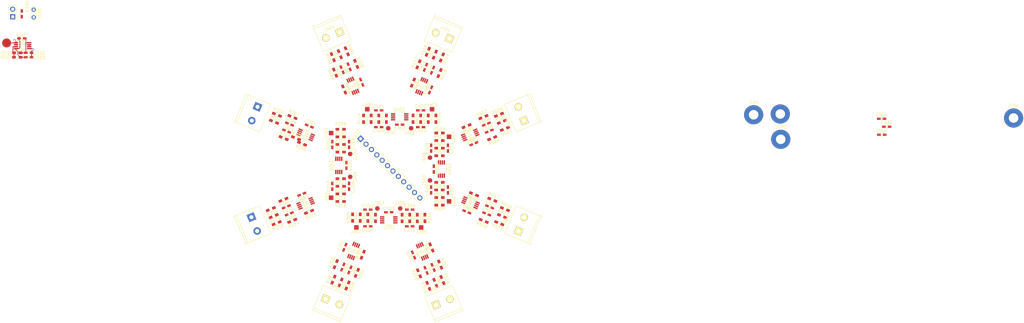
<source format=kicad_pcb>
(kicad_pcb (version 4) (host pcbnew 4.0.6)

  (general
    (links 330)
    (no_connects 317)
    (area 0 0 0 0)
    (thickness 1.6)
    (drawings 16)
    (tracks 46)
    (zones 0)
    (modules 178)
    (nets 94)
  )

  (page USLetter)
  (title_block
    (title "2ch Prototype")
    (date 2017-03-25)
    (rev AA)
    (company "Monadnock Systems")
  )

  (layers
    (0 F.Cu signal)
    (31 B.Cu signal)
    (36 B.SilkS user)
    (37 F.SilkS user)
    (38 B.Mask user)
    (39 F.Mask user hide)
    (40 Dwgs.User user)
    (41 Cmts.User user)
    (42 Eco1.User user)
    (43 Eco2.User user)
    (44 Edge.Cuts user)
    (45 Margin user)
  )

  (setup
    (last_trace_width 0.254)
    (trace_clearance 0.1778)
    (zone_clearance 0.254)
    (zone_45_only no)
    (trace_min 0.1778)
    (segment_width 0.2)
    (edge_width 0.15)
    (via_size 0.75438)
    (via_drill 0.50038)
    (via_min_size 0.75438)
    (via_min_drill 0.50038)
    (uvia_size 0.3)
    (uvia_drill 0.1)
    (uvias_allowed no)
    (uvia_min_size 0)
    (uvia_min_drill 0)
    (pcb_text_width 0.3)
    (pcb_text_size 1.5 1.5)
    (mod_edge_width 0.15)
    (mod_text_size 1 1)
    (mod_text_width 0.15)
    (pad_size 1.524 1.524)
    (pad_drill 0.762)
    (pad_to_mask_clearance 0.1778)
    (aux_axis_origin 101.3968 114.3)
    (grid_origin 99.06 95.25)
    (visible_elements FFFFFF7F)
    (pcbplotparams
      (layerselection 0x01000_80000001)
      (usegerberextensions false)
      (excludeedgelayer true)
      (linewidth 0.088900)
      (plotframeref false)
      (viasonmask false)
      (mode 1)
      (useauxorigin false)
      (hpglpennumber 1)
      (hpglpenspeed 20)
      (hpglpendiameter 15)
      (hpglpenoverlay 2)
      (psnegative false)
      (psa4output false)
      (plotreference true)
      (plotvalue true)
      (plotinvisibletext false)
      (padsonsilk false)
      (subtractmaskfromsilk false)
      (outputformat 4)
      (mirror false)
      (drillshape 0)
      (scaleselection 1)
      (outputdirectory output/))
  )

  (net 0 "")
  (net 1 GNDA)
  (net 2 "Net-(C203-Pad1)")
  (net 3 "Net-(C204-Pad1)")
  (net 4 "Net-(C205-Pad2)")
  (net 5 "Net-(C206-Pad1)")
  (net 6 "Net-(C208-Pad2)")
  (net 7 "Net-(C209-Pad1)")
  (net 8 "Net-(C210-Pad1)")
  (net 9 "Net-(C211-Pad1)")
  (net 10 "Net-(R101-Pad1)")
  (net 11 "Net-(R204-Pad1)")
  (net 12 "Net-(R204-Pad2)")
  (net 13 "Net-(U101-Pad6)")
  (net 14 /channel0-1/Channel0)
  (net 15 /channel0-1/Channel1)
  (net 16 "Net-(J203-Pad1)")
  (net 17 "Net-(J205-Pad1)")
  (net 18 V+)
  (net 19 V-)
  (net 20 "Net-(R210-Pad2)")
  (net 21 "Net-(R215-Pad1)")
  (net 22 "Net-(R215-Pad2)")
  (net 23 "Net-(R221-Pad2)")
  (net 24 "Net-(C203-Pad2)")
  (net 25 "Net-(C204-Pad2)")
  (net 26 "Net-(C209-Pad2)")
  (net 27 "Net-(C211-Pad2)")
  (net 28 /channel2-3/Channel2)
  (net 29 "Net-(C305-Pad2)")
  (net 30 "Net-(C306-Pad1)")
  (net 31 "Net-(C306-Pad2)")
  (net 32 "Net-(C307-Pad1)")
  (net 33 "Net-(C308-Pad1)")
  (net 34 "Net-(C308-Pad2)")
  (net 35 /channel2-3/Channel3)
  (net 36 "Net-(C309-Pad2)")
  (net 37 "Net-(C310-Pad1)")
  (net 38 "Net-(C310-Pad2)")
  (net 39 "Net-(C311-Pad1)")
  (net 40 "Net-(C312-Pad1)")
  (net 41 "Net-(C312-Pad2)")
  (net 42 /channel4-5/Channel4)
  (net 43 "Net-(C405-Pad2)")
  (net 44 "Net-(C406-Pad1)")
  (net 45 "Net-(C406-Pad2)")
  (net 46 "Net-(C407-Pad1)")
  (net 47 "Net-(C408-Pad1)")
  (net 48 "Net-(C408-Pad2)")
  (net 49 /channel4-5/Channel5)
  (net 50 "Net-(C409-Pad2)")
  (net 51 "Net-(C410-Pad1)")
  (net 52 "Net-(C410-Pad2)")
  (net 53 "Net-(C411-Pad1)")
  (net 54 "Net-(C412-Pad1)")
  (net 55 "Net-(C412-Pad2)")
  (net 56 /channel6-7/Channel6)
  (net 57 "Net-(C505-Pad2)")
  (net 58 "Net-(C506-Pad1)")
  (net 59 "Net-(C506-Pad2)")
  (net 60 "Net-(C507-Pad1)")
  (net 61 "Net-(C508-Pad1)")
  (net 62 "Net-(C508-Pad2)")
  (net 63 /channel6-7/Channel7)
  (net 64 "Net-(C509-Pad2)")
  (net 65 "Net-(C510-Pad1)")
  (net 66 "Net-(C510-Pad2)")
  (net 67 "Net-(C511-Pad1)")
  (net 68 "Net-(C512-Pad1)")
  (net 69 "Net-(C512-Pad2)")
  (net 70 "Net-(J302-Pad1)")
  (net 71 "Net-(J305-Pad1)")
  (net 72 "Net-(J402-Pad1)")
  (net 73 "Net-(J405-Pad1)")
  (net 74 "Net-(J502-Pad1)")
  (net 75 "Net-(J505-Pad1)")
  (net 76 "Net-(R303-Pad1)")
  (net 77 "Net-(R303-Pad2)")
  (net 78 "Net-(R309-Pad2)")
  (net 79 "Net-(R313-Pad1)")
  (net 80 "Net-(R313-Pad2)")
  (net 81 "Net-(R319-Pad2)")
  (net 82 "Net-(R403-Pad1)")
  (net 83 "Net-(R403-Pad2)")
  (net 84 "Net-(R409-Pad2)")
  (net 85 "Net-(R413-Pad1)")
  (net 86 "Net-(R413-Pad2)")
  (net 87 "Net-(R419-Pad2)")
  (net 88 "Net-(R503-Pad1)")
  (net 89 "Net-(R503-Pad2)")
  (net 90 "Net-(R509-Pad2)")
  (net 91 "Net-(R513-Pad1)")
  (net 92 "Net-(R513-Pad2)")
  (net 93 "Net-(R519-Pad2)")

  (net_class Default "This is the default net class."
    (clearance 0.1778)
    (trace_width 0.254)
    (via_dia 0.75438)
    (via_drill 0.50038)
    (uvia_dia 0.3)
    (uvia_drill 0.1)
    (add_net /channel0-1/Channel0)
    (add_net /channel0-1/Channel1)
    (add_net /channel2-3/Channel2)
    (add_net /channel2-3/Channel3)
    (add_net /channel4-5/Channel4)
    (add_net /channel4-5/Channel5)
    (add_net /channel6-7/Channel6)
    (add_net /channel6-7/Channel7)
    (add_net GNDA)
    (add_net "Net-(C203-Pad1)")
    (add_net "Net-(C203-Pad2)")
    (add_net "Net-(C204-Pad1)")
    (add_net "Net-(C204-Pad2)")
    (add_net "Net-(C205-Pad2)")
    (add_net "Net-(C206-Pad1)")
    (add_net "Net-(C208-Pad2)")
    (add_net "Net-(C209-Pad1)")
    (add_net "Net-(C209-Pad2)")
    (add_net "Net-(C210-Pad1)")
    (add_net "Net-(C211-Pad1)")
    (add_net "Net-(C211-Pad2)")
    (add_net "Net-(C305-Pad2)")
    (add_net "Net-(C306-Pad1)")
    (add_net "Net-(C306-Pad2)")
    (add_net "Net-(C307-Pad1)")
    (add_net "Net-(C308-Pad1)")
    (add_net "Net-(C308-Pad2)")
    (add_net "Net-(C309-Pad2)")
    (add_net "Net-(C310-Pad1)")
    (add_net "Net-(C310-Pad2)")
    (add_net "Net-(C311-Pad1)")
    (add_net "Net-(C312-Pad1)")
    (add_net "Net-(C312-Pad2)")
    (add_net "Net-(C405-Pad2)")
    (add_net "Net-(C406-Pad1)")
    (add_net "Net-(C406-Pad2)")
    (add_net "Net-(C407-Pad1)")
    (add_net "Net-(C408-Pad1)")
    (add_net "Net-(C408-Pad2)")
    (add_net "Net-(C409-Pad2)")
    (add_net "Net-(C410-Pad1)")
    (add_net "Net-(C410-Pad2)")
    (add_net "Net-(C411-Pad1)")
    (add_net "Net-(C412-Pad1)")
    (add_net "Net-(C412-Pad2)")
    (add_net "Net-(C505-Pad2)")
    (add_net "Net-(C506-Pad1)")
    (add_net "Net-(C506-Pad2)")
    (add_net "Net-(C507-Pad1)")
    (add_net "Net-(C508-Pad1)")
    (add_net "Net-(C508-Pad2)")
    (add_net "Net-(C509-Pad2)")
    (add_net "Net-(C510-Pad1)")
    (add_net "Net-(C510-Pad2)")
    (add_net "Net-(C511-Pad1)")
    (add_net "Net-(C512-Pad1)")
    (add_net "Net-(C512-Pad2)")
    (add_net "Net-(J203-Pad1)")
    (add_net "Net-(J205-Pad1)")
    (add_net "Net-(J302-Pad1)")
    (add_net "Net-(J305-Pad1)")
    (add_net "Net-(J402-Pad1)")
    (add_net "Net-(J405-Pad1)")
    (add_net "Net-(J502-Pad1)")
    (add_net "Net-(J505-Pad1)")
    (add_net "Net-(R101-Pad1)")
    (add_net "Net-(R204-Pad1)")
    (add_net "Net-(R204-Pad2)")
    (add_net "Net-(R210-Pad2)")
    (add_net "Net-(R215-Pad1)")
    (add_net "Net-(R215-Pad2)")
    (add_net "Net-(R221-Pad2)")
    (add_net "Net-(R303-Pad1)")
    (add_net "Net-(R303-Pad2)")
    (add_net "Net-(R309-Pad2)")
    (add_net "Net-(R313-Pad1)")
    (add_net "Net-(R313-Pad2)")
    (add_net "Net-(R319-Pad2)")
    (add_net "Net-(R403-Pad1)")
    (add_net "Net-(R403-Pad2)")
    (add_net "Net-(R409-Pad2)")
    (add_net "Net-(R413-Pad1)")
    (add_net "Net-(R413-Pad2)")
    (add_net "Net-(R419-Pad2)")
    (add_net "Net-(R503-Pad1)")
    (add_net "Net-(R503-Pad2)")
    (add_net "Net-(R509-Pad2)")
    (add_net "Net-(R513-Pad1)")
    (add_net "Net-(R513-Pad2)")
    (add_net "Net-(R519-Pad2)")
    (add_net "Net-(U101-Pad6)")
    (add_net V+)
    (add_net V-)
  )

  (module Resistors_SMD:R_0603_HandSoldering (layer F.Cu) (tedit 58AAD9E8) (tstamp 58D6A0B4)
    (at 151.036179 59.778951 180)
    (descr "Resistor SMD 0603, hand soldering")
    (tags "resistor 0603")
    (path /58D4647E/58D49ACD)
    (attr smd)
    (fp_text reference R208 (at 0 1.778 180) (layer F.SilkS)
      (effects (font (size 1 1) (thickness 0.15)))
    )
    (fp_text value 57.6k (at 0 1.55 180) (layer F.Fab)
      (effects (font (size 1 1) (thickness 0.15)))
    )
    (fp_text user %R (at 0 -1.45 180) (layer F.Fab)
      (effects (font (size 1 1) (thickness 0.15)))
    )
    (fp_line (start -0.8 0.4) (end -0.8 -0.4) (layer F.Fab) (width 0.1))
    (fp_line (start 0.8 0.4) (end -0.8 0.4) (layer F.Fab) (width 0.1))
    (fp_line (start 0.8 -0.4) (end 0.8 0.4) (layer F.Fab) (width 0.1))
    (fp_line (start -0.8 -0.4) (end 0.8 -0.4) (layer F.Fab) (width 0.1))
    (fp_line (start 0.5 0.68) (end -0.5 0.68) (layer F.SilkS) (width 0.12))
    (fp_line (start -0.5 -0.68) (end 0.5 -0.68) (layer F.SilkS) (width 0.12))
    (fp_line (start -1.96 -0.7) (end 1.95 -0.7) (layer F.CrtYd) (width 0.05))
    (fp_line (start -1.96 -0.7) (end -1.96 0.7) (layer F.CrtYd) (width 0.05))
    (fp_line (start 1.95 0.7) (end 1.95 -0.7) (layer F.CrtYd) (width 0.05))
    (fp_line (start 1.95 0.7) (end -1.96 0.7) (layer F.CrtYd) (width 0.05))
    (pad 1 smd rect (at -1.1 0 180) (size 1.2 0.9) (layers F.Cu)
      (net 4 "Net-(C205-Pad2)"))
    (pad 2 smd rect (at 1.1 0 180) (size 1.2 0.9) (layers F.Cu)
      (net 16 "Net-(J203-Pad1)"))
    (model Resistors_SMD.3dshapes/R_0603.wrl
      (at (xyz 0 0 0))
      (scale (xyz 1 1 1))
      (rotate (xyz 0 0 0))
    )
  )

  (module Capacitors_SMD:C_0603_HandSoldering (layer F.Cu) (tedit 58AA848B) (tstamp 58D69FF5)
    (at 148.242179 64.85895 270)
    (descr "Capacitor SMD 0603, hand soldering")
    (tags "capacitor 0603")
    (path /58D4647E/58D49933)
    (attr smd)
    (fp_text reference C206 (at 0 1.27 270) (layer F.SilkS)
      (effects (font (size 1 1) (thickness 0.15)))
    )
    (fp_text value 910pF (at 0 1.5 270) (layer F.Fab)
      (effects (font (size 1 1) (thickness 0.15)))
    )
    (fp_text user %R (at 0 -1.25 270) (layer F.Fab)
      (effects (font (size 1 1) (thickness 0.15)))
    )
    (fp_line (start -0.8 0.4) (end -0.8 -0.4) (layer F.Fab) (width 0.1))
    (fp_line (start 0.8 0.4) (end -0.8 0.4) (layer F.Fab) (width 0.1))
    (fp_line (start 0.8 -0.4) (end 0.8 0.4) (layer F.Fab) (width 0.1))
    (fp_line (start -0.8 -0.4) (end 0.8 -0.4) (layer F.Fab) (width 0.1))
    (fp_line (start -0.35 -0.6) (end 0.35 -0.6) (layer F.SilkS) (width 0.12))
    (fp_line (start 0.35 0.6) (end -0.35 0.6) (layer F.SilkS) (width 0.12))
    (fp_line (start -1.8 -0.65) (end 1.8 -0.65) (layer F.CrtYd) (width 0.05))
    (fp_line (start -1.8 -0.65) (end -1.8 0.65) (layer F.CrtYd) (width 0.05))
    (fp_line (start 1.8 0.65) (end 1.8 -0.65) (layer F.CrtYd) (width 0.05))
    (fp_line (start 1.8 0.65) (end -1.8 0.65) (layer F.CrtYd) (width 0.05))
    (pad 1 smd rect (at -0.95 0 270) (size 1.2 0.75) (layers F.Cu)
      (net 5 "Net-(C206-Pad1)"))
    (pad 2 smd rect (at 0.95 0 270) (size 1.2 0.75) (layers F.Cu)
      (net 1 GNDA))
    (model Capacitors_SMD.3dshapes/C_0603.wrl
      (at (xyz 0 0 0))
      (scale (xyz 1 1 1))
      (rotate (xyz 0 0 0))
    )
  )

  (module Housings_SSOP:MSOP-8_3x3mm_Pitch0.65mm (layer F.Cu) (tedit 58D84CCB) (tstamp 58D6A120)
    (at 150.40118 71.84395 270)
    (descr "8-Lead Plastic Micro Small Outline Package (MS) [MSOP] (see Microchip Packaging Specification 00000049BS.pdf)")
    (tags "SSOP 0.65")
    (path /58D4647E/58D86C55)
    (attr smd)
    (fp_text reference U202 (at 0.127 2.54 450) (layer F.SilkS)
      (effects (font (size 1 0.889) (thickness 0.15)))
    )
    (fp_text value AD8622 (at 0 2.6 270) (layer F.Fab)
      (effects (font (size 1 1) (thickness 0.15)))
    )
    (fp_line (start -0.5 -1.5) (end 1.5 -1.5) (layer F.Fab) (width 0.15))
    (fp_line (start 1.5 -1.5) (end 1.5 1.5) (layer F.Fab) (width 0.15))
    (fp_line (start 1.5 1.5) (end -1.5 1.5) (layer F.Fab) (width 0.15))
    (fp_line (start -1.5 1.5) (end -1.5 -0.5) (layer F.Fab) (width 0.15))
    (fp_line (start -1.5 -0.5) (end -0.5 -1.5) (layer F.Fab) (width 0.15))
    (fp_line (start -3.2 -1.85) (end -3.2 1.85) (layer F.CrtYd) (width 0.05))
    (fp_line (start 3.2 -1.85) (end 3.2 1.85) (layer F.CrtYd) (width 0.05))
    (fp_line (start -3.2 -1.85) (end 3.2 -1.85) (layer F.CrtYd) (width 0.05))
    (fp_line (start -3.2 1.85) (end 3.2 1.85) (layer F.CrtYd) (width 0.05))
    (fp_line (start -1.675 -1.675) (end -1.675 -1.5) (layer F.SilkS) (width 0.15))
    (fp_line (start 1.675 -1.675) (end 1.675 -1.425) (layer F.SilkS) (width 0.15))
    (fp_line (start 1.675 1.675) (end 1.675 1.425) (layer F.SilkS) (width 0.15))
    (fp_line (start -1.675 1.675) (end -1.675 1.425) (layer F.SilkS) (width 0.15))
    (fp_line (start -1.675 -1.675) (end 1.675 -1.675) (layer F.SilkS) (width 0.15))
    (fp_line (start -1.675 1.675) (end 1.675 1.675) (layer F.SilkS) (width 0.15))
    (fp_line (start -1.675 -1.5) (end -2.925 -1.5) (layer F.SilkS) (width 0.15))
    (pad 1 smd rect (at -2.2 -0.975 270) (size 1.45 0.45) (layers F.Cu)
      (net 14 /channel0-1/Channel0))
    (pad 2 smd rect (at -2.2 -0.325 270) (size 1.45 0.45) (layers F.Cu)
      (net 20 "Net-(R210-Pad2)"))
    (pad 3 smd rect (at -2.2 0.325 270) (size 1.45 0.45) (layers F.Cu)
      (net 5 "Net-(C206-Pad1)"))
    (pad 4 smd rect (at -2.2 0.975 270) (size 1.45 0.45) (layers F.Cu)
      (net 19 V-))
    (pad 5 smd rect (at 2.2 0.975 270) (size 1.45 0.45) (layers F.Cu)
      (net 8 "Net-(C210-Pad1)"))
    (pad 6 smd rect (at 2.2 0.325 270) (size 1.45 0.45) (layers F.Cu)
      (net 23 "Net-(R221-Pad2)"))
    (pad 7 smd rect (at 2.2 -0.325 270) (size 1.45 0.45) (layers F.Cu)
      (net 15 /channel0-1/Channel1))
    (pad 8 smd rect (at 2.2 -0.975 270) (size 1.45 0.45) (layers F.Cu)
      (net 18 V+))
    (model Housings_SSOP.3dshapes/MSOP-8_3x3mm_Pitch0.65mm.wrl
      (at (xyz 0 0 0))
      (scale (xyz 1 1 1))
      (rotate (xyz 0 0 0))
    )
  )

  (module Resistors_SMD:R_0603_HandSoldering (layer F.Cu) (tedit 58AAD9E8) (tstamp 58D7E59D)
    (at 131.935777 83.332743 22.5)
    (descr "Resistor SMD 0603, hand soldering")
    (tags "resistor 0603")
    (path /58D4647E/58D86C73)
    (attr smd)
    (fp_text reference R220 (at -0.14157 1.016 22.5) (layer F.SilkS)
      (effects (font (size 1 1) (thickness 0.15)))
    )
    (fp_text value 390k (at 0 1.55 22.5) (layer F.Fab)
      (effects (font (size 1 1) (thickness 0.15)))
    )
    (fp_text user %R (at 0 -1.45 22.5) (layer F.Fab)
      (effects (font (size 1 1) (thickness 0.15)))
    )
    (fp_line (start -0.8 0.4) (end -0.8 -0.4) (layer F.Fab) (width 0.1))
    (fp_line (start 0.8 0.4) (end -0.8 0.4) (layer F.Fab) (width 0.1))
    (fp_line (start 0.8 -0.4) (end 0.8 0.4) (layer F.Fab) (width 0.1))
    (fp_line (start -0.8 -0.4) (end 0.8 -0.4) (layer F.Fab) (width 0.1))
    (fp_line (start 0.5 0.68) (end -0.5 0.68) (layer F.SilkS) (width 0.12))
    (fp_line (start -0.5 -0.68) (end 0.5 -0.68) (layer F.SilkS) (width 0.12))
    (fp_line (start -1.96 -0.7) (end 1.95 -0.7) (layer F.CrtYd) (width 0.05))
    (fp_line (start -1.96 -0.7) (end -1.96 0.7) (layer F.CrtYd) (width 0.05))
    (fp_line (start 1.95 0.7) (end 1.95 -0.7) (layer F.CrtYd) (width 0.05))
    (fp_line (start 1.95 0.7) (end -1.96 0.7) (layer F.CrtYd) (width 0.05))
    (pad 1 smd rect (at -1.1 0 22.5) (size 1.2 0.9) (layers F.Cu)
      (net 1 GNDA))
    (pad 2 smd rect (at 1.1 0 22.5) (size 1.2 0.9) (layers F.Cu)
      (net 9 "Net-(C211-Pad1)"))
    (model Resistors_SMD.3dshapes/R_0603.wrl
      (at (xyz 0 0 0))
      (scale (xyz 1 1 1))
      (rotate (xyz 0 0 0))
    )
  )

  (module Resistors_SMD:R_0603_HandSoldering (layer F.Cu) (tedit 58AAD9E8) (tstamp 58D7E597)
    (at 127.72848 86.450101 202.5)
    (descr "Resistor SMD 0603, hand soldering")
    (tags "resistor 0603")
    (path /58D4647E/58D86C33)
    (attr smd)
    (fp_text reference R219 (at 0 -1.45 202.5) (layer F.SilkS)
      (effects (font (size 1 1) (thickness 0.15)))
    )
    (fp_text value 2M (at 0 1.55 202.5) (layer F.Fab)
      (effects (font (size 1 1) (thickness 0.15)))
    )
    (fp_text user %R (at 0 -1.45 202.5) (layer F.Fab)
      (effects (font (size 1 1) (thickness 0.15)))
    )
    (fp_line (start -0.8 0.4) (end -0.8 -0.4) (layer F.Fab) (width 0.1))
    (fp_line (start 0.8 0.4) (end -0.8 0.4) (layer F.Fab) (width 0.1))
    (fp_line (start 0.8 -0.4) (end 0.8 0.4) (layer F.Fab) (width 0.1))
    (fp_line (start -0.8 -0.4) (end 0.8 -0.4) (layer F.Fab) (width 0.1))
    (fp_line (start 0.5 0.68) (end -0.5 0.68) (layer F.SilkS) (width 0.12))
    (fp_line (start -0.5 -0.68) (end 0.5 -0.68) (layer F.SilkS) (width 0.12))
    (fp_line (start -1.96 -0.7) (end 1.95 -0.7) (layer F.CrtYd) (width 0.05))
    (fp_line (start -1.96 -0.7) (end -1.96 0.7) (layer F.CrtYd) (width 0.05))
    (fp_line (start 1.95 0.7) (end 1.95 -0.7) (layer F.CrtYd) (width 0.05))
    (fp_line (start 1.95 0.7) (end -1.96 0.7) (layer F.CrtYd) (width 0.05))
    (pad 1 smd rect (at -1.1 0 202.5) (size 1.2 0.9) (layers F.Cu)
      (net 27 "Net-(C211-Pad2)"))
    (pad 2 smd rect (at 1.1 0 202.5) (size 1.2 0.9) (layers F.Cu)
      (net 19 V-))
    (model Resistors_SMD.3dshapes/R_0603.wrl
      (at (xyz 0 0 0))
      (scale (xyz 1 1 1))
      (rotate (xyz 0 0 0))
    )
  )

  (module Resistors_SMD:R_0603_HandSoldering (layer F.Cu) (tedit 58AAD9E8) (tstamp 58D6A0D2)
    (at 128.700495 88.796756 22.5)
    (descr "Resistor SMD 0603, hand soldering")
    (tags "resistor 0603")
    (path /58D4647E/58D86C39)
    (attr smd)
    (fp_text reference R213 (at -0.06896 1.132868 22.5) (layer F.SilkS)
      (effects (font (size 1 1) (thickness 0.15)))
    )
    (fp_text value 2M (at 0 1.55 22.5) (layer F.Fab)
      (effects (font (size 1 1) (thickness 0.15)))
    )
    (fp_text user %R (at 0 -1.45 22.5) (layer F.Fab)
      (effects (font (size 1 1) (thickness 0.15)))
    )
    (fp_line (start -0.8 0.4) (end -0.8 -0.4) (layer F.Fab) (width 0.1))
    (fp_line (start 0.8 0.4) (end -0.8 0.4) (layer F.Fab) (width 0.1))
    (fp_line (start 0.8 -0.4) (end 0.8 0.4) (layer F.Fab) (width 0.1))
    (fp_line (start -0.8 -0.4) (end 0.8 -0.4) (layer F.Fab) (width 0.1))
    (fp_line (start 0.5 0.68) (end -0.5 0.68) (layer F.SilkS) (width 0.12))
    (fp_line (start -0.5 -0.68) (end 0.5 -0.68) (layer F.SilkS) (width 0.12))
    (fp_line (start -1.96 -0.7) (end 1.95 -0.7) (layer F.CrtYd) (width 0.05))
    (fp_line (start -1.96 -0.7) (end -1.96 0.7) (layer F.CrtYd) (width 0.05))
    (fp_line (start 1.95 0.7) (end 1.95 -0.7) (layer F.CrtYd) (width 0.05))
    (fp_line (start 1.95 0.7) (end -1.96 0.7) (layer F.CrtYd) (width 0.05))
    (pad 1 smd rect (at -1.1 0 22.5) (size 1.2 0.9) (layers F.Cu)
      (net 18 V+))
    (pad 2 smd rect (at 1.1 0 22.5) (size 1.2 0.9) (layers F.Cu)
      (net 27 "Net-(C211-Pad2)"))
    (model Resistors_SMD.3dshapes/R_0603.wrl
      (at (xyz 0 0 0))
      (scale (xyz 1 1 1))
      (rotate (xyz 0 0 0))
    )
  )

  (module Resistors_SMD:R_0603_HandSoldering (layer F.Cu) (tedit 58AAD9E8) (tstamp 58D6A0F0)
    (at 129.67251 91.143409 202.5)
    (descr "Resistor SMD 0603, hand soldering")
    (tags "resistor 0603")
    (path /58D4647E/58D86C2D)
    (attr smd)
    (fp_text reference R218 (at 0 -1.45 202.5) (layer F.SilkS)
      (effects (font (size 1 1) (thickness 0.15)))
    )
    (fp_text value 2M (at 0 1.55 202.5) (layer F.Fab)
      (effects (font (size 1 1) (thickness 0.15)))
    )
    (fp_text user %R (at 0 -1.45 202.5) (layer F.Fab)
      (effects (font (size 1 1) (thickness 0.15)))
    )
    (fp_line (start -0.8 0.4) (end -0.8 -0.4) (layer F.Fab) (width 0.1))
    (fp_line (start 0.8 0.4) (end -0.8 0.4) (layer F.Fab) (width 0.1))
    (fp_line (start 0.8 -0.4) (end 0.8 0.4) (layer F.Fab) (width 0.1))
    (fp_line (start -0.8 -0.4) (end 0.8 -0.4) (layer F.Fab) (width 0.1))
    (fp_line (start 0.5 0.68) (end -0.5 0.68) (layer F.SilkS) (width 0.12))
    (fp_line (start -0.5 -0.68) (end 0.5 -0.68) (layer F.SilkS) (width 0.12))
    (fp_line (start -1.96 -0.7) (end 1.95 -0.7) (layer F.CrtYd) (width 0.05))
    (fp_line (start -1.96 -0.7) (end -1.96 0.7) (layer F.CrtYd) (width 0.05))
    (fp_line (start 1.95 0.7) (end 1.95 -0.7) (layer F.CrtYd) (width 0.05))
    (fp_line (start 1.95 0.7) (end -1.96 0.7) (layer F.CrtYd) (width 0.05))
    (pad 1 smd rect (at -1.1 0 202.5) (size 1.2 0.9) (layers F.Cu)
      (net 26 "Net-(C209-Pad2)"))
    (pad 2 smd rect (at 1.1 0 202.5) (size 1.2 0.9) (layers F.Cu)
      (net 19 V-))
    (model Resistors_SMD.3dshapes/R_0603.wrl
      (at (xyz 0 0 0))
      (scale (xyz 1 1 1))
      (rotate (xyz 0 0 0))
    )
  )

  (module Capacitors_SMD:C_0603_HandSoldering (layer F.Cu) (tedit 58AA848B) (tstamp 58D6A007)
    (at 133.879808 88.026046 202.5)
    (descr "Capacitor SMD 0603, hand soldering")
    (tags "capacitor 0603")
    (path /58D4647E/58D86C48)
    (attr smd)
    (fp_text reference C209 (at -0.127 -1.143 202.5) (layer F.SilkS)
      (effects (font (size 1 1) (thickness 0.15)))
    )
    (fp_text value 1µF (at 0 1.5 202.5) (layer F.Fab)
      (effects (font (size 1 1) (thickness 0.15)))
    )
    (fp_text user %R (at 0 -1.25 202.5) (layer F.Fab)
      (effects (font (size 1 1) (thickness 0.15)))
    )
    (fp_line (start -0.8 0.4) (end -0.8 -0.4) (layer F.Fab) (width 0.1))
    (fp_line (start 0.8 0.4) (end -0.8 0.4) (layer F.Fab) (width 0.1))
    (fp_line (start 0.8 -0.4) (end 0.8 0.4) (layer F.Fab) (width 0.1))
    (fp_line (start -0.8 -0.4) (end 0.8 -0.4) (layer F.Fab) (width 0.1))
    (fp_line (start -0.35 -0.6) (end 0.35 -0.6) (layer F.SilkS) (width 0.12))
    (fp_line (start 0.35 0.6) (end -0.35 0.6) (layer F.SilkS) (width 0.12))
    (fp_line (start -1.8 -0.65) (end 1.8 -0.65) (layer F.CrtYd) (width 0.05))
    (fp_line (start -1.8 -0.65) (end -1.8 0.65) (layer F.CrtYd) (width 0.05))
    (fp_line (start 1.8 0.65) (end 1.8 -0.65) (layer F.CrtYd) (width 0.05))
    (fp_line (start 1.8 0.65) (end -1.8 0.65) (layer F.CrtYd) (width 0.05))
    (pad 1 smd rect (at -0.95 0 202.5) (size 1.2 0.75) (layers F.Cu)
      (net 7 "Net-(C209-Pad1)"))
    (pad 2 smd rect (at 0.95 0 202.5) (size 1.2 0.75) (layers F.Cu)
      (net 26 "Net-(C209-Pad2)"))
    (model Capacitors_SMD.3dshapes/C_0603.wrl
      (at (xyz 0 0 0))
      (scale (xyz 1 1 1))
      (rotate (xyz 0 0 0))
    )
  )

  (module Resistors_SMD:R_0603_HandSoldering (layer F.Cu) (tedit 58AAD9E8) (tstamp 58D6A0D8)
    (at 134.851825 90.372704 202.5)
    (descr "Resistor SMD 0603, hand soldering")
    (tags "resistor 0603")
    (path /58D4647E/58D86C79)
    (attr smd)
    (fp_text reference R214 (at 0 -1.45 202.5) (layer F.SilkS)
      (effects (font (size 1 1) (thickness 0.15)))
    )
    (fp_text value 390k (at 0 1.55 202.5) (layer F.Fab)
      (effects (font (size 1 1) (thickness 0.15)))
    )
    (fp_text user %R (at 0 -1.45 202.5) (layer F.Fab)
      (effects (font (size 1 1) (thickness 0.15)))
    )
    (fp_line (start -0.8 0.4) (end -0.8 -0.4) (layer F.Fab) (width 0.1))
    (fp_line (start 0.8 0.4) (end -0.8 0.4) (layer F.Fab) (width 0.1))
    (fp_line (start 0.8 -0.4) (end 0.8 0.4) (layer F.Fab) (width 0.1))
    (fp_line (start -0.8 -0.4) (end 0.8 -0.4) (layer F.Fab) (width 0.1))
    (fp_line (start 0.5 0.68) (end -0.5 0.68) (layer F.SilkS) (width 0.12))
    (fp_line (start -0.5 -0.68) (end 0.5 -0.68) (layer F.SilkS) (width 0.12))
    (fp_line (start -1.96 -0.7) (end 1.95 -0.7) (layer F.CrtYd) (width 0.05))
    (fp_line (start -1.96 -0.7) (end -1.96 0.7) (layer F.CrtYd) (width 0.05))
    (fp_line (start 1.95 0.7) (end 1.95 -0.7) (layer F.CrtYd) (width 0.05))
    (fp_line (start 1.95 0.7) (end -1.96 0.7) (layer F.CrtYd) (width 0.05))
    (pad 1 smd rect (at -1.1 0 202.5) (size 1.2 0.9) (layers F.Cu)
      (net 7 "Net-(C209-Pad1)"))
    (pad 2 smd rect (at 1.1 0 202.5) (size 1.2 0.9) (layers F.Cu)
      (net 1 GNDA))
    (model Resistors_SMD.3dshapes/R_0603.wrl
      (at (xyz 0 0 0))
      (scale (xyz 1 1 1))
      (rotate (xyz 0 0 0))
    )
  )

  (module Capacitors_SMD:C_0603_HandSoldering (layer F.Cu) (tedit 58AA848B) (tstamp 58D6A013)
    (at 132.907795 85.679393 202.5)
    (descr "Capacitor SMD 0603, hand soldering")
    (tags "capacitor 0603")
    (path /58D4647E/58D86C4E)
    (attr smd)
    (fp_text reference C211 (at -0.127 -1.143 202.5) (layer F.SilkS)
      (effects (font (size 1 1) (thickness 0.15)))
    )
    (fp_text value 1µF (at 0 1.5 202.5) (layer F.Fab)
      (effects (font (size 1 1) (thickness 0.15)))
    )
    (fp_text user %R (at 0 -1.25 202.5) (layer F.Fab)
      (effects (font (size 1 1) (thickness 0.15)))
    )
    (fp_line (start -0.8 0.4) (end -0.8 -0.4) (layer F.Fab) (width 0.1))
    (fp_line (start 0.8 0.4) (end -0.8 0.4) (layer F.Fab) (width 0.1))
    (fp_line (start 0.8 -0.4) (end 0.8 0.4) (layer F.Fab) (width 0.1))
    (fp_line (start -0.8 -0.4) (end 0.8 -0.4) (layer F.Fab) (width 0.1))
    (fp_line (start -0.35 -0.6) (end 0.35 -0.6) (layer F.SilkS) (width 0.12))
    (fp_line (start 0.35 0.6) (end -0.35 0.6) (layer F.SilkS) (width 0.12))
    (fp_line (start -1.8 -0.65) (end 1.8 -0.65) (layer F.CrtYd) (width 0.05))
    (fp_line (start -1.8 -0.65) (end -1.8 0.65) (layer F.CrtYd) (width 0.05))
    (fp_line (start 1.8 0.65) (end 1.8 -0.65) (layer F.CrtYd) (width 0.05))
    (fp_line (start 1.8 0.65) (end -1.8 0.65) (layer F.CrtYd) (width 0.05))
    (pad 1 smd rect (at -0.95 0 202.5) (size 1.2 0.75) (layers F.Cu)
      (net 9 "Net-(C211-Pad1)"))
    (pad 2 smd rect (at 0.95 0 202.5) (size 1.2 0.75) (layers F.Cu)
      (net 27 "Net-(C211-Pad2)"))
    (model Capacitors_SMD.3dshapes/C_0603.wrl
      (at (xyz 0 0 0))
      (scale (xyz 1 1 1))
      (rotate (xyz 0 0 0))
    )
  )

  (module Housings_SSOP:MSOP-8_3x3mm_Pitch0.65mm (layer F.Cu) (tedit 58D84D19) (tstamp 58D6A12C)
    (at 139.309041 84.540015 22.5)
    (descr "8-Lead Plastic Micro Small Outline Package (MS) [MSOP] (see Microchip Packaging Specification 00000049BS.pdf)")
    (tags "SSOP 0.65")
    (path /58D4647E/58D86C80)
    (attr smd)
    (fp_text reference U203 (at -0.237067 -0.091801 112.5) (layer F.SilkS)
      (effects (font (size 1 0.889) (thickness 0.15)))
    )
    (fp_text value AD8227 (at 0 2.6 22.5) (layer F.Fab)
      (effects (font (size 1 1) (thickness 0.15)))
    )
    (fp_line (start -0.5 -1.5) (end 1.5 -1.5) (layer F.Fab) (width 0.15))
    (fp_line (start 1.5 -1.5) (end 1.5 1.5) (layer F.Fab) (width 0.15))
    (fp_line (start 1.5 1.5) (end -1.5 1.5) (layer F.Fab) (width 0.15))
    (fp_line (start -1.5 1.5) (end -1.5 -0.5) (layer F.Fab) (width 0.15))
    (fp_line (start -1.5 -0.5) (end -0.5 -1.5) (layer F.Fab) (width 0.15))
    (fp_line (start -3.2 -1.85) (end -3.2 1.85) (layer F.CrtYd) (width 0.05))
    (fp_line (start 3.2 -1.85) (end 3.2 1.85) (layer F.CrtYd) (width 0.05))
    (fp_line (start -3.2 -1.85) (end 3.2 -1.85) (layer F.CrtYd) (width 0.05))
    (fp_line (start -3.2 1.85) (end 3.2 1.85) (layer F.CrtYd) (width 0.05))
    (fp_line (start -1.675 -1.675) (end -1.675 -1.5) (layer F.SilkS) (width 0.15))
    (fp_line (start 1.675 -1.675) (end 1.675 -1.425) (layer F.SilkS) (width 0.15))
    (fp_line (start 1.675 1.675) (end 1.675 1.425) (layer F.SilkS) (width 0.15))
    (fp_line (start -1.675 1.675) (end -1.675 1.425) (layer F.SilkS) (width 0.15))
    (fp_line (start -1.675 -1.675) (end 1.675 -1.675) (layer F.SilkS) (width 0.15))
    (fp_line (start -1.675 1.675) (end 1.675 1.675) (layer F.SilkS) (width 0.15))
    (fp_line (start -1.675 -1.5) (end -2.925 -1.5) (layer F.SilkS) (width 0.15))
    (pad 1 smd rect (at -2.2 -0.975 22.5) (size 1.45 0.45) (layers F.Cu)
      (net 9 "Net-(C211-Pad1)"))
    (pad 2 smd rect (at -2.2 -0.325 22.5) (size 1.45 0.45) (layers F.Cu)
      (net 22 "Net-(R215-Pad2)"))
    (pad 3 smd rect (at -2.2 0.325 22.5) (size 1.45 0.45) (layers F.Cu)
      (net 21 "Net-(R215-Pad1)"))
    (pad 4 smd rect (at -2.2 0.975 22.5) (size 1.45 0.45) (layers F.Cu)
      (net 7 "Net-(C209-Pad1)"))
    (pad 5 smd rect (at 2.2 0.975 22.5) (size 1.45 0.45) (layers F.Cu)
      (net 19 V-))
    (pad 6 smd rect (at 2.2 0.325 22.5) (size 1.45 0.45) (layers F.Cu)
      (net 1 GNDA))
    (pad 7 smd rect (at 2.2 -0.325 22.5) (size 1.45 0.45) (layers F.Cu)
      (net 17 "Net-(J205-Pad1)"))
    (pad 8 smd rect (at 2.2 -0.975 22.5) (size 1.45 0.45) (layers F.Cu)
      (net 18 V+))
    (model Housings_SSOP.3dshapes/MSOP-8_3x3mm_Pitch0.65mm.wrl
      (at (xyz 0 0 0))
      (scale (xyz 1 1 1))
      (rotate (xyz 0 0 0))
    )
  )

  (module Housings_SSOP:MSOP-8_3x3mm_Pitch0.65mm (layer F.Cu) (tedit 58D84D06) (tstamp 58D6A114)
    (at 139.351268 61.644012 337.5)
    (descr "8-Lead Plastic Micro Small Outline Package (MS) [MSOP] (see Microchip Packaging Specification 00000049BS.pdf)")
    (tags "SSOP 0.65")
    (path /58D4647E/58D55D88)
    (attr smd)
    (fp_text reference U201 (at 0.186266 -0.036684 427.5) (layer F.SilkS)
      (effects (font (size 1 0.889) (thickness 0.15)))
    )
    (fp_text value AD8227 (at 0 2.6 337.5) (layer F.Fab)
      (effects (font (size 1 1) (thickness 0.15)))
    )
    (fp_line (start -0.5 -1.5) (end 1.5 -1.5) (layer F.Fab) (width 0.15))
    (fp_line (start 1.5 -1.5) (end 1.5 1.5) (layer F.Fab) (width 0.15))
    (fp_line (start 1.5 1.5) (end -1.5 1.5) (layer F.Fab) (width 0.15))
    (fp_line (start -1.5 1.5) (end -1.5 -0.5) (layer F.Fab) (width 0.15))
    (fp_line (start -1.5 -0.5) (end -0.5 -1.5) (layer F.Fab) (width 0.15))
    (fp_line (start -3.2 -1.85) (end -3.2 1.85) (layer F.CrtYd) (width 0.05))
    (fp_line (start 3.2 -1.85) (end 3.2 1.85) (layer F.CrtYd) (width 0.05))
    (fp_line (start -3.2 -1.85) (end 3.2 -1.85) (layer F.CrtYd) (width 0.05))
    (fp_line (start -3.2 1.85) (end 3.2 1.85) (layer F.CrtYd) (width 0.05))
    (fp_line (start -1.675 -1.675) (end -1.675 -1.5) (layer F.SilkS) (width 0.15))
    (fp_line (start 1.675 -1.675) (end 1.675 -1.425) (layer F.SilkS) (width 0.15))
    (fp_line (start 1.675 1.675) (end 1.675 1.425) (layer F.SilkS) (width 0.15))
    (fp_line (start -1.675 1.675) (end -1.675 1.425) (layer F.SilkS) (width 0.15))
    (fp_line (start -1.675 -1.675) (end 1.675 -1.675) (layer F.SilkS) (width 0.15))
    (fp_line (start -1.675 1.675) (end 1.675 1.675) (layer F.SilkS) (width 0.15))
    (fp_line (start -1.675 -1.5) (end -2.925 -1.5) (layer F.SilkS) (width 0.15))
    (pad 1 smd rect (at -2.2 -0.975 337.5) (size 1.45 0.45) (layers F.Cu)
      (net 3 "Net-(C204-Pad1)"))
    (pad 2 smd rect (at -2.2 -0.325 337.5) (size 1.45 0.45) (layers F.Cu)
      (net 12 "Net-(R204-Pad2)"))
    (pad 3 smd rect (at -2.2 0.325 337.5) (size 1.45 0.45) (layers F.Cu)
      (net 11 "Net-(R204-Pad1)"))
    (pad 4 smd rect (at -2.2 0.975 337.5) (size 1.45 0.45) (layers F.Cu)
      (net 2 "Net-(C203-Pad1)"))
    (pad 5 smd rect (at 2.2 0.975 337.5) (size 1.45 0.45) (layers F.Cu)
      (net 19 V-))
    (pad 6 smd rect (at 2.2 0.325 337.5) (size 1.45 0.45) (layers F.Cu)
      (net 1 GNDA))
    (pad 7 smd rect (at 2.2 -0.325 337.5) (size 1.45 0.45) (layers F.Cu)
      (net 16 "Net-(J203-Pad1)"))
    (pad 8 smd rect (at 2.2 -0.975 337.5) (size 1.45 0.45) (layers F.Cu)
      (net 18 V+))
    (model Housings_SSOP.3dshapes/MSOP-8_3x3mm_Pitch0.65mm.wrl
      (at (xyz 0 0 0))
      (scale (xyz 1 1 1))
      (rotate (xyz 0 0 0))
    )
  )

  (module Resistors_SMD:R_0603_HandSoldering (layer F.Cu) (tedit 58AAD9E8) (tstamp 58D7E5A3)
    (at 151.03618 76.288951 180)
    (descr "Resistor SMD 0603, hand soldering")
    (tags "resistor 0603")
    (path /58D4647E/58D86D0D)
    (attr smd)
    (fp_text reference R221 (at -0.127 -1.27 180) (layer F.SilkS)
      (effects (font (size 1 1) (thickness 0.15)))
    )
    (fp_text value 121k (at 0 1.55 180) (layer F.Fab)
      (effects (font (size 1 1) (thickness 0.15)))
    )
    (fp_text user %R (at 0 -1.45 180) (layer F.Fab)
      (effects (font (size 1 1) (thickness 0.15)))
    )
    (fp_line (start -0.8 0.4) (end -0.8 -0.4) (layer F.Fab) (width 0.1))
    (fp_line (start 0.8 0.4) (end -0.8 0.4) (layer F.Fab) (width 0.1))
    (fp_line (start 0.8 -0.4) (end 0.8 0.4) (layer F.Fab) (width 0.1))
    (fp_line (start -0.8 -0.4) (end 0.8 -0.4) (layer F.Fab) (width 0.1))
    (fp_line (start 0.5 0.68) (end -0.5 0.68) (layer F.SilkS) (width 0.12))
    (fp_line (start -0.5 -0.68) (end 0.5 -0.68) (layer F.SilkS) (width 0.12))
    (fp_line (start -1.96 -0.7) (end 1.95 -0.7) (layer F.CrtYd) (width 0.05))
    (fp_line (start -1.96 -0.7) (end -1.96 0.7) (layer F.CrtYd) (width 0.05))
    (fp_line (start 1.95 0.7) (end 1.95 -0.7) (layer F.CrtYd) (width 0.05))
    (fp_line (start 1.95 0.7) (end -1.96 0.7) (layer F.CrtYd) (width 0.05))
    (pad 1 smd rect (at -1.1 0 180) (size 1.2 0.9) (layers F.Cu)
      (net 15 /channel0-1/Channel1))
    (pad 2 smd rect (at 1.1 0 180) (size 1.2 0.9) (layers F.Cu)
      (net 23 "Net-(R221-Pad2)"))
    (model Resistors_SMD.3dshapes/R_0603.wrl
      (at (xyz 0 0 0))
      (scale (xyz 1 1 1))
      (rotate (xyz 0 0 0))
    )
  )

  (module Housings_SSOP:MSOP-8_3x3mm_Pitch0.65mm (layer F.Cu) (tedit 58D84CDA) (tstamp 58D6A0FC)
    (at 44.9326 31.851601)
    (descr "8-Lead Plastic Micro Small Outline Package (MS) [MSOP] (see Microchip Packaging Specification 00000049BS.pdf)")
    (tags "SSOP 0.65")
    (path /58D8019A)
    (attr smd)
    (fp_text reference U101 (at -0.0254 -0.050801 90) (layer F.SilkS)
      (effects (font (size 1 0.889) (thickness 0.15)))
    )
    (fp_text value AD8622 (at 0 2.6) (layer F.Fab)
      (effects (font (size 1 1) (thickness 0.15)))
    )
    (fp_line (start -0.5 -1.5) (end 1.5 -1.5) (layer F.Fab) (width 0.15))
    (fp_line (start 1.5 -1.5) (end 1.5 1.5) (layer F.Fab) (width 0.15))
    (fp_line (start 1.5 1.5) (end -1.5 1.5) (layer F.Fab) (width 0.15))
    (fp_line (start -1.5 1.5) (end -1.5 -0.5) (layer F.Fab) (width 0.15))
    (fp_line (start -1.5 -0.5) (end -0.5 -1.5) (layer F.Fab) (width 0.15))
    (fp_line (start -3.2 -1.85) (end -3.2 1.85) (layer F.CrtYd) (width 0.05))
    (fp_line (start 3.2 -1.85) (end 3.2 1.85) (layer F.CrtYd) (width 0.05))
    (fp_line (start -3.2 -1.85) (end 3.2 -1.85) (layer F.CrtYd) (width 0.05))
    (fp_line (start -3.2 1.85) (end 3.2 1.85) (layer F.CrtYd) (width 0.05))
    (fp_line (start -1.675 -1.675) (end -1.675 -1.5) (layer F.SilkS) (width 0.15))
    (fp_line (start 1.675 -1.675) (end 1.675 -1.425) (layer F.SilkS) (width 0.15))
    (fp_line (start 1.675 1.675) (end 1.675 1.425) (layer F.SilkS) (width 0.15))
    (fp_line (start -1.675 1.675) (end -1.675 1.425) (layer F.SilkS) (width 0.15))
    (fp_line (start -1.675 -1.675) (end 1.675 -1.675) (layer F.SilkS) (width 0.15))
    (fp_line (start -1.675 1.675) (end 1.675 1.675) (layer F.SilkS) (width 0.15))
    (fp_line (start -1.675 -1.5) (end -2.925 -1.5) (layer F.SilkS) (width 0.15))
    (pad 1 smd rect (at -2.2 -0.975) (size 1.45 0.45) (layers F.Cu)
      (net 1 GNDA))
    (pad 2 smd rect (at -2.2 -0.325) (size 1.45 0.45) (layers F.Cu)
      (net 1 GNDA))
    (pad 3 smd rect (at -2.2 0.325) (size 1.45 0.45) (layers F.Cu)
      (net 10 "Net-(R101-Pad1)"))
    (pad 4 smd rect (at -2.2 0.975) (size 1.45 0.45) (layers F.Cu)
      (net 19 V-))
    (pad 5 smd rect (at 2.2 0.975) (size 1.45 0.45) (layers F.Cu)
      (net 1 GNDA))
    (pad 6 smd rect (at 2.2 0.325) (size 1.45 0.45) (layers F.Cu)
      (net 13 "Net-(U101-Pad6)"))
    (pad 7 smd rect (at 2.2 -0.325) (size 1.45 0.45) (layers F.Cu)
      (net 13 "Net-(U101-Pad6)"))
    (pad 8 smd rect (at 2.2 -0.975) (size 1.45 0.45) (layers F.Cu)
      (net 18 V+))
    (model Housings_SSOP.3dshapes/MSOP-8_3x3mm_Pitch0.65mm.wrl
      (at (xyz 0 0 0))
      (scale (xyz 1 1 1))
      (rotate (xyz 0 0 0))
    )
  )

  (module Resistors_SMD:R_0603_HandSoldering (layer F.Cu) (tedit 58AAD9E8) (tstamp 58D6A0DE)
    (at 140.475456 87.355996 22.5)
    (descr "Resistor SMD 0603, hand soldering")
    (tags "resistor 0603")
    (path /58D4647E/58D86C86)
    (attr smd)
    (fp_text reference R215 (at 0.126999 1.524 22.5) (layer F.SilkS)
      (effects (font (size 1 1) (thickness 0.15)))
    )
    (fp_text value 8k (at 0 1.55 22.5) (layer F.Fab)
      (effects (font (size 1 1) (thickness 0.15)))
    )
    (fp_text user %R (at 0 -1.45 22.5) (layer F.Fab)
      (effects (font (size 1 1) (thickness 0.15)))
    )
    (fp_line (start -0.8 0.4) (end -0.8 -0.4) (layer F.Fab) (width 0.1))
    (fp_line (start 0.8 0.4) (end -0.8 0.4) (layer F.Fab) (width 0.1))
    (fp_line (start 0.8 -0.4) (end 0.8 0.4) (layer F.Fab) (width 0.1))
    (fp_line (start -0.8 -0.4) (end 0.8 -0.4) (layer F.Fab) (width 0.1))
    (fp_line (start 0.5 0.68) (end -0.5 0.68) (layer F.SilkS) (width 0.12))
    (fp_line (start -0.5 -0.68) (end 0.5 -0.68) (layer F.SilkS) (width 0.12))
    (fp_line (start -1.96 -0.7) (end 1.95 -0.7) (layer F.CrtYd) (width 0.05))
    (fp_line (start -1.96 -0.7) (end -1.96 0.7) (layer F.CrtYd) (width 0.05))
    (fp_line (start 1.95 0.7) (end 1.95 -0.7) (layer F.CrtYd) (width 0.05))
    (fp_line (start 1.95 0.7) (end -1.96 0.7) (layer F.CrtYd) (width 0.05))
    (pad 1 smd rect (at -1.1 0 22.5) (size 1.2 0.9) (layers F.Cu)
      (net 21 "Net-(R215-Pad1)"))
    (pad 2 smd rect (at 1.1 0 22.5) (size 1.2 0.9) (layers F.Cu)
      (net 22 "Net-(R215-Pad2)"))
    (model Resistors_SMD.3dshapes/R_0603.wrl
      (at (xyz 0 0 0))
      (scale (xyz 1 1 1))
      (rotate (xyz 0 0 0))
    )
  )

  (module Capacitors_SMD:C_0603_HandSoldering (layer F.Cu) (tedit 58AA848B) (tstamp 58D6A00D)
    (at 148.242179 78.82895 90)
    (descr "Capacitor SMD 0603, hand soldering")
    (tags "capacitor 0603")
    (path /58D4647E/58D86C5B)
    (attr smd)
    (fp_text reference C210 (at 0 -1.25 90) (layer F.SilkS)
      (effects (font (size 1 1) (thickness 0.15)))
    )
    (fp_text value 910pF (at 0 1.5 90) (layer F.Fab)
      (effects (font (size 1 1) (thickness 0.15)))
    )
    (fp_text user %R (at 0 -1.25 90) (layer F.Fab)
      (effects (font (size 1 1) (thickness 0.15)))
    )
    (fp_line (start -0.8 0.4) (end -0.8 -0.4) (layer F.Fab) (width 0.1))
    (fp_line (start 0.8 0.4) (end -0.8 0.4) (layer F.Fab) (width 0.1))
    (fp_line (start 0.8 -0.4) (end 0.8 0.4) (layer F.Fab) (width 0.1))
    (fp_line (start -0.8 -0.4) (end 0.8 -0.4) (layer F.Fab) (width 0.1))
    (fp_line (start -0.35 -0.6) (end 0.35 -0.6) (layer F.SilkS) (width 0.12))
    (fp_line (start 0.35 0.6) (end -0.35 0.6) (layer F.SilkS) (width 0.12))
    (fp_line (start -1.8 -0.65) (end 1.8 -0.65) (layer F.CrtYd) (width 0.05))
    (fp_line (start -1.8 -0.65) (end -1.8 0.65) (layer F.CrtYd) (width 0.05))
    (fp_line (start 1.8 0.65) (end 1.8 -0.65) (layer F.CrtYd) (width 0.05))
    (fp_line (start 1.8 0.65) (end -1.8 0.65) (layer F.CrtYd) (width 0.05))
    (pad 1 smd rect (at -0.95 0 90) (size 1.2 0.75) (layers F.Cu)
      (net 8 "Net-(C210-Pad1)"))
    (pad 2 smd rect (at 0.95 0 90) (size 1.2 0.75) (layers F.Cu)
      (net 1 GNDA))
    (model Capacitors_SMD.3dshapes/C_0603.wrl
      (at (xyz 0 0 0))
      (scale (xyz 1 1 1))
      (rotate (xyz 0 0 0))
    )
  )

  (module Capacitors_SMD:C_0603_HandSoldering (layer F.Cu) (tedit 58AA848B) (tstamp 58D6A001)
    (at 153.830178 78.828948 270)
    (descr "Capacitor SMD 0603, hand soldering")
    (tags "capacitor 0603")
    (path /58D4647E/58D86C61)
    (attr smd)
    (fp_text reference C208 (at 0.254 -1.27 270) (layer F.SilkS)
      (effects (font (size 1 1) (thickness 0.15)))
    )
    (fp_text value 9.1nF (at 0 1.5 270) (layer F.Fab)
      (effects (font (size 1 1) (thickness 0.15)))
    )
    (fp_text user %R (at 0 -1.25 270) (layer F.Fab)
      (effects (font (size 1 1) (thickness 0.15)))
    )
    (fp_line (start -0.8 0.4) (end -0.8 -0.4) (layer F.Fab) (width 0.1))
    (fp_line (start 0.8 0.4) (end -0.8 0.4) (layer F.Fab) (width 0.1))
    (fp_line (start 0.8 -0.4) (end 0.8 0.4) (layer F.Fab) (width 0.1))
    (fp_line (start -0.8 -0.4) (end 0.8 -0.4) (layer F.Fab) (width 0.1))
    (fp_line (start -0.35 -0.6) (end 0.35 -0.6) (layer F.SilkS) (width 0.12))
    (fp_line (start 0.35 0.6) (end -0.35 0.6) (layer F.SilkS) (width 0.12))
    (fp_line (start -1.8 -0.65) (end 1.8 -0.65) (layer F.CrtYd) (width 0.05))
    (fp_line (start -1.8 -0.65) (end -1.8 0.65) (layer F.CrtYd) (width 0.05))
    (fp_line (start 1.8 0.65) (end 1.8 -0.65) (layer F.CrtYd) (width 0.05))
    (fp_line (start 1.8 0.65) (end -1.8 0.65) (layer F.CrtYd) (width 0.05))
    (pad 1 smd rect (at -0.95 0 270) (size 1.2 0.75) (layers F.Cu)
      (net 15 /channel0-1/Channel1))
    (pad 2 smd rect (at 0.95 0 270) (size 1.2 0.75) (layers F.Cu)
      (net 6 "Net-(C208-Pad2)"))
    (model Capacitors_SMD.3dshapes/C_0603.wrl
      (at (xyz 0 0 0))
      (scale (xyz 1 1 1))
      (rotate (xyz 0 0 0))
    )
  )

  (module Resistors_SMD:R_0603_HandSoldering (layer F.Cu) (tedit 58AAD9E8) (tstamp 58D6A084)
    (at 43.1546 35.712401 180)
    (descr "Resistor SMD 0603, hand soldering")
    (tags "resistor 0603")
    (path /58D57637)
    (attr smd)
    (fp_text reference R102 (at 3.7084 -0.025399 180) (layer F.SilkS)
      (effects (font (size 1 1) (thickness 0.15)))
    )
    (fp_text value 50k (at 0 1.55 180) (layer F.Fab)
      (effects (font (size 1 1) (thickness 0.15)))
    )
    (fp_text user %R (at 0 -1.45 180) (layer F.Fab)
      (effects (font (size 1 1) (thickness 0.15)))
    )
    (fp_line (start -0.8 0.4) (end -0.8 -0.4) (layer F.Fab) (width 0.1))
    (fp_line (start 0.8 0.4) (end -0.8 0.4) (layer F.Fab) (width 0.1))
    (fp_line (start 0.8 -0.4) (end 0.8 0.4) (layer F.Fab) (width 0.1))
    (fp_line (start -0.8 -0.4) (end 0.8 -0.4) (layer F.Fab) (width 0.1))
    (fp_line (start 0.5 0.68) (end -0.5 0.68) (layer F.SilkS) (width 0.12))
    (fp_line (start -0.5 -0.68) (end 0.5 -0.68) (layer F.SilkS) (width 0.12))
    (fp_line (start -1.96 -0.7) (end 1.95 -0.7) (layer F.CrtYd) (width 0.05))
    (fp_line (start -1.96 -0.7) (end -1.96 0.7) (layer F.CrtYd) (width 0.05))
    (fp_line (start 1.95 0.7) (end 1.95 -0.7) (layer F.CrtYd) (width 0.05))
    (fp_line (start 1.95 0.7) (end -1.96 0.7) (layer F.CrtYd) (width 0.05))
    (pad 1 smd rect (at -1.1 0 180) (size 1.2 0.9) (layers F.Cu)
      (net 19 V-))
    (pad 2 smd rect (at 1.1 0 180) (size 1.2 0.9) (layers F.Cu)
      (net 10 "Net-(R101-Pad1)"))
    (model Resistors_SMD.3dshapes/R_0603.wrl
      (at (xyz 0 0 0))
      (scale (xyz 1 1 1))
      (rotate (xyz 0 0 0))
    )
  )

  (module Resistors_SMD:R_0603_HandSoldering (layer F.Cu) (tedit 58AAD9E8) (tstamp 58D6A07E)
    (at 43.18 34.2392)
    (descr "Resistor SMD 0603, hand soldering")
    (tags "resistor 0603")
    (path /58D5759A)
    (attr smd)
    (fp_text reference R101 (at -3.4798 -0.0254) (layer F.SilkS)
      (effects (font (size 1 1) (thickness 0.15)))
    )
    (fp_text value 50k (at 0 1.55) (layer F.Fab)
      (effects (font (size 1 1) (thickness 0.15)))
    )
    (fp_text user %R (at 0 -1.45) (layer F.Fab)
      (effects (font (size 1 1) (thickness 0.15)))
    )
    (fp_line (start -0.8 0.4) (end -0.8 -0.4) (layer F.Fab) (width 0.1))
    (fp_line (start 0.8 0.4) (end -0.8 0.4) (layer F.Fab) (width 0.1))
    (fp_line (start 0.8 -0.4) (end 0.8 0.4) (layer F.Fab) (width 0.1))
    (fp_line (start -0.8 -0.4) (end 0.8 -0.4) (layer F.Fab) (width 0.1))
    (fp_line (start 0.5 0.68) (end -0.5 0.68) (layer F.SilkS) (width 0.12))
    (fp_line (start -0.5 -0.68) (end 0.5 -0.68) (layer F.SilkS) (width 0.12))
    (fp_line (start -1.96 -0.7) (end 1.95 -0.7) (layer F.CrtYd) (width 0.05))
    (fp_line (start -1.96 -0.7) (end -1.96 0.7) (layer F.CrtYd) (width 0.05))
    (fp_line (start 1.95 0.7) (end 1.95 -0.7) (layer F.CrtYd) (width 0.05))
    (fp_line (start 1.95 0.7) (end -1.96 0.7) (layer F.CrtYd) (width 0.05))
    (pad 1 smd rect (at -1.1 0) (size 1.2 0.9) (layers F.Cu)
      (net 10 "Net-(R101-Pad1)"))
    (pad 2 smd rect (at 1.1 0) (size 1.2 0.9) (layers F.Cu)
      (net 18 V+))
    (model Resistors_SMD.3dshapes/R_0603.wrl
      (at (xyz 0 0 0))
      (scale (xyz 1 1 1))
      (rotate (xyz 0 0 0))
    )
  )

  (module Measurement_Points:Measurement_Point_Round-SMD-Pad_Big (layer F.Cu) (tedit 58D84CBE) (tstamp 58D6A052)
    (at 39.5986 30.937199 270)
    (descr "Mesurement Point, Round, SMD Pad, DM 3mm,")
    (tags "Mesurement Point Round SMD Pad 3mm")
    (path /58D70C8E)
    (attr virtual)
    (fp_text reference J114 (at 0 -3 270) (layer F.SilkS) hide
      (effects (font (size 1 1) (thickness 0.15)))
    )
    (fp_text value VGND (at 0 3 270) (layer F.Fab)
      (effects (font (size 1 1) (thickness 0.15)))
    )
    (fp_circle (center 0 0) (end 1.75 0) (layer F.CrtYd) (width 0.05))
    (pad 1 smd circle (at 0 0 270) (size 3 3) (layers F.Cu)
      (net 1 GNDA))
  )

  (module Resistors_SMD:R_0603_HandSoldering (layer F.Cu) (tedit 58AAD9E8) (tstamp 58D6A0A2)
    (at 136.136115 62.769924 157.5)
    (descr "Resistor SMD 0603, hand soldering")
    (tags "resistor 0603")
    (path /58D4647E/58D46589)
    (attr smd)
    (fp_text reference R205 (at 0 1.27 157.5) (layer F.SilkS)
      (effects (font (size 1 1) (thickness 0.15)))
    )
    (fp_text value 2M (at 0 1.55 157.5) (layer F.Fab)
      (effects (font (size 1 1) (thickness 0.15)))
    )
    (fp_text user %R (at 0 -1.45 157.5) (layer F.Fab)
      (effects (font (size 1 1) (thickness 0.15)))
    )
    (fp_line (start -0.8 0.4) (end -0.8 -0.4) (layer F.Fab) (width 0.1))
    (fp_line (start 0.8 0.4) (end -0.8 0.4) (layer F.Fab) (width 0.1))
    (fp_line (start 0.8 -0.4) (end 0.8 0.4) (layer F.Fab) (width 0.1))
    (fp_line (start -0.8 -0.4) (end 0.8 -0.4) (layer F.Fab) (width 0.1))
    (fp_line (start 0.5 0.68) (end -0.5 0.68) (layer F.SilkS) (width 0.12))
    (fp_line (start -0.5 -0.68) (end 0.5 -0.68) (layer F.SilkS) (width 0.12))
    (fp_line (start -1.96 -0.7) (end 1.95 -0.7) (layer F.CrtYd) (width 0.05))
    (fp_line (start -1.96 -0.7) (end -1.96 0.7) (layer F.CrtYd) (width 0.05))
    (fp_line (start 1.95 0.7) (end 1.95 -0.7) (layer F.CrtYd) (width 0.05))
    (fp_line (start 1.95 0.7) (end -1.96 0.7) (layer F.CrtYd) (width 0.05))
    (pad 1 smd rect (at -1.1 0 157.5) (size 1.2 0.9) (layers F.Cu)
      (net 24 "Net-(C203-Pad2)"))
    (pad 2 smd rect (at 1.1 0 157.5) (size 1.2 0.9) (layers F.Cu)
      (net 19 V-))
    (model Resistors_SMD.3dshapes/R_0603.wrl
      (at (xyz 0 0 0))
      (scale (xyz 1 1 1))
      (rotate (xyz 0 0 0))
    )
  )

  (module Capacitors_SMD:C_0603_HandSoldering (layer F.Cu) (tedit 58AA848B) (tstamp 58D69FC5)
    (at 46.962447 34.216049)
    (descr "Capacitor SMD 0603, hand soldering")
    (tags "capacitor 0603")
    (path /58D54979)
    (attr smd)
    (fp_text reference C102 (at 3.659753 0.124751) (layer F.SilkS)
      (effects (font (size 1 1) (thickness 0.15)))
    )
    (fp_text value 1µF (at 0 1.5) (layer F.Fab)
      (effects (font (size 1 1) (thickness 0.15)))
    )
    (fp_text user %R (at 0 -1.25) (layer F.Fab)
      (effects (font (size 1 1) (thickness 0.15)))
    )
    (fp_line (start -0.8 0.4) (end -0.8 -0.4) (layer F.Fab) (width 0.1))
    (fp_line (start 0.8 0.4) (end -0.8 0.4) (layer F.Fab) (width 0.1))
    (fp_line (start 0.8 -0.4) (end 0.8 0.4) (layer F.Fab) (width 0.1))
    (fp_line (start -0.8 -0.4) (end 0.8 -0.4) (layer F.Fab) (width 0.1))
    (fp_line (start -0.35 -0.6) (end 0.35 -0.6) (layer F.SilkS) (width 0.12))
    (fp_line (start 0.35 0.6) (end -0.35 0.6) (layer F.SilkS) (width 0.12))
    (fp_line (start -1.8 -0.65) (end 1.8 -0.65) (layer F.CrtYd) (width 0.05))
    (fp_line (start -1.8 -0.65) (end -1.8 0.65) (layer F.CrtYd) (width 0.05))
    (fp_line (start 1.8 0.65) (end 1.8 -0.65) (layer F.CrtYd) (width 0.05))
    (fp_line (start 1.8 0.65) (end -1.8 0.65) (layer F.CrtYd) (width 0.05))
    (pad 1 smd rect (at -0.95 0) (size 1.2 0.75) (layers F.Cu)
      (net 18 V+))
    (pad 2 smd rect (at 0.95 0) (size 1.2 0.75) (layers F.Cu)
      (net 1 GNDA))
    (model Capacitors_SMD.3dshapes/C_0603.wrl
      (at (xyz 0 0 0))
      (scale (xyz 1 1 1))
      (rotate (xyz 0 0 0))
    )
  )

  (module Capacitors_SMD:C_0603_HandSoldering (layer F.Cu) (tedit 58AA848B) (tstamp 58D69FCB)
    (at 46.962447 35.714649 180)
    (descr "Capacitor SMD 0603, hand soldering")
    (tags "capacitor 0603")
    (path /58D54A48)
    (attr smd)
    (fp_text reference C103 (at -3.659753 -0.150151 180) (layer F.SilkS)
      (effects (font (size 1 1) (thickness 0.15)))
    )
    (fp_text value 1µF (at 0 1.5 180) (layer F.Fab)
      (effects (font (size 1 1) (thickness 0.15)))
    )
    (fp_text user %R (at 0 -1.25 180) (layer F.Fab)
      (effects (font (size 1 1) (thickness 0.15)))
    )
    (fp_line (start -0.8 0.4) (end -0.8 -0.4) (layer F.Fab) (width 0.1))
    (fp_line (start 0.8 0.4) (end -0.8 0.4) (layer F.Fab) (width 0.1))
    (fp_line (start 0.8 -0.4) (end 0.8 0.4) (layer F.Fab) (width 0.1))
    (fp_line (start -0.8 -0.4) (end 0.8 -0.4) (layer F.Fab) (width 0.1))
    (fp_line (start -0.35 -0.6) (end 0.35 -0.6) (layer F.SilkS) (width 0.12))
    (fp_line (start 0.35 0.6) (end -0.35 0.6) (layer F.SilkS) (width 0.12))
    (fp_line (start -1.8 -0.65) (end 1.8 -0.65) (layer F.CrtYd) (width 0.05))
    (fp_line (start -1.8 -0.65) (end -1.8 0.65) (layer F.CrtYd) (width 0.05))
    (fp_line (start 1.8 0.65) (end 1.8 -0.65) (layer F.CrtYd) (width 0.05))
    (fp_line (start 1.8 0.65) (end -1.8 0.65) (layer F.CrtYd) (width 0.05))
    (pad 1 smd rect (at -0.95 0 180) (size 1.2 0.75) (layers F.Cu)
      (net 1 GNDA))
    (pad 2 smd rect (at 0.95 0 180) (size 1.2 0.75) (layers F.Cu)
      (net 19 V-))
    (model Capacitors_SMD.3dshapes/C_0603.wrl
      (at (xyz 0 0 0))
      (scale (xyz 1 1 1))
      (rotate (xyz 0 0 0))
    )
  )

  (module Capacitors_SMD:C_0603_HandSoldering (layer F.Cu) (tedit 58AA848B) (tstamp 58D69FD1)
    (at 44.6532 21.209 270)
    (descr "Capacitor SMD 0603, hand soldering")
    (tags "capacitor 0603")
    (path /58D627F1)
    (attr smd)
    (fp_text reference C104 (at -2.5654 -1.8796 270) (layer F.SilkS)
      (effects (font (size 1 1) (thickness 0.15)))
    )
    (fp_text value 1µF (at 0 1.5 270) (layer F.Fab)
      (effects (font (size 1 1) (thickness 0.15)))
    )
    (fp_text user %R (at 0 -1.25 270) (layer F.Fab)
      (effects (font (size 1 1) (thickness 0.15)))
    )
    (fp_line (start -0.8 0.4) (end -0.8 -0.4) (layer F.Fab) (width 0.1))
    (fp_line (start 0.8 0.4) (end -0.8 0.4) (layer F.Fab) (width 0.1))
    (fp_line (start 0.8 -0.4) (end 0.8 0.4) (layer F.Fab) (width 0.1))
    (fp_line (start -0.8 -0.4) (end 0.8 -0.4) (layer F.Fab) (width 0.1))
    (fp_line (start -0.35 -0.6) (end 0.35 -0.6) (layer F.SilkS) (width 0.12))
    (fp_line (start 0.35 0.6) (end -0.35 0.6) (layer F.SilkS) (width 0.12))
    (fp_line (start -1.8 -0.65) (end 1.8 -0.65) (layer F.CrtYd) (width 0.05))
    (fp_line (start -1.8 -0.65) (end -1.8 0.65) (layer F.CrtYd) (width 0.05))
    (fp_line (start 1.8 0.65) (end 1.8 -0.65) (layer F.CrtYd) (width 0.05))
    (fp_line (start 1.8 0.65) (end -1.8 0.65) (layer F.CrtYd) (width 0.05))
    (pad 1 smd rect (at -0.95 0 270) (size 1.2 0.75) (layers F.Cu)
      (net 18 V+))
    (pad 2 smd rect (at 0.95 0 270) (size 1.2 0.75) (layers F.Cu)
      (net 19 V-))
    (model Capacitors_SMD.3dshapes/C_0603.wrl
      (at (xyz 0 0 0))
      (scale (xyz 1 1 1))
      (rotate (xyz 0 0 0))
    )
  )

  (module Capacitors_SMD:C_0603_HandSoldering (layer F.Cu) (tedit 58AA848B) (tstamp 58D69FD7)
    (at 140.566288 58.710694 157.5)
    (descr "Capacitor SMD 0603, hand soldering")
    (tags "capacitor 0603")
    (path /58D4647E/58D5F9F5)
    (attr smd)
    (fp_text reference C201 (at 0 1.27 157.5) (layer F.SilkS)
      (effects (font (size 1 1) (thickness 0.15)))
    )
    (fp_text value 0.1μF (at 0 1.5 157.5) (layer F.Fab)
      (effects (font (size 1 1) (thickness 0.15)))
    )
    (fp_text user %R (at 0 -1.25 157.5) (layer F.Fab)
      (effects (font (size 1 1) (thickness 0.15)))
    )
    (fp_line (start -0.8 0.4) (end -0.8 -0.4) (layer F.Fab) (width 0.1))
    (fp_line (start 0.8 0.4) (end -0.8 0.4) (layer F.Fab) (width 0.1))
    (fp_line (start 0.8 -0.4) (end 0.8 0.4) (layer F.Fab) (width 0.1))
    (fp_line (start -0.8 -0.4) (end 0.8 -0.4) (layer F.Fab) (width 0.1))
    (fp_line (start -0.35 -0.6) (end 0.35 -0.6) (layer F.SilkS) (width 0.12))
    (fp_line (start 0.35 0.6) (end -0.35 0.6) (layer F.SilkS) (width 0.12))
    (fp_line (start -1.8 -0.65) (end 1.8 -0.65) (layer F.CrtYd) (width 0.05))
    (fp_line (start -1.8 -0.65) (end -1.8 0.65) (layer F.CrtYd) (width 0.05))
    (fp_line (start 1.8 0.65) (end 1.8 -0.65) (layer F.CrtYd) (width 0.05))
    (fp_line (start 1.8 0.65) (end -1.8 0.65) (layer F.CrtYd) (width 0.05))
    (pad 1 smd rect (at -0.95 0 157.5) (size 1.2 0.75) (layers F.Cu)
      (net 18 V+))
    (pad 2 smd rect (at 0.95 0 157.5) (size 1.2 0.75) (layers F.Cu)
      (net 19 V-))
    (model Capacitors_SMD.3dshapes/C_0603.wrl
      (at (xyz 0 0 0))
      (scale (xyz 1 1 1))
      (rotate (xyz 0 0 0))
    )
  )

  (module Capacitors_SMD:C_0603_HandSoldering (layer F.Cu) (tedit 58AA848B) (tstamp 58D69FDD)
    (at 152.941181 71.84395 90)
    (descr "Capacitor SMD 0603, hand soldering")
    (tags "capacitor 0603")
    (path /58D4647E/58D586D6)
    (attr smd)
    (fp_text reference C202 (at 0 1.27 90) (layer F.SilkS)
      (effects (font (size 1 1) (thickness 0.15)))
    )
    (fp_text value 10μF (at 0 1.5 90) (layer F.Fab)
      (effects (font (size 1 1) (thickness 0.15)))
    )
    (fp_text user %R (at 0 -1.25 90) (layer F.Fab)
      (effects (font (size 1 1) (thickness 0.15)))
    )
    (fp_line (start -0.8 0.4) (end -0.8 -0.4) (layer F.Fab) (width 0.1))
    (fp_line (start 0.8 0.4) (end -0.8 0.4) (layer F.Fab) (width 0.1))
    (fp_line (start 0.8 -0.4) (end 0.8 0.4) (layer F.Fab) (width 0.1))
    (fp_line (start -0.8 -0.4) (end 0.8 -0.4) (layer F.Fab) (width 0.1))
    (fp_line (start -0.35 -0.6) (end 0.35 -0.6) (layer F.SilkS) (width 0.12))
    (fp_line (start 0.35 0.6) (end -0.35 0.6) (layer F.SilkS) (width 0.12))
    (fp_line (start -1.8 -0.65) (end 1.8 -0.65) (layer F.CrtYd) (width 0.05))
    (fp_line (start -1.8 -0.65) (end -1.8 0.65) (layer F.CrtYd) (width 0.05))
    (fp_line (start 1.8 0.65) (end 1.8 -0.65) (layer F.CrtYd) (width 0.05))
    (fp_line (start 1.8 0.65) (end -1.8 0.65) (layer F.CrtYd) (width 0.05))
    (pad 1 smd rect (at -0.95 0 90) (size 1.2 0.75) (layers F.Cu)
      (net 18 V+))
    (pad 2 smd rect (at 0.95 0 90) (size 1.2 0.75) (layers F.Cu)
      (net 19 V-))
    (model Capacitors_SMD.3dshapes/C_0603.wrl
      (at (xyz 0 0 0))
      (scale (xyz 1 1 1))
      (rotate (xyz 0 0 0))
    )
  )

  (module Capacitors_SMD:C_0603_HandSoldering (layer F.Cu) (tedit 58AA848B) (tstamp 58D69FE3)
    (at 132.998625 60.3873 157.5)
    (descr "Capacitor SMD 0603, hand soldering")
    (tags "capacitor 0603")
    (path /58D4647E/58D47450)
    (attr smd)
    (fp_text reference C203 (at -0.1524 1.1938 157.5) (layer F.SilkS)
      (effects (font (size 1 1) (thickness 0.15)))
    )
    (fp_text value 1µF (at 0 1.5 157.5) (layer F.Fab)
      (effects (font (size 1 1) (thickness 0.15)))
    )
    (fp_text user %R (at 0 -1.25 157.5) (layer F.Fab)
      (effects (font (size 1 1) (thickness 0.15)))
    )
    (fp_line (start -0.8 0.4) (end -0.8 -0.4) (layer F.Fab) (width 0.1))
    (fp_line (start 0.8 0.4) (end -0.8 0.4) (layer F.Fab) (width 0.1))
    (fp_line (start 0.8 -0.4) (end 0.8 0.4) (layer F.Fab) (width 0.1))
    (fp_line (start -0.8 -0.4) (end 0.8 -0.4) (layer F.Fab) (width 0.1))
    (fp_line (start -0.35 -0.6) (end 0.35 -0.6) (layer F.SilkS) (width 0.12))
    (fp_line (start 0.35 0.6) (end -0.35 0.6) (layer F.SilkS) (width 0.12))
    (fp_line (start -1.8 -0.65) (end 1.8 -0.65) (layer F.CrtYd) (width 0.05))
    (fp_line (start -1.8 -0.65) (end -1.8 0.65) (layer F.CrtYd) (width 0.05))
    (fp_line (start 1.8 0.65) (end 1.8 -0.65) (layer F.CrtYd) (width 0.05))
    (fp_line (start 1.8 0.65) (end -1.8 0.65) (layer F.CrtYd) (width 0.05))
    (pad 1 smd rect (at -0.95 0 157.5) (size 1.2 0.75) (layers F.Cu)
      (net 2 "Net-(C203-Pad1)"))
    (pad 2 smd rect (at 0.95 0 157.5) (size 1.2 0.75) (layers F.Cu)
      (net 24 "Net-(C203-Pad2)"))
    (model Capacitors_SMD.3dshapes/C_0603.wrl
      (at (xyz 0 0 0))
      (scale (xyz 1 1 1))
      (rotate (xyz 0 0 0))
    )
  )

  (module Capacitors_SMD:C_0603_HandSoldering (layer F.Cu) (tedit 58AA848B) (tstamp 58D69FE9)
    (at 133.97064 58.040644 157.5)
    (descr "Capacitor SMD 0603, hand soldering")
    (tags "capacitor 0603")
    (path /58D4647E/58D47535)
    (attr smd)
    (fp_text reference C204 (at -0.0254 1.2446 157.5) (layer F.SilkS)
      (effects (font (size 1 1) (thickness 0.15)))
    )
    (fp_text value 1µF (at 0 1.5 157.5) (layer F.Fab)
      (effects (font (size 1 1) (thickness 0.15)))
    )
    (fp_text user %R (at 0 -1.25 157.5) (layer F.Fab)
      (effects (font (size 1 1) (thickness 0.15)))
    )
    (fp_line (start -0.8 0.4) (end -0.8 -0.4) (layer F.Fab) (width 0.1))
    (fp_line (start 0.8 0.4) (end -0.8 0.4) (layer F.Fab) (width 0.1))
    (fp_line (start 0.8 -0.4) (end 0.8 0.4) (layer F.Fab) (width 0.1))
    (fp_line (start -0.8 -0.4) (end 0.8 -0.4) (layer F.Fab) (width 0.1))
    (fp_line (start -0.35 -0.6) (end 0.35 -0.6) (layer F.SilkS) (width 0.12))
    (fp_line (start 0.35 0.6) (end -0.35 0.6) (layer F.SilkS) (width 0.12))
    (fp_line (start -1.8 -0.65) (end 1.8 -0.65) (layer F.CrtYd) (width 0.05))
    (fp_line (start -1.8 -0.65) (end -1.8 0.65) (layer F.CrtYd) (width 0.05))
    (fp_line (start 1.8 0.65) (end 1.8 -0.65) (layer F.CrtYd) (width 0.05))
    (fp_line (start 1.8 0.65) (end -1.8 0.65) (layer F.CrtYd) (width 0.05))
    (pad 1 smd rect (at -0.95 0 157.5) (size 1.2 0.75) (layers F.Cu)
      (net 3 "Net-(C204-Pad1)"))
    (pad 2 smd rect (at 0.95 0 157.5) (size 1.2 0.75) (layers F.Cu)
      (net 25 "Net-(C204-Pad2)"))
    (model Capacitors_SMD.3dshapes/C_0603.wrl
      (at (xyz 0 0 0))
      (scale (xyz 1 1 1))
      (rotate (xyz 0 0 0))
    )
  )

  (module Capacitors_SMD:C_0603_HandSoldering (layer F.Cu) (tedit 58AA848B) (tstamp 58D69FEF)
    (at 153.830179 64.858951 90)
    (descr "Capacitor SMD 0603, hand soldering")
    (tags "capacitor 0603")
    (path /58D4647E/58D499AB)
    (attr smd)
    (fp_text reference C205 (at 0.254 1.27 90) (layer F.SilkS)
      (effects (font (size 1 1) (thickness 0.15)))
    )
    (fp_text value 9.1nF (at 0 1.5 90) (layer F.Fab)
      (effects (font (size 1 1) (thickness 0.15)))
    )
    (fp_text user %R (at 0 -1.25 90) (layer F.Fab)
      (effects (font (size 1 1) (thickness 0.15)))
    )
    (fp_line (start -0.8 0.4) (end -0.8 -0.4) (layer F.Fab) (width 0.1))
    (fp_line (start 0.8 0.4) (end -0.8 0.4) (layer F.Fab) (width 0.1))
    (fp_line (start 0.8 -0.4) (end 0.8 0.4) (layer F.Fab) (width 0.1))
    (fp_line (start -0.8 -0.4) (end 0.8 -0.4) (layer F.Fab) (width 0.1))
    (fp_line (start -0.35 -0.6) (end 0.35 -0.6) (layer F.SilkS) (width 0.12))
    (fp_line (start 0.35 0.6) (end -0.35 0.6) (layer F.SilkS) (width 0.12))
    (fp_line (start -1.8 -0.65) (end 1.8 -0.65) (layer F.CrtYd) (width 0.05))
    (fp_line (start -1.8 -0.65) (end -1.8 0.65) (layer F.CrtYd) (width 0.05))
    (fp_line (start 1.8 0.65) (end 1.8 -0.65) (layer F.CrtYd) (width 0.05))
    (fp_line (start 1.8 0.65) (end -1.8 0.65) (layer F.CrtYd) (width 0.05))
    (pad 1 smd rect (at -0.95 0 90) (size 1.2 0.75) (layers F.Cu)
      (net 14 /channel0-1/Channel0))
    (pad 2 smd rect (at 0.95 0 90) (size 1.2 0.75) (layers F.Cu)
      (net 4 "Net-(C205-Pad2)"))
    (model Capacitors_SMD.3dshapes/C_0603.wrl
      (at (xyz 0 0 0))
      (scale (xyz 1 1 1))
      (rotate (xyz 0 0 0))
    )
  )

  (module Capacitors_SMD:C_0603_HandSoldering (layer F.Cu) (tedit 58AA848B) (tstamp 58D69FFB)
    (at 44.6786 29.4132 180)
    (descr "Capacitor SMD 0603, hand soldering")
    (tags "capacitor 0603")
    (path /58D4647E/58D6122F)
    (attr smd)
    (fp_text reference C207 (at -0.1016 1.0414 180) (layer F.SilkS)
      (effects (font (size 1 1) (thickness 0.15)))
    )
    (fp_text value 0.1μF (at 0 1.5 180) (layer F.Fab)
      (effects (font (size 1 1) (thickness 0.15)))
    )
    (fp_text user %R (at 0 -1.25 180) (layer F.Fab)
      (effects (font (size 1 1) (thickness 0.15)))
    )
    (fp_line (start -0.8 0.4) (end -0.8 -0.4) (layer F.Fab) (width 0.1))
    (fp_line (start 0.8 0.4) (end -0.8 0.4) (layer F.Fab) (width 0.1))
    (fp_line (start 0.8 -0.4) (end 0.8 0.4) (layer F.Fab) (width 0.1))
    (fp_line (start -0.8 -0.4) (end 0.8 -0.4) (layer F.Fab) (width 0.1))
    (fp_line (start -0.35 -0.6) (end 0.35 -0.6) (layer F.SilkS) (width 0.12))
    (fp_line (start 0.35 0.6) (end -0.35 0.6) (layer F.SilkS) (width 0.12))
    (fp_line (start -1.8 -0.65) (end 1.8 -0.65) (layer F.CrtYd) (width 0.05))
    (fp_line (start -1.8 -0.65) (end -1.8 0.65) (layer F.CrtYd) (width 0.05))
    (fp_line (start 1.8 0.65) (end 1.8 -0.65) (layer F.CrtYd) (width 0.05))
    (fp_line (start 1.8 0.65) (end -1.8 0.65) (layer F.CrtYd) (width 0.05))
    (pad 1 smd rect (at -0.95 0 180) (size 1.2 0.75) (layers F.Cu)
      (net 18 V+))
    (pad 2 smd rect (at 0.95 0 180) (size 1.2 0.75) (layers F.Cu)
      (net 19 V-))
    (model Capacitors_SMD.3dshapes/C_0603.wrl
      (at (xyz 0 0 0))
      (scale (xyz 1 1 1))
      (rotate (xyz 0 0 0))
    )
  )

  (module Pin_Headers:Pin_Header_Straight_1x02_Pitch2.54mm (layer F.Cu) (tedit 58D84C38) (tstamp 58D6A01F)
    (at 41.6306 22.1996 180)
    (descr "Through hole straight pin header, 1x02, 2.54mm pitch, single row")
    (tags "Through hole pin header THT 1x02 2.54mm single row")
    (path /58D60190)
    (fp_text reference J102 (at 0 -2.33 180) (layer F.SilkS) hide
      (effects (font (size 1 1) (thickness 0.15)))
    )
    (fp_text value Battery (at 0 4.87 180) (layer F.Fab)
      (effects (font (size 1 1) (thickness 0.15)))
    )
    (fp_line (start -1.27 -1.27) (end -1.27 3.81) (layer F.Fab) (width 0.1))
    (fp_line (start -1.27 3.81) (end 1.27 3.81) (layer F.Fab) (width 0.1))
    (fp_line (start 1.27 3.81) (end 1.27 -1.27) (layer F.Fab) (width 0.1))
    (fp_line (start 1.27 -1.27) (end -1.27 -1.27) (layer F.Fab) (width 0.1))
    (fp_line (start -1.33 1.27) (end -1.33 3.87) (layer F.SilkS) (width 0.12))
    (fp_line (start -1.33 3.87) (end 1.33 3.87) (layer F.SilkS) (width 0.12))
    (fp_line (start 1.33 3.87) (end 1.33 1.27) (layer F.SilkS) (width 0.12))
    (fp_line (start 1.33 1.27) (end -1.33 1.27) (layer F.SilkS) (width 0.12))
    (fp_line (start -1.33 0) (end -1.33 -1.33) (layer F.SilkS) (width 0.12))
    (fp_line (start -1.33 -1.33) (end 0 -1.33) (layer F.SilkS) (width 0.12))
    (fp_line (start -1.8 -1.8) (end -1.8 4.35) (layer F.CrtYd) (width 0.05))
    (fp_line (start -1.8 4.35) (end 1.8 4.35) (layer F.CrtYd) (width 0.05))
    (fp_line (start 1.8 4.35) (end 1.8 -1.8) (layer F.CrtYd) (width 0.05))
    (fp_line (start 1.8 -1.8) (end -1.8 -1.8) (layer F.CrtYd) (width 0.05))
    (fp_text user %R (at 0 -2.33 180) (layer F.Fab)
      (effects (font (size 1 1) (thickness 0.15)))
    )
    (pad 1 thru_hole rect (at 0 0 180) (size 1.7 1.7) (drill 1) (layers *.Cu *.Mask)
      (net 19 V-))
    (pad 2 thru_hole oval (at 0 2.54 180) (size 1.7 1.7) (drill 1) (layers *.Cu *.Mask)
      (net 18 V+))
    (model ${KISYS3DMOD}/Pin_Headers.3dshapes/Pin_Header_Straight_1x02_Pitch2.54mm.wrl
      (at (xyz 0 -0.05 0))
      (scale (xyz 1 1 1))
      (rotate (xyz 0 0 90))
    )
  )

  (module nocko:TerminalBlock_Pheonix_PT-5mm_2pol (layer F.Cu) (tedit 58D6A8A8) (tstamp 58D6A058)
    (at 123.300321 52.27371 247.5)
    (descr "2-way 5mm pitch terminal block, Phoenix PT series")
    (path /58D4647E/58D46616)
    (fp_text reference J201 (at 1.75 -5.1 247.5) (layer F.SilkS) hide
      (effects (font (size 1 1) (thickness 0.15)))
    )
    (fp_text value "Sensor 0" (at 1.75 10.3 247.5) (layer F.Fab)
      (effects (font (size 1 1) (thickness 0.15)))
    )
    (fp_line (start -2.5 5.1) (end -2.5 5.5) (layer F.SilkS) (width 0.15))
    (fp_line (start -2.5 5.1) (end -1 5.1) (layer F.SilkS) (width 0.15))
    (fp_line (start -2.5 4.5) (end -2.5 5.1) (layer F.SilkS) (width 0.15))
    (fp_line (start -1 4.35) (end -2.5 4.35) (layer F.SilkS) (width 0.15))
    (fp_line (start 6 5.1) (end 7.5 5.1) (layer F.SilkS) (width 0.15))
    (fp_line (start 6 4.35) (end 7.5 4.35) (layer F.SilkS) (width 0.15))
    (fp_line (start 7.5 5) (end 7.5 5.5) (layer F.SilkS) (width 0.15))
    (fp_line (start 7.5 -3.9) (end 5.2 -3.9) (layer F.SilkS) (width 0.15))
    (fp_line (start 7.5 -2.6) (end 7.5 -3.9) (layer F.SilkS) (width 0.15))
    (fp_line (start -2.5 -3.9) (end -1.8 -3.9) (layer F.SilkS) (width 0.15))
    (fp_line (start -2.5 -3.1) (end -2.5 -3.9) (layer F.SilkS) (width 0.15))
    (fp_line (start -1.9 -3.3) (end 5.4 -3.3) (layer F.CrtYd) (width 0.05))
    (fp_line (start -2.5 5) (end -2.5 -3) (layer F.CrtYd) (width 0.05))
    (fp_line (start 5.4 4.7) (end -1.9 4.7) (layer F.CrtYd) (width 0.05))
    (fp_line (start 7.4 -2.8) (end 7.4 5.2) (layer F.CrtYd) (width 0.05))
    (fp_line (start 2.5 5.1) (end 2.5 5.5) (layer F.SilkS) (width 0.15))
    (fp_line (start -1 4.35) (end 6 4.35) (layer F.SilkS) (width 0.15))
    (fp_line (start -1 5.1) (end 6 5.1) (layer F.SilkS) (width 0.15))
    (fp_line (start -2.5 -3.1) (end -2.5 4.5) (layer F.SilkS) (width 0.15))
    (fp_line (start 7.5 5) (end 7.5 -2.6) (layer F.SilkS) (width 0.15))
    (fp_line (start 5.25 -3.9) (end -1.75 -3.9) (layer F.SilkS) (width 0.15))
    (pad 2 thru_hole circle (at 5 0 247.5) (size 2.5 2.5) (drill 1.35) (layers *.Cu *.Mask)
      (net 24 "Net-(C203-Pad2)"))
    (pad 1 thru_hole rect (at 0 0 247.5) (size 2.5 2.5) (drill 1.35) (layers *.Cu *.Mask)
      (net 18 V+))
    (model Terminal_Blocks.3dshapes/TerminalBlock_Pheonix_PT-3.5mm_2pol.wrl
      (at (xyz 0 0 0))
      (scale (xyz 1 1 1))
      (rotate (xyz 0 0 0))
    )
  )

  (module nocko:TerminalBlock_Pheonix_PT-5mm_2pol (layer F.Cu) (tedit 58D80A7C) (tstamp 58D6A05E)
    (at 121.27062 89.147696 292.5)
    (descr "2-way 5mm pitch terminal block, Phoenix PT series")
    (path /58D4647E/58D86C3F)
    (fp_text reference J202 (at 0.6566 3.2512 292.5) (layer F.SilkS) hide
      (effects (font (size 1 1) (thickness 0.15)))
    )
    (fp_text value "Sensor 1" (at 1.75 10.3 292.5) (layer F.Fab)
      (effects (font (size 1 1) (thickness 0.15)))
    )
    (fp_line (start -2.5 5.1) (end -2.5 5.5) (layer F.SilkS) (width 0.15))
    (fp_line (start -2.5 5.1) (end -1 5.1) (layer F.SilkS) (width 0.15))
    (fp_line (start -2.5 4.5) (end -2.5 5.1) (layer F.SilkS) (width 0.15))
    (fp_line (start -1 4.35) (end -2.5 4.35) (layer F.SilkS) (width 0.15))
    (fp_line (start 6 5.1) (end 7.5 5.1) (layer F.SilkS) (width 0.15))
    (fp_line (start 6 4.35) (end 7.5 4.35) (layer F.SilkS) (width 0.15))
    (fp_line (start 7.5 5) (end 7.5 5.5) (layer F.SilkS) (width 0.15))
    (fp_line (start 7.5 -3.9) (end 5.2 -3.9) (layer F.SilkS) (width 0.15))
    (fp_line (start 7.5 -2.6) (end 7.5 -3.9) (layer F.SilkS) (width 0.15))
    (fp_line (start -2.5 -3.9) (end -1.8 -3.9) (layer F.SilkS) (width 0.15))
    (fp_line (start -2.5 -3.1) (end -2.5 -3.9) (layer F.SilkS) (width 0.15))
    (fp_line (start -1.9 -3.3) (end 5.4 -3.3) (layer F.CrtYd) (width 0.05))
    (fp_line (start -2.5 5) (end -2.5 -3) (layer F.CrtYd) (width 0.05))
    (fp_line (start 5.4 4.7) (end -1.9 4.7) (layer F.CrtYd) (width 0.05))
    (fp_line (start 7.4 -2.8) (end 7.4 5.2) (layer F.CrtYd) (width 0.05))
    (fp_line (start 2.5 5.1) (end 2.5 5.5) (layer F.SilkS) (width 0.15))
    (fp_line (start -1 4.35) (end 6 4.35) (layer F.SilkS) (width 0.15))
    (fp_line (start -1 5.1) (end 6 5.1) (layer F.SilkS) (width 0.15))
    (fp_line (start -2.5 -3.1) (end -2.5 4.5) (layer F.SilkS) (width 0.15))
    (fp_line (start 7.5 5) (end 7.5 -2.6) (layer F.SilkS) (width 0.15))
    (fp_line (start 5.25 -3.9) (end -1.75 -3.9) (layer F.SilkS) (width 0.15))
    (pad 2 thru_hole circle (at 5 0 292.5) (size 2.5 2.5) (drill 1.35) (layers *.Cu *.Mask)
      (net 26 "Net-(C209-Pad2)"))
    (pad 1 thru_hole rect (at 0 0 292.5) (size 2.5 2.5) (drill 1.35) (layers *.Cu *.Mask)
      (net 18 V+))
    (model Terminal_Blocks.3dshapes/TerminalBlock_Pheonix_PT-3.5mm_2pol.wrl
      (at (xyz 0 0 0))
      (scale (xyz 1 1 1))
      (rotate (xyz 0 0 0))
    )
  )

  (module Resistors_SMD:R_0603_HandSoldering (layer F.Cu) (tedit 58AAD9E8) (tstamp 58D6A090)
    (at 129.763339 54.923286 337.5)
    (descr "Resistor SMD 0603, hand soldering")
    (tags "resistor 0603")
    (path /58D4647E/58D465DB)
    (attr smd)
    (fp_text reference R202 (at 0 -1.45 337.5) (layer F.SilkS)
      (effects (font (size 1 1) (thickness 0.15)))
    )
    (fp_text value 2M (at 0 1.55 337.5) (layer F.Fab)
      (effects (font (size 1 1) (thickness 0.15)))
    )
    (fp_text user %R (at 0 -1.45 337.5) (layer F.Fab)
      (effects (font (size 1 1) (thickness 0.15)))
    )
    (fp_line (start -0.8 0.4) (end -0.8 -0.4) (layer F.Fab) (width 0.1))
    (fp_line (start 0.8 0.4) (end -0.8 0.4) (layer F.Fab) (width 0.1))
    (fp_line (start 0.8 -0.4) (end 0.8 0.4) (layer F.Fab) (width 0.1))
    (fp_line (start -0.8 -0.4) (end 0.8 -0.4) (layer F.Fab) (width 0.1))
    (fp_line (start 0.5 0.68) (end -0.5 0.68) (layer F.SilkS) (width 0.12))
    (fp_line (start -0.5 -0.68) (end 0.5 -0.68) (layer F.SilkS) (width 0.12))
    (fp_line (start -1.96 -0.7) (end 1.95 -0.7) (layer F.CrtYd) (width 0.05))
    (fp_line (start -1.96 -0.7) (end -1.96 0.7) (layer F.CrtYd) (width 0.05))
    (fp_line (start 1.95 0.7) (end 1.95 -0.7) (layer F.CrtYd) (width 0.05))
    (fp_line (start 1.95 0.7) (end -1.96 0.7) (layer F.CrtYd) (width 0.05))
    (pad 1 smd rect (at -1.1 0 337.5) (size 1.2 0.9) (layers F.Cu)
      (net 18 V+))
    (pad 2 smd rect (at 1.1 0 337.5) (size 1.2 0.9) (layers F.Cu)
      (net 25 "Net-(C204-Pad2)"))
    (model Resistors_SMD.3dshapes/R_0603.wrl
      (at (xyz 0 0 0))
      (scale (xyz 1 1 1))
      (rotate (xyz 0 0 0))
    )
  )

  (module Resistors_SMD:R_0603_HandSoldering (layer F.Cu) (tedit 58AAD9E8) (tstamp 58D6A096)
    (at 132.02661 62.733953 157.5)
    (descr "Resistor SMD 0603, hand soldering")
    (tags "resistor 0603")
    (path /58D4647E/58D47392)
    (attr smd)
    (fp_text reference R203 (at 0.0254 1.2192 157.5) (layer F.SilkS)
      (effects (font (size 1 1) (thickness 0.15)))
    )
    (fp_text value 390k (at 0 1.55 157.5) (layer F.Fab)
      (effects (font (size 1 1) (thickness 0.15)))
    )
    (fp_text user %R (at 0 -1.45 157.5) (layer F.Fab)
      (effects (font (size 1 1) (thickness 0.15)))
    )
    (fp_line (start -0.8 0.4) (end -0.8 -0.4) (layer F.Fab) (width 0.1))
    (fp_line (start 0.8 0.4) (end -0.8 0.4) (layer F.Fab) (width 0.1))
    (fp_line (start 0.8 -0.4) (end 0.8 0.4) (layer F.Fab) (width 0.1))
    (fp_line (start -0.8 -0.4) (end 0.8 -0.4) (layer F.Fab) (width 0.1))
    (fp_line (start 0.5 0.68) (end -0.5 0.68) (layer F.SilkS) (width 0.12))
    (fp_line (start -0.5 -0.68) (end 0.5 -0.68) (layer F.SilkS) (width 0.12))
    (fp_line (start -1.96 -0.7) (end 1.95 -0.7) (layer F.CrtYd) (width 0.05))
    (fp_line (start -1.96 -0.7) (end -1.96 0.7) (layer F.CrtYd) (width 0.05))
    (fp_line (start 1.95 0.7) (end 1.95 -0.7) (layer F.CrtYd) (width 0.05))
    (fp_line (start 1.95 0.7) (end -1.96 0.7) (layer F.CrtYd) (width 0.05))
    (pad 1 smd rect (at -1.1 0 157.5) (size 1.2 0.9) (layers F.Cu)
      (net 2 "Net-(C203-Pad1)"))
    (pad 2 smd rect (at 1.1 0 157.5) (size 1.2 0.9) (layers F.Cu)
      (net 1 GNDA))
    (model Resistors_SMD.3dshapes/R_0603.wrl
      (at (xyz 0 0 0))
      (scale (xyz 1 1 1))
      (rotate (xyz 0 0 0))
    )
  )

  (module Resistors_SMD:R_0603_HandSoldering (layer F.Cu) (tedit 58AAD9E8) (tstamp 58D6A09C)
    (at 138.136249 64.577329 337.5)
    (descr "Resistor SMD 0603, hand soldering")
    (tags "resistor 0603")
    (path /58D4647E/58D5622C)
    (attr smd)
    (fp_text reference R204 (at 0.254 1.524 337.5) (layer F.SilkS)
      (effects (font (size 1 1) (thickness 0.15)))
    )
    (fp_text value 8k (at 0 1.55 337.5) (layer F.Fab)
      (effects (font (size 1 1) (thickness 0.15)))
    )
    (fp_text user %R (at 0 -1.45 337.5) (layer F.Fab)
      (effects (font (size 1 1) (thickness 0.15)))
    )
    (fp_line (start -0.8 0.4) (end -0.8 -0.4) (layer F.Fab) (width 0.1))
    (fp_line (start 0.8 0.4) (end -0.8 0.4) (layer F.Fab) (width 0.1))
    (fp_line (start 0.8 -0.4) (end 0.8 0.4) (layer F.Fab) (width 0.1))
    (fp_line (start -0.8 -0.4) (end 0.8 -0.4) (layer F.Fab) (width 0.1))
    (fp_line (start 0.5 0.68) (end -0.5 0.68) (layer F.SilkS) (width 0.12))
    (fp_line (start -0.5 -0.68) (end 0.5 -0.68) (layer F.SilkS) (width 0.12))
    (fp_line (start -1.96 -0.7) (end 1.95 -0.7) (layer F.CrtYd) (width 0.05))
    (fp_line (start -1.96 -0.7) (end -1.96 0.7) (layer F.CrtYd) (width 0.05))
    (fp_line (start 1.95 0.7) (end 1.95 -0.7) (layer F.CrtYd) (width 0.05))
    (fp_line (start 1.95 0.7) (end -1.96 0.7) (layer F.CrtYd) (width 0.05))
    (pad 1 smd rect (at -1.1 0 337.5) (size 1.2 0.9) (layers F.Cu)
      (net 11 "Net-(R204-Pad1)"))
    (pad 2 smd rect (at 1.1 0 337.5) (size 1.2 0.9) (layers F.Cu)
      (net 12 "Net-(R204-Pad2)"))
    (model Resistors_SMD.3dshapes/R_0603.wrl
      (at (xyz 0 0 0))
      (scale (xyz 1 1 1))
      (rotate (xyz 0 0 0))
    )
  )

  (module Resistors_SMD:R_0603_HandSoldering (layer F.Cu) (tedit 58AAD9E8) (tstamp 58D6A0A8)
    (at 128.791326 57.269943 157.5)
    (descr "Resistor SMD 0603, hand soldering")
    (tags "resistor 0603")
    (path /58D4647E/58D465AD)
    (attr smd)
    (fp_text reference R206 (at 0 1.27 157.5) (layer F.SilkS)
      (effects (font (size 1 1) (thickness 0.15)))
    )
    (fp_text value 2M (at 0 1.55 157.5) (layer F.Fab)
      (effects (font (size 1 1) (thickness 0.15)))
    )
    (fp_text user %R (at 0 -1.45 157.5) (layer F.Fab)
      (effects (font (size 1 1) (thickness 0.15)))
    )
    (fp_line (start -0.8 0.4) (end -0.8 -0.4) (layer F.Fab) (width 0.1))
    (fp_line (start 0.8 0.4) (end -0.8 0.4) (layer F.Fab) (width 0.1))
    (fp_line (start 0.8 -0.4) (end 0.8 0.4) (layer F.Fab) (width 0.1))
    (fp_line (start -0.8 -0.4) (end 0.8 -0.4) (layer F.Fab) (width 0.1))
    (fp_line (start 0.5 0.68) (end -0.5 0.68) (layer F.SilkS) (width 0.12))
    (fp_line (start -0.5 -0.68) (end 0.5 -0.68) (layer F.SilkS) (width 0.12))
    (fp_line (start -1.96 -0.7) (end 1.95 -0.7) (layer F.CrtYd) (width 0.05))
    (fp_line (start -1.96 -0.7) (end -1.96 0.7) (layer F.CrtYd) (width 0.05))
    (fp_line (start 1.95 0.7) (end 1.95 -0.7) (layer F.CrtYd) (width 0.05))
    (fp_line (start 1.95 0.7) (end -1.96 0.7) (layer F.CrtYd) (width 0.05))
    (pad 1 smd rect (at -1.1 0 157.5) (size 1.2 0.9) (layers F.Cu)
      (net 25 "Net-(C204-Pad2)"))
    (pad 2 smd rect (at 1.1 0 157.5) (size 1.2 0.9) (layers F.Cu)
      (net 19 V-))
    (model Resistors_SMD.3dshapes/R_0603.wrl
      (at (xyz 0 0 0))
      (scale (xyz 1 1 1))
      (rotate (xyz 0 0 0))
    )
  )

  (module Resistors_SMD:R_0603_HandSoldering (layer F.Cu) (tedit 58AAD9E8) (tstamp 58D6A0AE)
    (at 134.942657 55.693991 337.5)
    (descr "Resistor SMD 0603, hand soldering")
    (tags "resistor 0603")
    (path /58D4647E/58D47410)
    (attr smd)
    (fp_text reference R207 (at 0 -1.45 337.5) (layer F.SilkS)
      (effects (font (size 1 1) (thickness 0.15)))
    )
    (fp_text value 390k (at 0 1.55 337.5) (layer F.Fab)
      (effects (font (size 1 1) (thickness 0.15)))
    )
    (fp_text user %R (at 0 -1.45 337.5) (layer F.Fab)
      (effects (font (size 1 1) (thickness 0.15)))
    )
    (fp_line (start -0.8 0.4) (end -0.8 -0.4) (layer F.Fab) (width 0.1))
    (fp_line (start 0.8 0.4) (end -0.8 0.4) (layer F.Fab) (width 0.1))
    (fp_line (start 0.8 -0.4) (end 0.8 0.4) (layer F.Fab) (width 0.1))
    (fp_line (start -0.8 -0.4) (end 0.8 -0.4) (layer F.Fab) (width 0.1))
    (fp_line (start 0.5 0.68) (end -0.5 0.68) (layer F.SilkS) (width 0.12))
    (fp_line (start -0.5 -0.68) (end 0.5 -0.68) (layer F.SilkS) (width 0.12))
    (fp_line (start -1.96 -0.7) (end 1.95 -0.7) (layer F.CrtYd) (width 0.05))
    (fp_line (start -1.96 -0.7) (end -1.96 0.7) (layer F.CrtYd) (width 0.05))
    (fp_line (start 1.95 0.7) (end 1.95 -0.7) (layer F.CrtYd) (width 0.05))
    (fp_line (start 1.95 0.7) (end -1.96 0.7) (layer F.CrtYd) (width 0.05))
    (pad 1 smd rect (at -1.1 0 337.5) (size 1.2 0.9) (layers F.Cu)
      (net 1 GNDA))
    (pad 2 smd rect (at 1.1 0 337.5) (size 1.2 0.9) (layers F.Cu)
      (net 3 "Net-(C204-Pad1)"))
    (model Resistors_SMD.3dshapes/R_0603.wrl
      (at (xyz 0 0 0))
      (scale (xyz 1 1 1))
      (rotate (xyz 0 0 0))
    )
  )

  (module Resistors_SMD:R_0603_HandSoldering (layer F.Cu) (tedit 58AAD9E8) (tstamp 58D6A0BA)
    (at 151.036182 62.31895)
    (descr "Resistor SMD 0603, hand soldering")
    (tags "resistor 0603")
    (path /58D4647E/58D49A2E)
    (attr smd)
    (fp_text reference R209 (at 0 -1.016) (layer F.SilkS)
      (effects (font (size 1 1) (thickness 0.15)))
    )
    (fp_text value 1.78M (at 0 1.55) (layer F.Fab)
      (effects (font (size 1 1) (thickness 0.15)))
    )
    (fp_text user %R (at 0 -1.45) (layer F.Fab)
      (effects (font (size 1 1) (thickness 0.15)))
    )
    (fp_line (start -0.8 0.4) (end -0.8 -0.4) (layer F.Fab) (width 0.1))
    (fp_line (start 0.8 0.4) (end -0.8 0.4) (layer F.Fab) (width 0.1))
    (fp_line (start 0.8 -0.4) (end 0.8 0.4) (layer F.Fab) (width 0.1))
    (fp_line (start -0.8 -0.4) (end 0.8 -0.4) (layer F.Fab) (width 0.1))
    (fp_line (start 0.5 0.68) (end -0.5 0.68) (layer F.SilkS) (width 0.12))
    (fp_line (start -0.5 -0.68) (end 0.5 -0.68) (layer F.SilkS) (width 0.12))
    (fp_line (start -1.96 -0.7) (end 1.95 -0.7) (layer F.CrtYd) (width 0.05))
    (fp_line (start -1.96 -0.7) (end -1.96 0.7) (layer F.CrtYd) (width 0.05))
    (fp_line (start 1.95 0.7) (end 1.95 -0.7) (layer F.CrtYd) (width 0.05))
    (fp_line (start 1.95 0.7) (end -1.96 0.7) (layer F.CrtYd) (width 0.05))
    (pad 1 smd rect (at -1.1 0) (size 1.2 0.9) (layers F.Cu)
      (net 5 "Net-(C206-Pad1)"))
    (pad 2 smd rect (at 1.1 0) (size 1.2 0.9) (layers F.Cu)
      (net 4 "Net-(C205-Pad2)"))
    (model Resistors_SMD.3dshapes/R_0603.wrl
      (at (xyz 0 0 0))
      (scale (xyz 1 1 1))
      (rotate (xyz 0 0 0))
    )
  )

  (module Resistors_SMD:R_0603_HandSoldering (layer F.Cu) (tedit 58AAD9E8) (tstamp 58D6A0C0)
    (at 151.03618 67.39895 180)
    (descr "Resistor SMD 0603, hand soldering")
    (tags "resistor 0603")
    (path /58D4647E/58D84917)
    (attr smd)
    (fp_text reference R210 (at -0.127 1.27 180) (layer F.SilkS)
      (effects (font (size 1 1) (thickness 0.15)))
    )
    (fp_text value 121k (at 0 1.55 180) (layer F.Fab)
      (effects (font (size 1 1) (thickness 0.15)))
    )
    (fp_text user %R (at 0 -1.45 180) (layer F.Fab)
      (effects (font (size 1 1) (thickness 0.15)))
    )
    (fp_line (start -0.8 0.4) (end -0.8 -0.4) (layer F.Fab) (width 0.1))
    (fp_line (start 0.8 0.4) (end -0.8 0.4) (layer F.Fab) (width 0.1))
    (fp_line (start 0.8 -0.4) (end 0.8 0.4) (layer F.Fab) (width 0.1))
    (fp_line (start -0.8 -0.4) (end 0.8 -0.4) (layer F.Fab) (width 0.1))
    (fp_line (start 0.5 0.68) (end -0.5 0.68) (layer F.SilkS) (width 0.12))
    (fp_line (start -0.5 -0.68) (end 0.5 -0.68) (layer F.SilkS) (width 0.12))
    (fp_line (start -1.96 -0.7) (end 1.95 -0.7) (layer F.CrtYd) (width 0.05))
    (fp_line (start -1.96 -0.7) (end -1.96 0.7) (layer F.CrtYd) (width 0.05))
    (fp_line (start 1.95 0.7) (end 1.95 -0.7) (layer F.CrtYd) (width 0.05))
    (fp_line (start 1.95 0.7) (end -1.96 0.7) (layer F.CrtYd) (width 0.05))
    (pad 1 smd rect (at -1.1 0 180) (size 1.2 0.9) (layers F.Cu)
      (net 14 /channel0-1/Channel0))
    (pad 2 smd rect (at 1.1 0 180) (size 1.2 0.9) (layers F.Cu)
      (net 20 "Net-(R210-Pad2)"))
    (model Resistors_SMD.3dshapes/R_0603.wrl
      (at (xyz 0 0 0))
      (scale (xyz 1 1 1))
      (rotate (xyz 0 0 0))
    )
  )

  (module Resistors_SMD:R_0603_HandSoldering (layer F.Cu) (tedit 58AAD9E8) (tstamp 58D6A0C6)
    (at 151.03618 64.85895)
    (descr "Resistor SMD 0603, hand soldering")
    (tags "resistor 0603")
    (path /58D4647E/58D849B6)
    (attr smd)
    (fp_text reference R211 (at 0 -1.143) (layer F.SilkS)
      (effects (font (size 1 1) (thickness 0.15)))
    )
    (fp_text value 121k (at 0 1.55) (layer F.Fab)
      (effects (font (size 1 1) (thickness 0.15)))
    )
    (fp_text user %R (at 0 -1.45) (layer F.Fab)
      (effects (font (size 1 1) (thickness 0.15)))
    )
    (fp_line (start -0.8 0.4) (end -0.8 -0.4) (layer F.Fab) (width 0.1))
    (fp_line (start 0.8 0.4) (end -0.8 0.4) (layer F.Fab) (width 0.1))
    (fp_line (start 0.8 -0.4) (end 0.8 0.4) (layer F.Fab) (width 0.1))
    (fp_line (start -0.8 -0.4) (end 0.8 -0.4) (layer F.Fab) (width 0.1))
    (fp_line (start 0.5 0.68) (end -0.5 0.68) (layer F.SilkS) (width 0.12))
    (fp_line (start -0.5 -0.68) (end 0.5 -0.68) (layer F.SilkS) (width 0.12))
    (fp_line (start -1.96 -0.7) (end 1.95 -0.7) (layer F.CrtYd) (width 0.05))
    (fp_line (start -1.96 -0.7) (end -1.96 0.7) (layer F.CrtYd) (width 0.05))
    (fp_line (start 1.95 0.7) (end 1.95 -0.7) (layer F.CrtYd) (width 0.05))
    (fp_line (start 1.95 0.7) (end -1.96 0.7) (layer F.CrtYd) (width 0.05))
    (pad 1 smd rect (at -1.1 0) (size 1.2 0.9) (layers F.Cu)
      (net 1 GNDA))
    (pad 2 smd rect (at 1.1 0) (size 1.2 0.9) (layers F.Cu)
      (net 20 "Net-(R210-Pad2)"))
    (model Resistors_SMD.3dshapes/R_0603.wrl
      (at (xyz 0 0 0))
      (scale (xyz 1 1 1))
      (rotate (xyz 0 0 0))
    )
  )

  (module Resistors_SMD:R_0603_HandSoldering (layer F.Cu) (tedit 58AAD9E8) (tstamp 58D6A0E4)
    (at 151.036179 83.908951 180)
    (descr "Resistor SMD 0603, hand soldering")
    (tags "resistor 0603")
    (path /58D4647E/58D86C6D)
    (attr smd)
    (fp_text reference R216 (at 0 -1.397 180) (layer F.SilkS)
      (effects (font (size 1 1) (thickness 0.15)))
    )
    (fp_text value 57.6k (at 0 1.55 180) (layer F.Fab)
      (effects (font (size 1 1) (thickness 0.15)))
    )
    (fp_text user %R (at 0 -1.45 180) (layer F.Fab)
      (effects (font (size 1 1) (thickness 0.15)))
    )
    (fp_line (start -0.8 0.4) (end -0.8 -0.4) (layer F.Fab) (width 0.1))
    (fp_line (start 0.8 0.4) (end -0.8 0.4) (layer F.Fab) (width 0.1))
    (fp_line (start 0.8 -0.4) (end 0.8 0.4) (layer F.Fab) (width 0.1))
    (fp_line (start -0.8 -0.4) (end 0.8 -0.4) (layer F.Fab) (width 0.1))
    (fp_line (start 0.5 0.68) (end -0.5 0.68) (layer F.SilkS) (width 0.12))
    (fp_line (start -0.5 -0.68) (end 0.5 -0.68) (layer F.SilkS) (width 0.12))
    (fp_line (start -1.96 -0.7) (end 1.95 -0.7) (layer F.CrtYd) (width 0.05))
    (fp_line (start -1.96 -0.7) (end -1.96 0.7) (layer F.CrtYd) (width 0.05))
    (fp_line (start 1.95 0.7) (end 1.95 -0.7) (layer F.CrtYd) (width 0.05))
    (fp_line (start 1.95 0.7) (end -1.96 0.7) (layer F.CrtYd) (width 0.05))
    (pad 1 smd rect (at -1.1 0 180) (size 1.2 0.9) (layers F.Cu)
      (net 6 "Net-(C208-Pad2)"))
    (pad 2 smd rect (at 1.1 0 180) (size 1.2 0.9) (layers F.Cu)
      (net 17 "Net-(J205-Pad1)"))
    (model Resistors_SMD.3dshapes/R_0603.wrl
      (at (xyz 0 0 0))
      (scale (xyz 1 1 1))
      (rotate (xyz 0 0 0))
    )
  )

  (module Resistors_SMD:R_0603_HandSoldering (layer F.Cu) (tedit 58AAD9E8) (tstamp 58D6A0EA)
    (at 151.036179 81.368951)
    (descr "Resistor SMD 0603, hand soldering")
    (tags "resistor 0603")
    (path /58D4647E/58D86C67)
    (attr smd)
    (fp_text reference R217 (at 0 1.27) (layer F.SilkS)
      (effects (font (size 1 1) (thickness 0.15)))
    )
    (fp_text value 1.78M (at 0 1.55) (layer F.Fab)
      (effects (font (size 1 1) (thickness 0.15)))
    )
    (fp_text user %R (at 0 -1.45) (layer F.Fab)
      (effects (font (size 1 1) (thickness 0.15)))
    )
    (fp_line (start -0.8 0.4) (end -0.8 -0.4) (layer F.Fab) (width 0.1))
    (fp_line (start 0.8 0.4) (end -0.8 0.4) (layer F.Fab) (width 0.1))
    (fp_line (start 0.8 -0.4) (end 0.8 0.4) (layer F.Fab) (width 0.1))
    (fp_line (start -0.8 -0.4) (end 0.8 -0.4) (layer F.Fab) (width 0.1))
    (fp_line (start 0.5 0.68) (end -0.5 0.68) (layer F.SilkS) (width 0.12))
    (fp_line (start -0.5 -0.68) (end 0.5 -0.68) (layer F.SilkS) (width 0.12))
    (fp_line (start -1.96 -0.7) (end 1.95 -0.7) (layer F.CrtYd) (width 0.05))
    (fp_line (start -1.96 -0.7) (end -1.96 0.7) (layer F.CrtYd) (width 0.05))
    (fp_line (start 1.95 0.7) (end 1.95 -0.7) (layer F.CrtYd) (width 0.05))
    (fp_line (start 1.95 0.7) (end -1.96 0.7) (layer F.CrtYd) (width 0.05))
    (pad 1 smd rect (at -1.1 0) (size 1.2 0.9) (layers F.Cu)
      (net 8 "Net-(C210-Pad1)"))
    (pad 2 smd rect (at 1.1 0) (size 1.2 0.9) (layers F.Cu)
      (net 6 "Net-(C208-Pad2)"))
    (model Resistors_SMD.3dshapes/R_0603.wrl
      (at (xyz 0 0 0))
      (scale (xyz 1 1 1))
      (rotate (xyz 0 0 0))
    )
  )

  (module Mounting_Holes:MountingHole_3.2mm_M3_Pad (layer F.Cu) (tedit 58D84C4D) (tstamp 58D7E591)
    (at 297.6753 54.6735)
    (descr "Mounting Hole 3.2mm, M3")
    (tags "mounting hole 3.2mm m3")
    (path /58D7034C)
    (fp_text reference J103 (at 0 -4.2) (layer F.SilkS) hide
      (effects (font (size 1 1) (thickness 0.15)))
    )
    (fp_text value CONN_01X01 (at 0 4.2) (layer F.Fab)
      (effects (font (size 1 1) (thickness 0.15)))
    )
    (fp_circle (center 0 0) (end 3.2 0) (layer Cmts.User) (width 0.15))
    (fp_circle (center 0 0) (end 3.45 0) (layer F.CrtYd) (width 0.05))
    (pad 1 thru_hole circle (at 0 0) (size 6.4 6.4) (drill 3.2) (layers *.Cu *.Mask)
      (net 1 GNDA))
  )

  (module Resistors_SMD:R_0603_HandSoldering (layer F.Cu) (tedit 58AAD9E8) (tstamp 58D7E5A9)
    (at 151.036178 78.82895)
    (descr "Resistor SMD 0603, hand soldering")
    (tags "resistor 0603")
    (path /58D4647E/58D86D13)
    (attr smd)
    (fp_text reference R222 (at -0.024494 1.397) (layer F.SilkS)
      (effects (font (size 1 1) (thickness 0.15)))
    )
    (fp_text value 121k (at 0 1.55) (layer F.Fab)
      (effects (font (size 1 1) (thickness 0.15)))
    )
    (fp_text user %R (at 0 -1.45) (layer F.Fab)
      (effects (font (size 1 1) (thickness 0.15)))
    )
    (fp_line (start -0.8 0.4) (end -0.8 -0.4) (layer F.Fab) (width 0.1))
    (fp_line (start 0.8 0.4) (end -0.8 0.4) (layer F.Fab) (width 0.1))
    (fp_line (start 0.8 -0.4) (end 0.8 0.4) (layer F.Fab) (width 0.1))
    (fp_line (start -0.8 -0.4) (end 0.8 -0.4) (layer F.Fab) (width 0.1))
    (fp_line (start 0.5 0.68) (end -0.5 0.68) (layer F.SilkS) (width 0.12))
    (fp_line (start -0.5 -0.68) (end 0.5 -0.68) (layer F.SilkS) (width 0.12))
    (fp_line (start -1.96 -0.7) (end 1.95 -0.7) (layer F.CrtYd) (width 0.05))
    (fp_line (start -1.96 -0.7) (end -1.96 0.7) (layer F.CrtYd) (width 0.05))
    (fp_line (start 1.95 0.7) (end 1.95 -0.7) (layer F.CrtYd) (width 0.05))
    (fp_line (start 1.95 0.7) (end -1.96 0.7) (layer F.CrtYd) (width 0.05))
    (pad 1 smd rect (at -1.1 0) (size 1.2 0.9) (layers F.Cu)
      (net 1 GNDA))
    (pad 2 smd rect (at 1.1 0) (size 1.2 0.9) (layers F.Cu)
      (net 23 "Net-(R221-Pad2)"))
    (model Resistors_SMD.3dshapes/R_0603.wrl
      (at (xyz 0 0 0))
      (scale (xyz 1 1 1))
      (rotate (xyz 0 0 0))
    )
  )

  (module Capacitors_SMD:C_0603_HandSoldering (layer F.Cu) (tedit 58AA848B) (tstamp 58D95314)
    (at 138.045417 81.489364 202.5)
    (descr "Capacitor SMD 0603, hand soldering")
    (tags "capacitor 0603")
    (path /58D4647E/58D9CE79)
    (attr smd)
    (fp_text reference C212 (at 0 -1.25 202.5) (layer F.SilkS)
      (effects (font (size 1 1) (thickness 0.15)))
    )
    (fp_text value 0.1μF (at 0 1.5 202.5) (layer F.Fab)
      (effects (font (size 1 1) (thickness 0.15)))
    )
    (fp_text user %R (at 0 -1.25 202.5) (layer F.Fab)
      (effects (font (size 1 1) (thickness 0.15)))
    )
    (fp_line (start -0.8 0.4) (end -0.8 -0.4) (layer F.Fab) (width 0.1))
    (fp_line (start 0.8 0.4) (end -0.8 0.4) (layer F.Fab) (width 0.1))
    (fp_line (start 0.8 -0.4) (end 0.8 0.4) (layer F.Fab) (width 0.1))
    (fp_line (start -0.8 -0.4) (end 0.8 -0.4) (layer F.Fab) (width 0.1))
    (fp_line (start -0.35 -0.6) (end 0.35 -0.6) (layer F.SilkS) (width 0.12))
    (fp_line (start 0.35 0.6) (end -0.35 0.6) (layer F.SilkS) (width 0.12))
    (fp_line (start -1.8 -0.65) (end 1.8 -0.65) (layer F.CrtYd) (width 0.05))
    (fp_line (start -1.8 -0.65) (end -1.8 0.65) (layer F.CrtYd) (width 0.05))
    (fp_line (start 1.8 0.65) (end 1.8 -0.65) (layer F.CrtYd) (width 0.05))
    (fp_line (start 1.8 0.65) (end -1.8 0.65) (layer F.CrtYd) (width 0.05))
    (pad 1 smd rect (at -0.95 0 202.5) (size 1.2 0.75) (layers F.Cu)
      (net 18 V+))
    (pad 2 smd rect (at 0.95 0 202.5) (size 1.2 0.75) (layers F.Cu)
      (net 19 V-))
    (model Capacitors_SMD.3dshapes/C_0603.wrl
      (at (xyz 0 0 0))
      (scale (xyz 1 1 1))
      (rotate (xyz 0 0 0))
    )
  )

  (module Capacitors_SMD:C_0603_HandSoldering (layer F.Cu) (tedit 58AA848B) (tstamp 58D95F1A)
    (at 152.412634 99.217297 247.5)
    (descr "Capacitor SMD 0603, hand soldering")
    (tags "capacitor 0603")
    (path /58D6CBCD/58D98346)
    (attr smd)
    (fp_text reference C301 (at -0.127 1.524 247.5) (layer F.SilkS)
      (effects (font (size 1 1) (thickness 0.15)))
    )
    (fp_text value 0.1μF (at 0 1.5 247.5) (layer F.Fab)
      (effects (font (size 1 1) (thickness 0.15)))
    )
    (fp_text user %R (at 0 -1.25 247.5) (layer F.Fab)
      (effects (font (size 1 1) (thickness 0.15)))
    )
    (fp_line (start -0.8 0.4) (end -0.8 -0.4) (layer F.Fab) (width 0.1))
    (fp_line (start 0.8 0.4) (end -0.8 0.4) (layer F.Fab) (width 0.1))
    (fp_line (start 0.8 -0.4) (end 0.8 0.4) (layer F.Fab) (width 0.1))
    (fp_line (start -0.8 -0.4) (end 0.8 -0.4) (layer F.Fab) (width 0.1))
    (fp_line (start -0.35 -0.6) (end 0.35 -0.6) (layer F.SilkS) (width 0.12))
    (fp_line (start 0.35 0.6) (end -0.35 0.6) (layer F.SilkS) (width 0.12))
    (fp_line (start -1.8 -0.65) (end 1.8 -0.65) (layer F.CrtYd) (width 0.05))
    (fp_line (start -1.8 -0.65) (end -1.8 0.65) (layer F.CrtYd) (width 0.05))
    (fp_line (start 1.8 0.65) (end 1.8 -0.65) (layer F.CrtYd) (width 0.05))
    (fp_line (start 1.8 0.65) (end -1.8 0.65) (layer F.CrtYd) (width 0.05))
    (pad 1 smd rect (at -0.95 0 247.5) (size 1.2 0.75) (layers F.Cu F.Mask)
      (net 18 V+))
    (pad 2 smd rect (at 0.95 0 247.5) (size 1.2 0.75) (layers F.Cu F.Mask)
      (net 19 V-))
    (model Capacitors_SMD.3dshapes/C_0603.wrl
      (at (xyz 0 0 0))
      (scale (xyz 1 1 1))
      (rotate (xyz 0 0 0))
    )
  )

  (module Capacitors_SMD:C_0603_HandSoldering (layer F.Cu) (tedit 58AA848B) (tstamp 58D95F2B)
    (at 175.33384 101.786201 292.5)
    (descr "Capacitor SMD 0603, hand soldering")
    (tags "capacitor 0603")
    (path /58D6CBCD/58D98317)
    (attr smd)
    (fp_text reference C302 (at 0.127 1.27 292.5) (layer F.SilkS)
      (effects (font (size 1 1) (thickness 0.15)))
    )
    (fp_text value 0.1μF (at 0 1.5 292.5) (layer F.Fab)
      (effects (font (size 1 1) (thickness 0.15)))
    )
    (fp_text user %R (at 0 -1.25 292.5) (layer F.Fab)
      (effects (font (size 1 1) (thickness 0.15)))
    )
    (fp_line (start -0.8 0.4) (end -0.8 -0.4) (layer F.Fab) (width 0.1))
    (fp_line (start 0.8 0.4) (end -0.8 0.4) (layer F.Fab) (width 0.1))
    (fp_line (start 0.8 -0.4) (end 0.8 0.4) (layer F.Fab) (width 0.1))
    (fp_line (start -0.8 -0.4) (end 0.8 -0.4) (layer F.Fab) (width 0.1))
    (fp_line (start -0.35 -0.6) (end 0.35 -0.6) (layer F.SilkS) (width 0.12))
    (fp_line (start 0.35 0.6) (end -0.35 0.6) (layer F.SilkS) (width 0.12))
    (fp_line (start -1.8 -0.65) (end 1.8 -0.65) (layer F.CrtYd) (width 0.05))
    (fp_line (start -1.8 -0.65) (end -1.8 0.65) (layer F.CrtYd) (width 0.05))
    (fp_line (start 1.8 0.65) (end 1.8 -0.65) (layer F.CrtYd) (width 0.05))
    (fp_line (start 1.8 0.65) (end -1.8 0.65) (layer F.CrtYd) (width 0.05))
    (pad 1 smd rect (at -0.95 0 292.5) (size 1.2 0.75) (layers F.Cu F.Mask)
      (net 18 V+))
    (pad 2 smd rect (at 0.95 0 292.5) (size 1.2 0.75) (layers F.Cu F.Mask)
      (net 19 V-))
    (model Capacitors_SMD.3dshapes/C_0603.wrl
      (at (xyz 0 0 0))
      (scale (xyz 1 1 1))
      (rotate (xyz 0 0 0))
    )
  )

  (module Capacitors_SMD:C_0603_HandSoldering (layer F.Cu) (tedit 58AA848B) (tstamp 58D95F3C)
    (at 167.078549 87.508917 180)
    (descr "Capacitor SMD 0603, hand soldering")
    (tags "capacitor 0603")
    (path /58D6CBCD/58D98313)
    (attr smd)
    (fp_text reference C303 (at 0 1.27 180) (layer F.SilkS)
      (effects (font (size 1 1) (thickness 0.15)))
    )
    (fp_text value 0.1μF (at 0 1.5 180) (layer F.Fab)
      (effects (font (size 1 1) (thickness 0.15)))
    )
    (fp_text user %R (at 0 -1.25 180) (layer F.Fab)
      (effects (font (size 1 1) (thickness 0.15)))
    )
    (fp_line (start -0.8 0.4) (end -0.8 -0.4) (layer F.Fab) (width 0.1))
    (fp_line (start 0.8 0.4) (end -0.8 0.4) (layer F.Fab) (width 0.1))
    (fp_line (start 0.8 -0.4) (end 0.8 0.4) (layer F.Fab) (width 0.1))
    (fp_line (start -0.8 -0.4) (end 0.8 -0.4) (layer F.Fab) (width 0.1))
    (fp_line (start -0.35 -0.6) (end 0.35 -0.6) (layer F.SilkS) (width 0.12))
    (fp_line (start 0.35 0.6) (end -0.35 0.6) (layer F.SilkS) (width 0.12))
    (fp_line (start -1.8 -0.65) (end 1.8 -0.65) (layer F.CrtYd) (width 0.05))
    (fp_line (start -1.8 -0.65) (end -1.8 0.65) (layer F.CrtYd) (width 0.05))
    (fp_line (start 1.8 0.65) (end 1.8 -0.65) (layer F.CrtYd) (width 0.05))
    (fp_line (start 1.8 0.65) (end -1.8 0.65) (layer F.CrtYd) (width 0.05))
    (pad 1 smd rect (at -0.95 0 180) (size 1.2 0.75) (layers F.Cu F.Mask)
      (net 18 V+))
    (pad 2 smd rect (at 0.95 0 180) (size 1.2 0.75) (layers F.Cu F.Mask)
      (net 19 V-))
    (model Capacitors_SMD.3dshapes/C_0603.wrl
      (at (xyz 0 0 0))
      (scale (xyz 1 1 1))
      (rotate (xyz 0 0 0))
    )
  )

  (module Capacitors_SMD:C_0603_HandSoldering (layer F.Cu) (tedit 58AA848B) (tstamp 58D95F4D)
    (at 331.47 56.261)
    (descr "Capacitor SMD 0603, hand soldering")
    (tags "capacitor 0603")
    (path /58D6CBCD/58D98316)
    (attr smd)
    (fp_text reference C304 (at 0 -1.25) (layer F.SilkS)
      (effects (font (size 1 1) (thickness 0.15)))
    )
    (fp_text value 10μF (at 0 1.5) (layer F.Fab)
      (effects (font (size 1 1) (thickness 0.15)))
    )
    (fp_text user %R (at 0 -1.25) (layer F.Fab)
      (effects (font (size 1 1) (thickness 0.15)))
    )
    (fp_line (start -0.8 0.4) (end -0.8 -0.4) (layer F.Fab) (width 0.1))
    (fp_line (start 0.8 0.4) (end -0.8 0.4) (layer F.Fab) (width 0.1))
    (fp_line (start 0.8 -0.4) (end 0.8 0.4) (layer F.Fab) (width 0.1))
    (fp_line (start -0.8 -0.4) (end 0.8 -0.4) (layer F.Fab) (width 0.1))
    (fp_line (start -0.35 -0.6) (end 0.35 -0.6) (layer F.SilkS) (width 0.12))
    (fp_line (start 0.35 0.6) (end -0.35 0.6) (layer F.SilkS) (width 0.12))
    (fp_line (start -1.8 -0.65) (end 1.8 -0.65) (layer F.CrtYd) (width 0.05))
    (fp_line (start -1.8 -0.65) (end -1.8 0.65) (layer F.CrtYd) (width 0.05))
    (fp_line (start 1.8 0.65) (end 1.8 -0.65) (layer F.CrtYd) (width 0.05))
    (fp_line (start 1.8 0.65) (end -1.8 0.65) (layer F.CrtYd) (width 0.05))
    (pad 1 smd rect (at -0.95 0) (size 1.2 0.75) (layers F.Cu F.Mask)
      (net 18 V+))
    (pad 2 smd rect (at 0.95 0) (size 1.2 0.75) (layers F.Cu F.Mask)
      (net 19 V-))
    (model Capacitors_SMD.3dshapes/C_0603.wrl
      (at (xyz 0 0 0))
      (scale (xyz 1 1 1))
      (rotate (xyz 0 0 0))
    )
  )

  (module Capacitors_SMD:C_0603_HandSoldering (layer F.Cu) (tedit 58AA848B) (tstamp 58D95F5E)
    (at 160.09355 86.619919 180)
    (descr "Capacitor SMD 0603, hand soldering")
    (tags "capacitor 0603")
    (path /58D6CBCD/58D9830E)
    (attr smd)
    (fp_text reference C305 (at 0.060999 1.270001 180) (layer F.SilkS)
      (effects (font (size 1 1) (thickness 0.15)))
    )
    (fp_text value 9.1nF (at 0 1.5 180) (layer F.Fab)
      (effects (font (size 1 1) (thickness 0.15)))
    )
    (fp_text user %R (at 0 -1.25 180) (layer F.Fab)
      (effects (font (size 1 1) (thickness 0.15)))
    )
    (fp_line (start -0.8 0.4) (end -0.8 -0.4) (layer F.Fab) (width 0.1))
    (fp_line (start 0.8 0.4) (end -0.8 0.4) (layer F.Fab) (width 0.1))
    (fp_line (start 0.8 -0.4) (end 0.8 0.4) (layer F.Fab) (width 0.1))
    (fp_line (start -0.8 -0.4) (end 0.8 -0.4) (layer F.Fab) (width 0.1))
    (fp_line (start -0.35 -0.6) (end 0.35 -0.6) (layer F.SilkS) (width 0.12))
    (fp_line (start 0.35 0.6) (end -0.35 0.6) (layer F.SilkS) (width 0.12))
    (fp_line (start -1.8 -0.65) (end 1.8 -0.65) (layer F.CrtYd) (width 0.05))
    (fp_line (start -1.8 -0.65) (end -1.8 0.65) (layer F.CrtYd) (width 0.05))
    (fp_line (start 1.8 0.65) (end 1.8 -0.65) (layer F.CrtYd) (width 0.05))
    (fp_line (start 1.8 0.65) (end -1.8 0.65) (layer F.CrtYd) (width 0.05))
    (pad 1 smd rect (at -0.95 0 180) (size 1.2 0.75) (layers F.Cu F.Mask)
      (net 28 /channel2-3/Channel2))
    (pad 2 smd rect (at 0.95 0 180) (size 1.2 0.75) (layers F.Cu F.Mask)
      (net 29 "Net-(C305-Pad2)"))
    (model Capacitors_SMD.3dshapes/C_0603.wrl
      (at (xyz 0 0 0))
      (scale (xyz 1 1 1))
      (rotate (xyz 0 0 0))
    )
  )

  (module Capacitors_SMD:C_0603_HandSoldering (layer F.Cu) (tedit 58AA848B) (tstamp 58D95F6F)
    (at 154.08924 106.784961 247.5)
    (descr "Capacitor SMD 0603, hand soldering")
    (tags "capacitor 0603")
    (path /58D6CBCD/58D9830B)
    (attr smd)
    (fp_text reference C306 (at 0 -1.25 247.5) (layer F.SilkS)
      (effects (font (size 1 1) (thickness 0.15)))
    )
    (fp_text value 1µF (at 0 1.5 247.5) (layer F.Fab)
      (effects (font (size 1 1) (thickness 0.15)))
    )
    (fp_text user %R (at 0 -1.25 247.5) (layer F.Fab)
      (effects (font (size 1 1) (thickness 0.15)))
    )
    (fp_line (start -0.8 0.4) (end -0.8 -0.4) (layer F.Fab) (width 0.1))
    (fp_line (start 0.8 0.4) (end -0.8 0.4) (layer F.Fab) (width 0.1))
    (fp_line (start 0.8 -0.4) (end 0.8 0.4) (layer F.Fab) (width 0.1))
    (fp_line (start -0.8 -0.4) (end 0.8 -0.4) (layer F.Fab) (width 0.1))
    (fp_line (start -0.35 -0.6) (end 0.35 -0.6) (layer F.SilkS) (width 0.12))
    (fp_line (start 0.35 0.6) (end -0.35 0.6) (layer F.SilkS) (width 0.12))
    (fp_line (start -1.8 -0.65) (end 1.8 -0.65) (layer F.CrtYd) (width 0.05))
    (fp_line (start -1.8 -0.65) (end -1.8 0.65) (layer F.CrtYd) (width 0.05))
    (fp_line (start 1.8 0.65) (end 1.8 -0.65) (layer F.CrtYd) (width 0.05))
    (fp_line (start 1.8 0.65) (end -1.8 0.65) (layer F.CrtYd) (width 0.05))
    (pad 1 smd rect (at -0.95 0 247.5) (size 1.2 0.75) (layers F.Cu F.Mask)
      (net 30 "Net-(C306-Pad1)"))
    (pad 2 smd rect (at 0.95 0 247.5) (size 1.2 0.75) (layers F.Cu F.Mask)
      (net 31 "Net-(C306-Pad2)"))
    (model Capacitors_SMD.3dshapes/C_0603.wrl
      (at (xyz 0 0 0))
      (scale (xyz 1 1 1))
      (rotate (xyz 0 0 0))
    )
  )

  (module Capacitors_SMD:C_0603_HandSoldering (layer F.Cu) (tedit 58AA848B) (tstamp 58D95F80)
    (at 160.093548 92.207919)
    (descr "Capacitor SMD 0603, hand soldering")
    (tags "capacitor 0603")
    (path /58D6CBCD/58D9830D)
    (attr smd)
    (fp_text reference C307 (at -0.0635 1.397) (layer F.SilkS)
      (effects (font (size 1 1) (thickness 0.15)))
    )
    (fp_text value 910pF (at 0 1.5) (layer F.Fab)
      (effects (font (size 1 1) (thickness 0.15)))
    )
    (fp_text user %R (at 0 -1.25) (layer F.Fab)
      (effects (font (size 1 1) (thickness 0.15)))
    )
    (fp_line (start -0.8 0.4) (end -0.8 -0.4) (layer F.Fab) (width 0.1))
    (fp_line (start 0.8 0.4) (end -0.8 0.4) (layer F.Fab) (width 0.1))
    (fp_line (start 0.8 -0.4) (end 0.8 0.4) (layer F.Fab) (width 0.1))
    (fp_line (start -0.8 -0.4) (end 0.8 -0.4) (layer F.Fab) (width 0.1))
    (fp_line (start -0.35 -0.6) (end 0.35 -0.6) (layer F.SilkS) (width 0.12))
    (fp_line (start 0.35 0.6) (end -0.35 0.6) (layer F.SilkS) (width 0.12))
    (fp_line (start -1.8 -0.65) (end 1.8 -0.65) (layer F.CrtYd) (width 0.05))
    (fp_line (start -1.8 -0.65) (end -1.8 0.65) (layer F.CrtYd) (width 0.05))
    (fp_line (start 1.8 0.65) (end 1.8 -0.65) (layer F.CrtYd) (width 0.05))
    (fp_line (start 1.8 0.65) (end -1.8 0.65) (layer F.CrtYd) (width 0.05))
    (pad 1 smd rect (at -0.95 0) (size 1.2 0.75) (layers F.Cu F.Mask)
      (net 32 "Net-(C307-Pad1)"))
    (pad 2 smd rect (at 0.95 0) (size 1.2 0.75) (layers F.Cu F.Mask)
      (net 1 GNDA))
    (model Capacitors_SMD.3dshapes/C_0603.wrl
      (at (xyz 0 0 0))
      (scale (xyz 1 1 1))
      (rotate (xyz 0 0 0))
    )
  )

  (module Capacitors_SMD:C_0603_HandSoldering (layer F.Cu) (tedit 58AA848B) (tstamp 58D95F91)
    (at 151.742586 105.812947 247.5)
    (descr "Capacitor SMD 0603, hand soldering")
    (tags "capacitor 0603")
    (path /58D6CBCD/58D9830C)
    (attr smd)
    (fp_text reference C308 (at 0 -1.25 247.5) (layer F.SilkS)
      (effects (font (size 1 1) (thickness 0.15)))
    )
    (fp_text value 1µF (at 0 1.5 247.5) (layer F.Fab)
      (effects (font (size 1 1) (thickness 0.15)))
    )
    (fp_text user %R (at 0 -1.25 247.5) (layer F.Fab)
      (effects (font (size 1 1) (thickness 0.15)))
    )
    (fp_line (start -0.8 0.4) (end -0.8 -0.4) (layer F.Fab) (width 0.1))
    (fp_line (start 0.8 0.4) (end -0.8 0.4) (layer F.Fab) (width 0.1))
    (fp_line (start 0.8 -0.4) (end 0.8 0.4) (layer F.Fab) (width 0.1))
    (fp_line (start -0.8 -0.4) (end 0.8 -0.4) (layer F.Fab) (width 0.1))
    (fp_line (start -0.35 -0.6) (end 0.35 -0.6) (layer F.SilkS) (width 0.12))
    (fp_line (start 0.35 0.6) (end -0.35 0.6) (layer F.SilkS) (width 0.12))
    (fp_line (start -1.8 -0.65) (end 1.8 -0.65) (layer F.CrtYd) (width 0.05))
    (fp_line (start -1.8 -0.65) (end -1.8 0.65) (layer F.CrtYd) (width 0.05))
    (fp_line (start 1.8 0.65) (end 1.8 -0.65) (layer F.CrtYd) (width 0.05))
    (fp_line (start 1.8 0.65) (end -1.8 0.65) (layer F.CrtYd) (width 0.05))
    (pad 1 smd rect (at -0.95 0 247.5) (size 1.2 0.75) (layers F.Cu F.Mask)
      (net 33 "Net-(C308-Pad1)"))
    (pad 2 smd rect (at 0.95 0 247.5) (size 1.2 0.75) (layers F.Cu F.Mask)
      (net 34 "Net-(C308-Pad2)"))
    (model Capacitors_SMD.3dshapes/C_0603.wrl
      (at (xyz 0 0 0))
      (scale (xyz 1 1 1))
      (rotate (xyz 0 0 0))
    )
  )

  (module Capacitors_SMD:C_0603_HandSoldering (layer F.Cu) (tedit 58AA848B) (tstamp 58D95FA2)
    (at 174.063549 86.619917)
    (descr "Capacitor SMD 0603, hand soldering")
    (tags "capacitor 0603")
    (path /58D6CBCD/58D9832C)
    (attr smd)
    (fp_text reference C309 (at 0 -1.25) (layer F.SilkS)
      (effects (font (size 1 1) (thickness 0.15)))
    )
    (fp_text value 9.1nF (at 0 1.5) (layer F.Fab)
      (effects (font (size 1 1) (thickness 0.15)))
    )
    (fp_text user %R (at 0 -1.25) (layer F.Fab)
      (effects (font (size 1 1) (thickness 0.15)))
    )
    (fp_line (start -0.8 0.4) (end -0.8 -0.4) (layer F.Fab) (width 0.1))
    (fp_line (start 0.8 0.4) (end -0.8 0.4) (layer F.Fab) (width 0.1))
    (fp_line (start 0.8 -0.4) (end 0.8 0.4) (layer F.Fab) (width 0.1))
    (fp_line (start -0.8 -0.4) (end 0.8 -0.4) (layer F.Fab) (width 0.1))
    (fp_line (start -0.35 -0.6) (end 0.35 -0.6) (layer F.SilkS) (width 0.12))
    (fp_line (start 0.35 0.6) (end -0.35 0.6) (layer F.SilkS) (width 0.12))
    (fp_line (start -1.8 -0.65) (end 1.8 -0.65) (layer F.CrtYd) (width 0.05))
    (fp_line (start -1.8 -0.65) (end -1.8 0.65) (layer F.CrtYd) (width 0.05))
    (fp_line (start 1.8 0.65) (end 1.8 -0.65) (layer F.CrtYd) (width 0.05))
    (fp_line (start 1.8 0.65) (end -1.8 0.65) (layer F.CrtYd) (width 0.05))
    (pad 1 smd rect (at -0.95 0) (size 1.2 0.75) (layers F.Cu F.Mask)
      (net 35 /channel2-3/Channel3))
    (pad 2 smd rect (at 0.95 0) (size 1.2 0.75) (layers F.Cu F.Mask)
      (net 36 "Net-(C309-Pad2)"))
    (model Capacitors_SMD.3dshapes/C_0603.wrl
      (at (xyz 0 0 0))
      (scale (xyz 1 1 1))
      (rotate (xyz 0 0 0))
    )
  )

  (module Capacitors_SMD:C_0603_HandSoldering (layer F.Cu) (tedit 58AA848B) (tstamp 58D95FB3)
    (at 181.870526 105.951807 292.5)
    (descr "Capacitor SMD 0603, hand soldering")
    (tags "capacitor 0603")
    (path /58D6CBCD/58D98328)
    (attr smd)
    (fp_text reference C310 (at 0 -1.25 292.5) (layer F.SilkS)
      (effects (font (size 1 1) (thickness 0.15)))
    )
    (fp_text value 1µF (at 0 1.5 292.5) (layer F.Fab)
      (effects (font (size 1 1) (thickness 0.15)))
    )
    (fp_text user %R (at 0 -1.25 292.5) (layer F.Fab)
      (effects (font (size 1 1) (thickness 0.15)))
    )
    (fp_line (start -0.8 0.4) (end -0.8 -0.4) (layer F.Fab) (width 0.1))
    (fp_line (start 0.8 0.4) (end -0.8 0.4) (layer F.Fab) (width 0.1))
    (fp_line (start 0.8 -0.4) (end 0.8 0.4) (layer F.Fab) (width 0.1))
    (fp_line (start -0.8 -0.4) (end 0.8 -0.4) (layer F.Fab) (width 0.1))
    (fp_line (start -0.35 -0.6) (end 0.35 -0.6) (layer F.SilkS) (width 0.12))
    (fp_line (start 0.35 0.6) (end -0.35 0.6) (layer F.SilkS) (width 0.12))
    (fp_line (start -1.8 -0.65) (end 1.8 -0.65) (layer F.CrtYd) (width 0.05))
    (fp_line (start -1.8 -0.65) (end -1.8 0.65) (layer F.CrtYd) (width 0.05))
    (fp_line (start 1.8 0.65) (end 1.8 -0.65) (layer F.CrtYd) (width 0.05))
    (fp_line (start 1.8 0.65) (end -1.8 0.65) (layer F.CrtYd) (width 0.05))
    (pad 1 smd rect (at -0.95 0 292.5) (size 1.2 0.75) (layers F.Cu F.Mask)
      (net 37 "Net-(C310-Pad1)"))
    (pad 2 smd rect (at 0.95 0 292.5) (size 1.2 0.75) (layers F.Cu F.Mask)
      (net 38 "Net-(C310-Pad2)"))
    (model Capacitors_SMD.3dshapes/C_0603.wrl
      (at (xyz 0 0 0))
      (scale (xyz 1 1 1))
      (rotate (xyz 0 0 0))
    )
  )

  (module Capacitors_SMD:C_0603_HandSoldering (layer F.Cu) (tedit 58AA848B) (tstamp 58D95FC4)
    (at 174.063552 92.207917 180)
    (descr "Capacitor SMD 0603, hand soldering")
    (tags "capacitor 0603")
    (path /58D6CBCD/58D9832B)
    (attr smd)
    (fp_text reference C311 (at 0 -1.25 180) (layer F.SilkS)
      (effects (font (size 1 1) (thickness 0.15)))
    )
    (fp_text value 910pF (at 0 1.5 180) (layer F.Fab)
      (effects (font (size 1 1) (thickness 0.15)))
    )
    (fp_text user %R (at 0 -1.25 180) (layer F.Fab)
      (effects (font (size 1 1) (thickness 0.15)))
    )
    (fp_line (start -0.8 0.4) (end -0.8 -0.4) (layer F.Fab) (width 0.1))
    (fp_line (start 0.8 0.4) (end -0.8 0.4) (layer F.Fab) (width 0.1))
    (fp_line (start 0.8 -0.4) (end 0.8 0.4) (layer F.Fab) (width 0.1))
    (fp_line (start -0.8 -0.4) (end 0.8 -0.4) (layer F.Fab) (width 0.1))
    (fp_line (start -0.35 -0.6) (end 0.35 -0.6) (layer F.SilkS) (width 0.12))
    (fp_line (start 0.35 0.6) (end -0.35 0.6) (layer F.SilkS) (width 0.12))
    (fp_line (start -1.8 -0.65) (end 1.8 -0.65) (layer F.CrtYd) (width 0.05))
    (fp_line (start -1.8 -0.65) (end -1.8 0.65) (layer F.CrtYd) (width 0.05))
    (fp_line (start 1.8 0.65) (end 1.8 -0.65) (layer F.CrtYd) (width 0.05))
    (fp_line (start 1.8 0.65) (end -1.8 0.65) (layer F.CrtYd) (width 0.05))
    (pad 1 smd rect (at -0.95 0 180) (size 1.2 0.75) (layers F.Cu F.Mask)
      (net 39 "Net-(C311-Pad1)"))
    (pad 2 smd rect (at 0.95 0 180) (size 1.2 0.75) (layers F.Cu F.Mask)
      (net 1 GNDA))
    (model Capacitors_SMD.3dshapes/C_0603.wrl
      (at (xyz 0 0 0))
      (scale (xyz 1 1 1))
      (rotate (xyz 0 0 0))
    )
  )

  (module Capacitors_SMD:C_0603_HandSoldering (layer F.Cu) (tedit 58AA848B) (tstamp 58D95FD5)
    (at 179.523872 106.923823 292.5)
    (descr "Capacitor SMD 0603, hand soldering")
    (tags "capacitor 0603")
    (path /58D6CBCD/58D98329)
    (attr smd)
    (fp_text reference C312 (at 0 -1.25 292.5) (layer F.SilkS)
      (effects (font (size 1 1) (thickness 0.15)))
    )
    (fp_text value 1µF (at 0 1.5 292.5) (layer F.Fab)
      (effects (font (size 1 1) (thickness 0.15)))
    )
    (fp_text user %R (at 0 -1.25 292.5) (layer F.Fab)
      (effects (font (size 1 1) (thickness 0.15)))
    )
    (fp_line (start -0.8 0.4) (end -0.8 -0.4) (layer F.Fab) (width 0.1))
    (fp_line (start 0.8 0.4) (end -0.8 0.4) (layer F.Fab) (width 0.1))
    (fp_line (start 0.8 -0.4) (end 0.8 0.4) (layer F.Fab) (width 0.1))
    (fp_line (start -0.8 -0.4) (end 0.8 -0.4) (layer F.Fab) (width 0.1))
    (fp_line (start -0.35 -0.6) (end 0.35 -0.6) (layer F.SilkS) (width 0.12))
    (fp_line (start 0.35 0.6) (end -0.35 0.6) (layer F.SilkS) (width 0.12))
    (fp_line (start -1.8 -0.65) (end 1.8 -0.65) (layer F.CrtYd) (width 0.05))
    (fp_line (start -1.8 -0.65) (end -1.8 0.65) (layer F.CrtYd) (width 0.05))
    (fp_line (start 1.8 0.65) (end 1.8 -0.65) (layer F.CrtYd) (width 0.05))
    (fp_line (start 1.8 0.65) (end -1.8 0.65) (layer F.CrtYd) (width 0.05))
    (pad 1 smd rect (at -0.95 0 292.5) (size 1.2 0.75) (layers F.Cu F.Mask)
      (net 40 "Net-(C312-Pad1)"))
    (pad 2 smd rect (at 0.95 0 292.5) (size 1.2 0.75) (layers F.Cu F.Mask)
      (net 41 "Net-(C312-Pad2)"))
    (model Capacitors_SMD.3dshapes/C_0603.wrl
      (at (xyz 0 0 0))
      (scale (xyz 1 1 1))
      (rotate (xyz 0 0 0))
    )
  )

  (module Capacitors_SMD:C_0603_HandSoldering (layer F.Cu) (tedit 58AA848B) (tstamp 58D95FE6)
    (at 158.043438 44.047425 112.5)
    (descr "Capacitor SMD 0603, hand soldering")
    (tags "capacitor 0603")
    (path /58D6D2D8/58D998E9)
    (attr smd)
    (fp_text reference C401 (at 0 -1.25 112.5) (layer F.SilkS)
      (effects (font (size 1 1) (thickness 0.15)))
    )
    (fp_text value 0.1μF (at 0 1.5 112.5) (layer F.Fab)
      (effects (font (size 1 1) (thickness 0.15)))
    )
    (fp_text user %R (at 0 -1.25 112.5) (layer F.Fab)
      (effects (font (size 1 1) (thickness 0.15)))
    )
    (fp_line (start -0.8 0.4) (end -0.8 -0.4) (layer F.Fab) (width 0.1))
    (fp_line (start 0.8 0.4) (end -0.8 0.4) (layer F.Fab) (width 0.1))
    (fp_line (start 0.8 -0.4) (end 0.8 0.4) (layer F.Fab) (width 0.1))
    (fp_line (start -0.8 -0.4) (end 0.8 -0.4) (layer F.Fab) (width 0.1))
    (fp_line (start -0.35 -0.6) (end 0.35 -0.6) (layer F.SilkS) (width 0.12))
    (fp_line (start 0.35 0.6) (end -0.35 0.6) (layer F.SilkS) (width 0.12))
    (fp_line (start -1.8 -0.65) (end 1.8 -0.65) (layer F.CrtYd) (width 0.05))
    (fp_line (start -1.8 -0.65) (end -1.8 0.65) (layer F.CrtYd) (width 0.05))
    (fp_line (start 1.8 0.65) (end 1.8 -0.65) (layer F.CrtYd) (width 0.05))
    (fp_line (start 1.8 0.65) (end -1.8 0.65) (layer F.CrtYd) (width 0.05))
    (pad 1 smd rect (at -0.95 0 112.5) (size 1.2 0.75) (layers F.Cu F.Mask)
      (net 18 V+))
    (pad 2 smd rect (at 0.95 0 112.5) (size 1.2 0.75) (layers F.Cu F.Mask)
      (net 19 V-))
    (model Capacitors_SMD.3dshapes/C_0603.wrl
      (at (xyz 0 0 0))
      (scale (xyz 1 1 1))
      (rotate (xyz 0 0 0))
    )
  )

  (module Capacitors_SMD:C_0603_HandSoldering (layer F.Cu) (tedit 58AA848B) (tstamp 58D95FF7)
    (at 181.005662 46.631638 67.5)
    (descr "Capacitor SMD 0603, hand soldering")
    (tags "capacitor 0603")
    (path /58D6D2D8/58D998BA)
    (attr smd)
    (fp_text reference C402 (at 0 -1.25 67.5) (layer F.SilkS)
      (effects (font (size 1 1) (thickness 0.15)))
    )
    (fp_text value 0.1μF (at 0 1.5 67.5) (layer F.Fab)
      (effects (font (size 1 1) (thickness 0.15)))
    )
    (fp_text user %R (at 0 -1.25 67.5) (layer F.Fab)
      (effects (font (size 1 1) (thickness 0.15)))
    )
    (fp_line (start -0.8 0.4) (end -0.8 -0.4) (layer F.Fab) (width 0.1))
    (fp_line (start 0.8 0.4) (end -0.8 0.4) (layer F.Fab) (width 0.1))
    (fp_line (start 0.8 -0.4) (end 0.8 0.4) (layer F.Fab) (width 0.1))
    (fp_line (start -0.8 -0.4) (end 0.8 -0.4) (layer F.Fab) (width 0.1))
    (fp_line (start -0.35 -0.6) (end 0.35 -0.6) (layer F.SilkS) (width 0.12))
    (fp_line (start 0.35 0.6) (end -0.35 0.6) (layer F.SilkS) (width 0.12))
    (fp_line (start -1.8 -0.65) (end 1.8 -0.65) (layer F.CrtYd) (width 0.05))
    (fp_line (start -1.8 -0.65) (end -1.8 0.65) (layer F.CrtYd) (width 0.05))
    (fp_line (start 1.8 0.65) (end 1.8 -0.65) (layer F.CrtYd) (width 0.05))
    (fp_line (start 1.8 0.65) (end -1.8 0.65) (layer F.CrtYd) (width 0.05))
    (pad 1 smd rect (at -0.95 0 67.5) (size 1.2 0.75) (layers F.Cu F.Mask)
      (net 18 V+))
    (pad 2 smd rect (at 0.95 0 67.5) (size 1.2 0.75) (layers F.Cu F.Mask)
      (net 19 V-))
    (model Capacitors_SMD.3dshapes/C_0603.wrl
      (at (xyz 0 0 0))
      (scale (xyz 1 1 1))
      (rotate (xyz 0 0 0))
    )
  )

  (module Capacitors_SMD:C_0603_HandSoldering (layer F.Cu) (tedit 58AA848B) (tstamp 58D96008)
    (at 170.723612 58.231989)
    (descr "Capacitor SMD 0603, hand soldering")
    (tags "capacitor 0603")
    (path /58D6D2D8/58D998B6)
    (attr smd)
    (fp_text reference C403 (at 0.0635 1.2065) (layer F.SilkS)
      (effects (font (size 1 1) (thickness 0.15)))
    )
    (fp_text value 0.1μF (at 0 1.5) (layer F.Fab)
      (effects (font (size 1 1) (thickness 0.15)))
    )
    (fp_text user %R (at 0 -1.25) (layer F.Fab)
      (effects (font (size 1 1) (thickness 0.15)))
    )
    (fp_line (start -0.8 0.4) (end -0.8 -0.4) (layer F.Fab) (width 0.1))
    (fp_line (start 0.8 0.4) (end -0.8 0.4) (layer F.Fab) (width 0.1))
    (fp_line (start 0.8 -0.4) (end 0.8 0.4) (layer F.Fab) (width 0.1))
    (fp_line (start -0.8 -0.4) (end 0.8 -0.4) (layer F.Fab) (width 0.1))
    (fp_line (start -0.35 -0.6) (end 0.35 -0.6) (layer F.SilkS) (width 0.12))
    (fp_line (start 0.35 0.6) (end -0.35 0.6) (layer F.SilkS) (width 0.12))
    (fp_line (start -1.8 -0.65) (end 1.8 -0.65) (layer F.CrtYd) (width 0.05))
    (fp_line (start -1.8 -0.65) (end -1.8 0.65) (layer F.CrtYd) (width 0.05))
    (fp_line (start 1.8 0.65) (end 1.8 -0.65) (layer F.CrtYd) (width 0.05))
    (fp_line (start 1.8 0.65) (end -1.8 0.65) (layer F.CrtYd) (width 0.05))
    (pad 1 smd rect (at -0.95 0) (size 1.2 0.75) (layers F.Cu F.Mask)
      (net 18 V+))
    (pad 2 smd rect (at 0.95 0) (size 1.2 0.75) (layers F.Cu F.Mask)
      (net 19 V-))
    (model Capacitors_SMD.3dshapes/C_0603.wrl
      (at (xyz 0 0 0))
      (scale (xyz 1 1 1))
      (rotate (xyz 0 0 0))
    )
  )

  (module Capacitors_SMD:C_0603_HandSoldering (layer F.Cu) (tedit 58AA848B) (tstamp 58D96019)
    (at 333.1845 58.928)
    (descr "Capacitor SMD 0603, hand soldering")
    (tags "capacitor 0603")
    (path /58D6D2D8/58D998B9)
    (attr smd)
    (fp_text reference C404 (at 0 -1.25) (layer F.SilkS)
      (effects (font (size 1 1) (thickness 0.15)))
    )
    (fp_text value 10μF (at 0 1.5) (layer F.Fab)
      (effects (font (size 1 1) (thickness 0.15)))
    )
    (fp_text user %R (at 0 -1.25) (layer F.Fab)
      (effects (font (size 1 1) (thickness 0.15)))
    )
    (fp_line (start -0.8 0.4) (end -0.8 -0.4) (layer F.Fab) (width 0.1))
    (fp_line (start 0.8 0.4) (end -0.8 0.4) (layer F.Fab) (width 0.1))
    (fp_line (start 0.8 -0.4) (end 0.8 0.4) (layer F.Fab) (width 0.1))
    (fp_line (start -0.8 -0.4) (end 0.8 -0.4) (layer F.Fab) (width 0.1))
    (fp_line (start -0.35 -0.6) (end 0.35 -0.6) (layer F.SilkS) (width 0.12))
    (fp_line (start 0.35 0.6) (end -0.35 0.6) (layer F.SilkS) (width 0.12))
    (fp_line (start -1.8 -0.65) (end 1.8 -0.65) (layer F.CrtYd) (width 0.05))
    (fp_line (start -1.8 -0.65) (end -1.8 0.65) (layer F.CrtYd) (width 0.05))
    (fp_line (start 1.8 0.65) (end 1.8 -0.65) (layer F.CrtYd) (width 0.05))
    (fp_line (start 1.8 0.65) (end -1.8 0.65) (layer F.CrtYd) (width 0.05))
    (pad 1 smd rect (at -0.95 0) (size 1.2 0.75) (layers F.Cu F.Mask)
      (net 18 V+))
    (pad 2 smd rect (at 0.95 0) (size 1.2 0.75) (layers F.Cu F.Mask)
      (net 19 V-))
    (model Capacitors_SMD.3dshapes/C_0603.wrl
      (at (xyz 0 0 0))
      (scale (xyz 1 1 1))
      (rotate (xyz 0 0 0))
    )
  )

  (module Capacitors_SMD:C_0603_HandSoldering (layer F.Cu) (tedit 58AA848B) (tstamp 58D9602A)
    (at 177.706112 59.057488)
    (descr "Capacitor SMD 0603, hand soldering")
    (tags "capacitor 0603")
    (path /58D6D2D8/58D998B1)
    (attr smd)
    (fp_text reference C405 (at -0.061 1.143) (layer F.SilkS)
      (effects (font (size 1 1) (thickness 0.15)))
    )
    (fp_text value 9.1nF (at 0 1.5) (layer F.Fab)
      (effects (font (size 1 1) (thickness 0.15)))
    )
    (fp_text user %R (at 0 -1.25) (layer F.Fab)
      (effects (font (size 1 1) (thickness 0.15)))
    )
    (fp_line (start -0.8 0.4) (end -0.8 -0.4) (layer F.Fab) (width 0.1))
    (fp_line (start 0.8 0.4) (end -0.8 0.4) (layer F.Fab) (width 0.1))
    (fp_line (start 0.8 -0.4) (end 0.8 0.4) (layer F.Fab) (width 0.1))
    (fp_line (start -0.8 -0.4) (end 0.8 -0.4) (layer F.Fab) (width 0.1))
    (fp_line (start -0.35 -0.6) (end 0.35 -0.6) (layer F.SilkS) (width 0.12))
    (fp_line (start 0.35 0.6) (end -0.35 0.6) (layer F.SilkS) (width 0.12))
    (fp_line (start -1.8 -0.65) (end 1.8 -0.65) (layer F.CrtYd) (width 0.05))
    (fp_line (start -1.8 -0.65) (end -1.8 0.65) (layer F.CrtYd) (width 0.05))
    (fp_line (start 1.8 0.65) (end 1.8 -0.65) (layer F.CrtYd) (width 0.05))
    (fp_line (start 1.8 0.65) (end -1.8 0.65) (layer F.CrtYd) (width 0.05))
    (pad 1 smd rect (at -0.95 0) (size 1.2 0.75) (layers F.Cu F.Mask)
      (net 42 /channel4-5/Channel4))
    (pad 2 smd rect (at 0.95 0) (size 1.2 0.75) (layers F.Cu F.Mask)
      (net 43 "Net-(C405-Pad2)"))
    (model Capacitors_SMD.3dshapes/C_0603.wrl
      (at (xyz 0 0 0))
      (scale (xyz 1 1 1))
      (rotate (xyz 0 0 0))
    )
  )

  (module Capacitors_SMD:C_0603_HandSoldering (layer F.Cu) (tedit 58AA848B) (tstamp 58D9603B)
    (at 151.50675 39.881816 112.5)
    (descr "Capacitor SMD 0603, hand soldering")
    (tags "capacitor 0603")
    (path /58D6D2D8/58D998AE)
    (attr smd)
    (fp_text reference C406 (at 0 -1.25 112.5) (layer F.SilkS)
      (effects (font (size 1 1) (thickness 0.15)))
    )
    (fp_text value 1µF (at 0 1.5 112.5) (layer F.Fab)
      (effects (font (size 1 1) (thickness 0.15)))
    )
    (fp_text user %R (at 0 -1.25 112.5) (layer F.Fab)
      (effects (font (size 1 1) (thickness 0.15)))
    )
    (fp_line (start -0.8 0.4) (end -0.8 -0.4) (layer F.Fab) (width 0.1))
    (fp_line (start 0.8 0.4) (end -0.8 0.4) (layer F.Fab) (width 0.1))
    (fp_line (start 0.8 -0.4) (end 0.8 0.4) (layer F.Fab) (width 0.1))
    (fp_line (start -0.8 -0.4) (end 0.8 -0.4) (layer F.Fab) (width 0.1))
    (fp_line (start -0.35 -0.6) (end 0.35 -0.6) (layer F.SilkS) (width 0.12))
    (fp_line (start 0.35 0.6) (end -0.35 0.6) (layer F.SilkS) (width 0.12))
    (fp_line (start -1.8 -0.65) (end 1.8 -0.65) (layer F.CrtYd) (width 0.05))
    (fp_line (start -1.8 -0.65) (end -1.8 0.65) (layer F.CrtYd) (width 0.05))
    (fp_line (start 1.8 0.65) (end 1.8 -0.65) (layer F.CrtYd) (width 0.05))
    (fp_line (start 1.8 0.65) (end -1.8 0.65) (layer F.CrtYd) (width 0.05))
    (pad 1 smd rect (at -0.95 0 112.5) (size 1.2 0.75) (layers F.Cu F.Mask)
      (net 44 "Net-(C406-Pad1)"))
    (pad 2 smd rect (at 0.95 0 112.5) (size 1.2 0.75) (layers F.Cu F.Mask)
      (net 45 "Net-(C406-Pad2)"))
    (model Capacitors_SMD.3dshapes/C_0603.wrl
      (at (xyz 0 0 0))
      (scale (xyz 1 1 1))
      (rotate (xyz 0 0 0))
    )
  )

  (module Capacitors_SMD:C_0603_HandSoldering (layer F.Cu) (tedit 58AA848B) (tstamp 58D9604C)
    (at 177.708611 53.469491 180)
    (descr "Capacitor SMD 0603, hand soldering")
    (tags "capacitor 0603")
    (path /58D6D2D8/58D998B0)
    (attr smd)
    (fp_text reference C407 (at 0.0635 1.4605 180) (layer F.SilkS)
      (effects (font (size 1 1) (thickness 0.15)))
    )
    (fp_text value 910pF (at 0 1.5 180) (layer F.Fab)
      (effects (font (size 1 1) (thickness 0.15)))
    )
    (fp_text user %R (at 0 -1.25 180) (layer F.Fab)
      (effects (font (size 1 1) (thickness 0.15)))
    )
    (fp_line (start -0.8 0.4) (end -0.8 -0.4) (layer F.Fab) (width 0.1))
    (fp_line (start 0.8 0.4) (end -0.8 0.4) (layer F.Fab) (width 0.1))
    (fp_line (start 0.8 -0.4) (end 0.8 0.4) (layer F.Fab) (width 0.1))
    (fp_line (start -0.8 -0.4) (end 0.8 -0.4) (layer F.Fab) (width 0.1))
    (fp_line (start -0.35 -0.6) (end 0.35 -0.6) (layer F.SilkS) (width 0.12))
    (fp_line (start 0.35 0.6) (end -0.35 0.6) (layer F.SilkS) (width 0.12))
    (fp_line (start -1.8 -0.65) (end 1.8 -0.65) (layer F.CrtYd) (width 0.05))
    (fp_line (start -1.8 -0.65) (end -1.8 0.65) (layer F.CrtYd) (width 0.05))
    (fp_line (start 1.8 0.65) (end 1.8 -0.65) (layer F.CrtYd) (width 0.05))
    (fp_line (start 1.8 0.65) (end -1.8 0.65) (layer F.CrtYd) (width 0.05))
    (pad 1 smd rect (at -0.95 0 180) (size 1.2 0.75) (layers F.Cu F.Mask)
      (net 46 "Net-(C407-Pad1)"))
    (pad 2 smd rect (at 0.95 0 180) (size 1.2 0.75) (layers F.Cu F.Mask)
      (net 1 GNDA))
    (model Capacitors_SMD.3dshapes/C_0603.wrl
      (at (xyz 0 0 0))
      (scale (xyz 1 1 1))
      (rotate (xyz 0 0 0))
    )
  )

  (module Capacitors_SMD:C_0603_HandSoldering (layer F.Cu) (tedit 58AA848B) (tstamp 58D9605D)
    (at 153.853406 38.9098 112.5)
    (descr "Capacitor SMD 0603, hand soldering")
    (tags "capacitor 0603")
    (path /58D6D2D8/58D998AF)
    (attr smd)
    (fp_text reference C408 (at 0 -1.25 112.5) (layer F.SilkS)
      (effects (font (size 1 1) (thickness 0.15)))
    )
    (fp_text value 1µF (at 0 1.5 112.5) (layer F.Fab)
      (effects (font (size 1 1) (thickness 0.15)))
    )
    (fp_text user %R (at 0 -1.25 112.5) (layer F.Fab)
      (effects (font (size 1 1) (thickness 0.15)))
    )
    (fp_line (start -0.8 0.4) (end -0.8 -0.4) (layer F.Fab) (width 0.1))
    (fp_line (start 0.8 0.4) (end -0.8 0.4) (layer F.Fab) (width 0.1))
    (fp_line (start 0.8 -0.4) (end 0.8 0.4) (layer F.Fab) (width 0.1))
    (fp_line (start -0.8 -0.4) (end 0.8 -0.4) (layer F.Fab) (width 0.1))
    (fp_line (start -0.35 -0.6) (end 0.35 -0.6) (layer F.SilkS) (width 0.12))
    (fp_line (start 0.35 0.6) (end -0.35 0.6) (layer F.SilkS) (width 0.12))
    (fp_line (start -1.8 -0.65) (end 1.8 -0.65) (layer F.CrtYd) (width 0.05))
    (fp_line (start -1.8 -0.65) (end -1.8 0.65) (layer F.CrtYd) (width 0.05))
    (fp_line (start 1.8 0.65) (end 1.8 -0.65) (layer F.CrtYd) (width 0.05))
    (fp_line (start 1.8 0.65) (end -1.8 0.65) (layer F.CrtYd) (width 0.05))
    (pad 1 smd rect (at -0.95 0 112.5) (size 1.2 0.75) (layers F.Cu F.Mask)
      (net 47 "Net-(C408-Pad1)"))
    (pad 2 smd rect (at 0.95 0 112.5) (size 1.2 0.75) (layers F.Cu F.Mask)
      (net 48 "Net-(C408-Pad2)"))
    (model Capacitors_SMD.3dshapes/C_0603.wrl
      (at (xyz 0 0 0))
      (scale (xyz 1 1 1))
      (rotate (xyz 0 0 0))
    )
  )

  (module Capacitors_SMD:C_0603_HandSoldering (layer F.Cu) (tedit 58AA848B) (tstamp 58D9606E)
    (at 163.73861 59.05749 180)
    (descr "Capacitor SMD 0603, hand soldering")
    (tags "capacitor 0603")
    (path /58D6D2D8/58D998CF)
    (attr smd)
    (fp_text reference C409 (at 0 -1.25 180) (layer F.SilkS)
      (effects (font (size 1 1) (thickness 0.15)))
    )
    (fp_text value 9.1nF (at 0 1.5 180) (layer F.Fab)
      (effects (font (size 1 1) (thickness 0.15)))
    )
    (fp_text user %R (at 0 -1.25 180) (layer F.Fab)
      (effects (font (size 1 1) (thickness 0.15)))
    )
    (fp_line (start -0.8 0.4) (end -0.8 -0.4) (layer F.Fab) (width 0.1))
    (fp_line (start 0.8 0.4) (end -0.8 0.4) (layer F.Fab) (width 0.1))
    (fp_line (start 0.8 -0.4) (end 0.8 0.4) (layer F.Fab) (width 0.1))
    (fp_line (start -0.8 -0.4) (end 0.8 -0.4) (layer F.Fab) (width 0.1))
    (fp_line (start -0.35 -0.6) (end 0.35 -0.6) (layer F.SilkS) (width 0.12))
    (fp_line (start 0.35 0.6) (end -0.35 0.6) (layer F.SilkS) (width 0.12))
    (fp_line (start -1.8 -0.65) (end 1.8 -0.65) (layer F.CrtYd) (width 0.05))
    (fp_line (start -1.8 -0.65) (end -1.8 0.65) (layer F.CrtYd) (width 0.05))
    (fp_line (start 1.8 0.65) (end 1.8 -0.65) (layer F.CrtYd) (width 0.05))
    (fp_line (start 1.8 0.65) (end -1.8 0.65) (layer F.CrtYd) (width 0.05))
    (pad 1 smd rect (at -0.95 0 180) (size 1.2 0.75) (layers F.Cu F.Mask)
      (net 49 /channel4-5/Channel5))
    (pad 2 smd rect (at 0.95 0 180) (size 1.2 0.75) (layers F.Cu F.Mask)
      (net 50 "Net-(C409-Pad2)"))
    (model Capacitors_SMD.3dshapes/C_0603.wrl
      (at (xyz 0 0 0))
      (scale (xyz 1 1 1))
      (rotate (xyz 0 0 0))
    )
  )

  (module Capacitors_SMD:C_0603_HandSoldering (layer F.Cu) (tedit 58AA848B) (tstamp 58D9607F)
    (at 179.329057 39.063979 67.5)
    (descr "Capacitor SMD 0603, hand soldering")
    (tags "capacitor 0603")
    (path /58D6D2D8/58D998CB)
    (attr smd)
    (fp_text reference C410 (at 0 -1.25 67.5) (layer F.SilkS)
      (effects (font (size 1 1) (thickness 0.15)))
    )
    (fp_text value 1µF (at 0 1.5 67.5) (layer F.Fab)
      (effects (font (size 1 1) (thickness 0.15)))
    )
    (fp_text user %R (at 0 -1.25 67.5) (layer F.Fab)
      (effects (font (size 1 1) (thickness 0.15)))
    )
    (fp_line (start -0.8 0.4) (end -0.8 -0.4) (layer F.Fab) (width 0.1))
    (fp_line (start 0.8 0.4) (end -0.8 0.4) (layer F.Fab) (width 0.1))
    (fp_line (start 0.8 -0.4) (end 0.8 0.4) (layer F.Fab) (width 0.1))
    (fp_line (start -0.8 -0.4) (end 0.8 -0.4) (layer F.Fab) (width 0.1))
    (fp_line (start -0.35 -0.6) (end 0.35 -0.6) (layer F.SilkS) (width 0.12))
    (fp_line (start 0.35 0.6) (end -0.35 0.6) (layer F.SilkS) (width 0.12))
    (fp_line (start -1.8 -0.65) (end 1.8 -0.65) (layer F.CrtYd) (width 0.05))
    (fp_line (start -1.8 -0.65) (end -1.8 0.65) (layer F.CrtYd) (width 0.05))
    (fp_line (start 1.8 0.65) (end 1.8 -0.65) (layer F.CrtYd) (width 0.05))
    (fp_line (start 1.8 0.65) (end -1.8 0.65) (layer F.CrtYd) (width 0.05))
    (pad 1 smd rect (at -0.95 0 67.5) (size 1.2 0.75) (layers F.Cu F.Mask)
      (net 51 "Net-(C410-Pad1)"))
    (pad 2 smd rect (at 0.95 0 67.5) (size 1.2 0.75) (layers F.Cu F.Mask)
      (net 52 "Net-(C410-Pad2)"))
    (model Capacitors_SMD.3dshapes/C_0603.wrl
      (at (xyz 0 0 0))
      (scale (xyz 1 1 1))
      (rotate (xyz 0 0 0))
    )
  )

  (module Capacitors_SMD:C_0603_HandSoldering (layer F.Cu) (tedit 58AA848B) (tstamp 58D96090)
    (at 163.738608 53.46949)
    (descr "Capacitor SMD 0603, hand soldering")
    (tags "capacitor 0603")
    (path /58D6D2D8/58D998CE)
    (attr smd)
    (fp_text reference C411 (at 0 -1.25) (layer F.SilkS)
      (effects (font (size 1 1) (thickness 0.15)))
    )
    (fp_text value 910pF (at 0 1.5) (layer F.Fab)
      (effects (font (size 1 1) (thickness 0.15)))
    )
    (fp_text user %R (at 0 -1.25) (layer F.Fab)
      (effects (font (size 1 1) (thickness 0.15)))
    )
    (fp_line (start -0.8 0.4) (end -0.8 -0.4) (layer F.Fab) (width 0.1))
    (fp_line (start 0.8 0.4) (end -0.8 0.4) (layer F.Fab) (width 0.1))
    (fp_line (start 0.8 -0.4) (end 0.8 0.4) (layer F.Fab) (width 0.1))
    (fp_line (start -0.8 -0.4) (end 0.8 -0.4) (layer F.Fab) (width 0.1))
    (fp_line (start -0.35 -0.6) (end 0.35 -0.6) (layer F.SilkS) (width 0.12))
    (fp_line (start 0.35 0.6) (end -0.35 0.6) (layer F.SilkS) (width 0.12))
    (fp_line (start -1.8 -0.65) (end 1.8 -0.65) (layer F.CrtYd) (width 0.05))
    (fp_line (start -1.8 -0.65) (end -1.8 0.65) (layer F.CrtYd) (width 0.05))
    (fp_line (start 1.8 0.65) (end 1.8 -0.65) (layer F.CrtYd) (width 0.05))
    (fp_line (start 1.8 0.65) (end -1.8 0.65) (layer F.CrtYd) (width 0.05))
    (pad 1 smd rect (at -0.95 0) (size 1.2 0.75) (layers F.Cu F.Mask)
      (net 53 "Net-(C411-Pad1)"))
    (pad 2 smd rect (at 0.95 0) (size 1.2 0.75) (layers F.Cu F.Mask)
      (net 1 GNDA))
    (model Capacitors_SMD.3dshapes/C_0603.wrl
      (at (xyz 0 0 0))
      (scale (xyz 1 1 1))
      (rotate (xyz 0 0 0))
    )
  )

  (module Capacitors_SMD:C_0603_HandSoldering (layer F.Cu) (tedit 58AA848B) (tstamp 58D960A1)
    (at 181.675716 40.035988 67.5)
    (descr "Capacitor SMD 0603, hand soldering")
    (tags "capacitor 0603")
    (path /58D6D2D8/58D998CC)
    (attr smd)
    (fp_text reference C412 (at 0 -1.25 67.5) (layer F.SilkS)
      (effects (font (size 1 1) (thickness 0.15)))
    )
    (fp_text value 1µF (at 0 1.5 67.5) (layer F.Fab)
      (effects (font (size 1 1) (thickness 0.15)))
    )
    (fp_text user %R (at 0 -1.25 67.5) (layer F.Fab)
      (effects (font (size 1 1) (thickness 0.15)))
    )
    (fp_line (start -0.8 0.4) (end -0.8 -0.4) (layer F.Fab) (width 0.1))
    (fp_line (start 0.8 0.4) (end -0.8 0.4) (layer F.Fab) (width 0.1))
    (fp_line (start 0.8 -0.4) (end 0.8 0.4) (layer F.Fab) (width 0.1))
    (fp_line (start -0.8 -0.4) (end 0.8 -0.4) (layer F.Fab) (width 0.1))
    (fp_line (start -0.35 -0.6) (end 0.35 -0.6) (layer F.SilkS) (width 0.12))
    (fp_line (start 0.35 0.6) (end -0.35 0.6) (layer F.SilkS) (width 0.12))
    (fp_line (start -1.8 -0.65) (end 1.8 -0.65) (layer F.CrtYd) (width 0.05))
    (fp_line (start -1.8 -0.65) (end -1.8 0.65) (layer F.CrtYd) (width 0.05))
    (fp_line (start 1.8 0.65) (end 1.8 -0.65) (layer F.CrtYd) (width 0.05))
    (fp_line (start 1.8 0.65) (end -1.8 0.65) (layer F.CrtYd) (width 0.05))
    (pad 1 smd rect (at -0.95 0 67.5) (size 1.2 0.75) (layers F.Cu F.Mask)
      (net 54 "Net-(C412-Pad1)"))
    (pad 2 smd rect (at 0.95 0 67.5) (size 1.2 0.75) (layers F.Cu F.Mask)
      (net 55 "Net-(C412-Pad2)"))
    (model Capacitors_SMD.3dshapes/C_0603.wrl
      (at (xyz 0 0 0))
      (scale (xyz 1 1 1))
      (rotate (xyz 0 0 0))
    )
  )

  (module Capacitors_SMD:C_0603_HandSoldering (layer F.Cu) (tedit 58AA848B) (tstamp 58D960B2)
    (at 195.457857 64.594269 22.5)
    (descr "Capacitor SMD 0603, hand soldering")
    (tags "capacitor 0603")
    (path /58D6D794/58D9AC24)
    (attr smd)
    (fp_text reference C501 (at 0 -1.25 22.5) (layer F.SilkS)
      (effects (font (size 1 1) (thickness 0.15)))
    )
    (fp_text value 0.1μF (at 0 1.5 22.5) (layer F.Fab)
      (effects (font (size 1 1) (thickness 0.15)))
    )
    (fp_text user %R (at 0 -1.25 22.5) (layer F.Fab)
      (effects (font (size 1 1) (thickness 0.15)))
    )
    (fp_line (start -0.8 0.4) (end -0.8 -0.4) (layer F.Fab) (width 0.1))
    (fp_line (start 0.8 0.4) (end -0.8 0.4) (layer F.Fab) (width 0.1))
    (fp_line (start 0.8 -0.4) (end 0.8 0.4) (layer F.Fab) (width 0.1))
    (fp_line (start -0.8 -0.4) (end 0.8 -0.4) (layer F.Fab) (width 0.1))
    (fp_line (start -0.35 -0.6) (end 0.35 -0.6) (layer F.SilkS) (width 0.12))
    (fp_line (start 0.35 0.6) (end -0.35 0.6) (layer F.SilkS) (width 0.12))
    (fp_line (start -1.8 -0.65) (end 1.8 -0.65) (layer F.CrtYd) (width 0.05))
    (fp_line (start -1.8 -0.65) (end -1.8 0.65) (layer F.CrtYd) (width 0.05))
    (fp_line (start 1.8 0.65) (end 1.8 -0.65) (layer F.CrtYd) (width 0.05))
    (fp_line (start 1.8 0.65) (end -1.8 0.65) (layer F.CrtYd) (width 0.05))
    (pad 1 smd rect (at -0.95 0 22.5) (size 1.2 0.75) (layers F.Cu F.Mask)
      (net 18 V+))
    (pad 2 smd rect (at 0.95 0 22.5) (size 1.2 0.75) (layers F.Cu F.Mask)
      (net 19 V-))
    (model Capacitors_SMD.3dshapes/C_0603.wrl
      (at (xyz 0 0 0))
      (scale (xyz 1 1 1))
      (rotate (xyz 0 0 0))
    )
  )

  (module Capacitors_SMD:C_0603_HandSoldering (layer F.Cu) (tedit 58AA848B) (tstamp 58D960C3)
    (at 193.082776 87.355736 337.5)
    (descr "Capacitor SMD 0603, hand soldering")
    (tags "capacitor 0603")
    (path /58D6D794/58D9ABF5)
    (attr smd)
    (fp_text reference C502 (at 0 -1.25 337.5) (layer F.SilkS)
      (effects (font (size 1 1) (thickness 0.15)))
    )
    (fp_text value 0.1μF (at 0 1.5 337.5) (layer F.Fab)
      (effects (font (size 1 1) (thickness 0.15)))
    )
    (fp_text user %R (at 0 -1.25 337.5) (layer F.Fab)
      (effects (font (size 1 1) (thickness 0.15)))
    )
    (fp_line (start -0.8 0.4) (end -0.8 -0.4) (layer F.Fab) (width 0.1))
    (fp_line (start 0.8 0.4) (end -0.8 0.4) (layer F.Fab) (width 0.1))
    (fp_line (start 0.8 -0.4) (end 0.8 0.4) (layer F.Fab) (width 0.1))
    (fp_line (start -0.8 -0.4) (end 0.8 -0.4) (layer F.Fab) (width 0.1))
    (fp_line (start -0.35 -0.6) (end 0.35 -0.6) (layer F.SilkS) (width 0.12))
    (fp_line (start 0.35 0.6) (end -0.35 0.6) (layer F.SilkS) (width 0.12))
    (fp_line (start -1.8 -0.65) (end 1.8 -0.65) (layer F.CrtYd) (width 0.05))
    (fp_line (start -1.8 -0.65) (end -1.8 0.65) (layer F.CrtYd) (width 0.05))
    (fp_line (start 1.8 0.65) (end 1.8 -0.65) (layer F.CrtYd) (width 0.05))
    (fp_line (start 1.8 0.65) (end -1.8 0.65) (layer F.CrtYd) (width 0.05))
    (pad 1 smd rect (at -0.95 0 337.5) (size 1.2 0.75) (layers F.Cu F.Mask)
      (net 18 V+))
    (pad 2 smd rect (at 0.95 0 337.5) (size 1.2 0.75) (layers F.Cu F.Mask)
      (net 19 V-))
    (model Capacitors_SMD.3dshapes/C_0603.wrl
      (at (xyz 0 0 0))
      (scale (xyz 1 1 1))
      (rotate (xyz 0 0 0))
    )
  )

  (module Capacitors_SMD:C_0603_HandSoldering (layer F.Cu) (tedit 58AA848B) (tstamp 58D960D4)
    (at 182.102473 73.068267 270)
    (descr "Capacitor SMD 0603, hand soldering")
    (tags "capacitor 0603")
    (path /58D6D794/58D9ABF1)
    (attr smd)
    (fp_text reference C503 (at 0 -1.25 270) (layer F.SilkS)
      (effects (font (size 1 1) (thickness 0.15)))
    )
    (fp_text value 0.1μF (at 0 1.5 270) (layer F.Fab)
      (effects (font (size 1 1) (thickness 0.15)))
    )
    (fp_text user %R (at 0 -1.25 270) (layer F.Fab)
      (effects (font (size 1 1) (thickness 0.15)))
    )
    (fp_line (start -0.8 0.4) (end -0.8 -0.4) (layer F.Fab) (width 0.1))
    (fp_line (start 0.8 0.4) (end -0.8 0.4) (layer F.Fab) (width 0.1))
    (fp_line (start 0.8 -0.4) (end 0.8 0.4) (layer F.Fab) (width 0.1))
    (fp_line (start -0.8 -0.4) (end 0.8 -0.4) (layer F.Fab) (width 0.1))
    (fp_line (start -0.35 -0.6) (end 0.35 -0.6) (layer F.SilkS) (width 0.12))
    (fp_line (start 0.35 0.6) (end -0.35 0.6) (layer F.SilkS) (width 0.12))
    (fp_line (start -1.8 -0.65) (end 1.8 -0.65) (layer F.CrtYd) (width 0.05))
    (fp_line (start -1.8 -0.65) (end -1.8 0.65) (layer F.CrtYd) (width 0.05))
    (fp_line (start 1.8 0.65) (end 1.8 -0.65) (layer F.CrtYd) (width 0.05))
    (fp_line (start 1.8 0.65) (end -1.8 0.65) (layer F.CrtYd) (width 0.05))
    (pad 1 smd rect (at -0.95 0 270) (size 1.2 0.75) (layers F.Cu F.Mask)
      (net 18 V+))
    (pad 2 smd rect (at 0.95 0 270) (size 1.2 0.75) (layers F.Cu F.Mask)
      (net 19 V-))
    (model Capacitors_SMD.3dshapes/C_0603.wrl
      (at (xyz 0 0 0))
      (scale (xyz 1 1 1))
      (rotate (xyz 0 0 0))
    )
  )

  (module Capacitors_SMD:C_0603_HandSoldering (layer F.Cu) (tedit 58AA848B) (tstamp 58D960E5)
    (at 331.536 61.595)
    (descr "Capacitor SMD 0603, hand soldering")
    (tags "capacitor 0603")
    (path /58D6D794/58D9ABF4)
    (attr smd)
    (fp_text reference C504 (at 0 -1.25) (layer F.SilkS)
      (effects (font (size 1 1) (thickness 0.15)))
    )
    (fp_text value 10μF (at 0 1.5) (layer F.Fab)
      (effects (font (size 1 1) (thickness 0.15)))
    )
    (fp_text user %R (at 0 -1.25) (layer F.Fab)
      (effects (font (size 1 1) (thickness 0.15)))
    )
    (fp_line (start -0.8 0.4) (end -0.8 -0.4) (layer F.Fab) (width 0.1))
    (fp_line (start 0.8 0.4) (end -0.8 0.4) (layer F.Fab) (width 0.1))
    (fp_line (start 0.8 -0.4) (end 0.8 0.4) (layer F.Fab) (width 0.1))
    (fp_line (start -0.8 -0.4) (end 0.8 -0.4) (layer F.Fab) (width 0.1))
    (fp_line (start -0.35 -0.6) (end 0.35 -0.6) (layer F.SilkS) (width 0.12))
    (fp_line (start 0.35 0.6) (end -0.35 0.6) (layer F.SilkS) (width 0.12))
    (fp_line (start -1.8 -0.65) (end 1.8 -0.65) (layer F.CrtYd) (width 0.05))
    (fp_line (start -1.8 -0.65) (end -1.8 0.65) (layer F.CrtYd) (width 0.05))
    (fp_line (start 1.8 0.65) (end 1.8 -0.65) (layer F.CrtYd) (width 0.05))
    (fp_line (start 1.8 0.65) (end -1.8 0.65) (layer F.CrtYd) (width 0.05))
    (pad 1 smd rect (at -0.95 0) (size 1.2 0.75) (layers F.Cu F.Mask)
      (net 18 V+))
    (pad 2 smd rect (at 0.95 0) (size 1.2 0.75) (layers F.Cu F.Mask)
      (net 19 V-))
    (model Capacitors_SMD.3dshapes/C_0603.wrl
      (at (xyz 0 0 0))
      (scale (xyz 1 1 1))
      (rotate (xyz 0 0 0))
    )
  )

  (module Capacitors_SMD:C_0603_HandSoldering (layer F.Cu) (tedit 58AA848B) (tstamp 58D960F6)
    (at 181.213473 80.053268 270)
    (descr "Capacitor SMD 0603, hand soldering")
    (tags "capacitor 0603")
    (path /58D6D794/58D9ABEC)
    (attr smd)
    (fp_text reference C505 (at 0 1.143 270) (layer F.SilkS)
      (effects (font (size 1 1) (thickness 0.15)))
    )
    (fp_text value 9.1nF (at 0 1.5 270) (layer F.Fab)
      (effects (font (size 1 1) (thickness 0.15)))
    )
    (fp_text user %R (at 0 -1.25 270) (layer F.Fab)
      (effects (font (size 1 1) (thickness 0.15)))
    )
    (fp_line (start -0.8 0.4) (end -0.8 -0.4) (layer F.Fab) (width 0.1))
    (fp_line (start 0.8 0.4) (end -0.8 0.4) (layer F.Fab) (width 0.1))
    (fp_line (start 0.8 -0.4) (end 0.8 0.4) (layer F.Fab) (width 0.1))
    (fp_line (start -0.8 -0.4) (end 0.8 -0.4) (layer F.Fab) (width 0.1))
    (fp_line (start -0.35 -0.6) (end 0.35 -0.6) (layer F.SilkS) (width 0.12))
    (fp_line (start 0.35 0.6) (end -0.35 0.6) (layer F.SilkS) (width 0.12))
    (fp_line (start -1.8 -0.65) (end 1.8 -0.65) (layer F.CrtYd) (width 0.05))
    (fp_line (start -1.8 -0.65) (end -1.8 0.65) (layer F.CrtYd) (width 0.05))
    (fp_line (start 1.8 0.65) (end 1.8 -0.65) (layer F.CrtYd) (width 0.05))
    (fp_line (start 1.8 0.65) (end -1.8 0.65) (layer F.CrtYd) (width 0.05))
    (pad 1 smd rect (at -0.95 0 270) (size 1.2 0.75) (layers F.Cu F.Mask)
      (net 56 /channel6-7/Channel6))
    (pad 2 smd rect (at 0.95 0 270) (size 1.2 0.75) (layers F.Cu F.Mask)
      (net 57 "Net-(C505-Pad2)"))
    (model Capacitors_SMD.3dshapes/C_0603.wrl
      (at (xyz 0 0 0))
      (scale (xyz 1 1 1))
      (rotate (xyz 0 0 0))
    )
  )

  (module Capacitors_SMD:C_0603_HandSoldering (layer F.Cu) (tedit 58AA848B) (tstamp 58D96107)
    (at 199.623465 58.057585 22.5)
    (descr "Capacitor SMD 0603, hand soldering")
    (tags "capacitor 0603")
    (path /58D6D794/58D9ABE9)
    (attr smd)
    (fp_text reference C506 (at 0 -1.25 22.5) (layer F.SilkS)
      (effects (font (size 1 1) (thickness 0.15)))
    )
    (fp_text value 1µF (at 0 1.5 22.5) (layer F.Fab)
      (effects (font (size 1 1) (thickness 0.15)))
    )
    (fp_text user %R (at 0 -1.25 22.5) (layer F.Fab)
      (effects (font (size 1 1) (thickness 0.15)))
    )
    (fp_line (start -0.8 0.4) (end -0.8 -0.4) (layer F.Fab) (width 0.1))
    (fp_line (start 0.8 0.4) (end -0.8 0.4) (layer F.Fab) (width 0.1))
    (fp_line (start 0.8 -0.4) (end 0.8 0.4) (layer F.Fab) (width 0.1))
    (fp_line (start -0.8 -0.4) (end 0.8 -0.4) (layer F.Fab) (width 0.1))
    (fp_line (start -0.35 -0.6) (end 0.35 -0.6) (layer F.SilkS) (width 0.12))
    (fp_line (start 0.35 0.6) (end -0.35 0.6) (layer F.SilkS) (width 0.12))
    (fp_line (start -1.8 -0.65) (end 1.8 -0.65) (layer F.CrtYd) (width 0.05))
    (fp_line (start -1.8 -0.65) (end -1.8 0.65) (layer F.CrtYd) (width 0.05))
    (fp_line (start 1.8 0.65) (end 1.8 -0.65) (layer F.CrtYd) (width 0.05))
    (fp_line (start 1.8 0.65) (end -1.8 0.65) (layer F.CrtYd) (width 0.05))
    (pad 1 smd rect (at -0.95 0 22.5) (size 1.2 0.75) (layers F.Cu F.Mask)
      (net 58 "Net-(C506-Pad1)"))
    (pad 2 smd rect (at 0.95 0 22.5) (size 1.2 0.75) (layers F.Cu F.Mask)
      (net 59 "Net-(C506-Pad2)"))
    (model Capacitors_SMD.3dshapes/C_0603.wrl
      (at (xyz 0 0 0))
      (scale (xyz 1 1 1))
      (rotate (xyz 0 0 0))
    )
  )

  (module Capacitors_SMD:C_0603_HandSoldering (layer F.Cu) (tedit 58AA848B) (tstamp 58D96118)
    (at 186.801475 80.053267 90)
    (descr "Capacitor SMD 0603, hand soldering")
    (tags "capacitor 0603")
    (path /58D6D794/58D9ABEB)
    (attr smd)
    (fp_text reference C507 (at 0 1.27 90) (layer F.SilkS)
      (effects (font (size 1 1) (thickness 0.15)))
    )
    (fp_text value 910pF (at 0 1.5 90) (layer F.Fab)
      (effects (font (size 1 1) (thickness 0.15)))
    )
    (fp_text user %R (at 0 -1.25 90) (layer F.Fab)
      (effects (font (size 1 1) (thickness 0.15)))
    )
    (fp_line (start -0.8 0.4) (end -0.8 -0.4) (layer F.Fab) (width 0.1))
    (fp_line (start 0.8 0.4) (end -0.8 0.4) (layer F.Fab) (width 0.1))
    (fp_line (start 0.8 -0.4) (end 0.8 0.4) (layer F.Fab) (width 0.1))
    (fp_line (start -0.8 -0.4) (end 0.8 -0.4) (layer F.Fab) (width 0.1))
    (fp_line (start -0.35 -0.6) (end 0.35 -0.6) (layer F.SilkS) (width 0.12))
    (fp_line (start 0.35 0.6) (end -0.35 0.6) (layer F.SilkS) (width 0.12))
    (fp_line (start -1.8 -0.65) (end 1.8 -0.65) (layer F.CrtYd) (width 0.05))
    (fp_line (start -1.8 -0.65) (end -1.8 0.65) (layer F.CrtYd) (width 0.05))
    (fp_line (start 1.8 0.65) (end 1.8 -0.65) (layer F.CrtYd) (width 0.05))
    (fp_line (start 1.8 0.65) (end -1.8 0.65) (layer F.CrtYd) (width 0.05))
    (pad 1 smd rect (at -0.95 0 90) (size 1.2 0.75) (layers F.Cu F.Mask)
      (net 60 "Net-(C507-Pad1)"))
    (pad 2 smd rect (at 0.95 0 90) (size 1.2 0.75) (layers F.Cu F.Mask)
      (net 1 GNDA))
    (model Capacitors_SMD.3dshapes/C_0603.wrl
      (at (xyz 0 0 0))
      (scale (xyz 1 1 1))
      (rotate (xyz 0 0 0))
    )
  )

  (module Capacitors_SMD:C_0603_HandSoldering (layer F.Cu) (tedit 58AA848B) (tstamp 58D96129)
    (at 200.595483 60.404241 22.5)
    (descr "Capacitor SMD 0603, hand soldering")
    (tags "capacitor 0603")
    (path /58D6D794/58D9ABEA)
    (attr smd)
    (fp_text reference C508 (at 0 -1.25 22.5) (layer F.SilkS)
      (effects (font (size 1 1) (thickness 0.15)))
    )
    (fp_text value 1µF (at 0 1.5 22.5) (layer F.Fab)
      (effects (font (size 1 1) (thickness 0.15)))
    )
    (fp_text user %R (at 0 -1.25 22.5) (layer F.Fab)
      (effects (font (size 1 1) (thickness 0.15)))
    )
    (fp_line (start -0.8 0.4) (end -0.8 -0.4) (layer F.Fab) (width 0.1))
    (fp_line (start 0.8 0.4) (end -0.8 0.4) (layer F.Fab) (width 0.1))
    (fp_line (start 0.8 -0.4) (end 0.8 0.4) (layer F.Fab) (width 0.1))
    (fp_line (start -0.8 -0.4) (end 0.8 -0.4) (layer F.Fab) (width 0.1))
    (fp_line (start -0.35 -0.6) (end 0.35 -0.6) (layer F.SilkS) (width 0.12))
    (fp_line (start 0.35 0.6) (end -0.35 0.6) (layer F.SilkS) (width 0.12))
    (fp_line (start -1.8 -0.65) (end 1.8 -0.65) (layer F.CrtYd) (width 0.05))
    (fp_line (start -1.8 -0.65) (end -1.8 0.65) (layer F.CrtYd) (width 0.05))
    (fp_line (start 1.8 0.65) (end 1.8 -0.65) (layer F.CrtYd) (width 0.05))
    (fp_line (start 1.8 0.65) (end -1.8 0.65) (layer F.CrtYd) (width 0.05))
    (pad 1 smd rect (at -0.95 0 22.5) (size 1.2 0.75) (layers F.Cu F.Mask)
      (net 61 "Net-(C508-Pad1)"))
    (pad 2 smd rect (at 0.95 0 22.5) (size 1.2 0.75) (layers F.Cu F.Mask)
      (net 62 "Net-(C508-Pad2)"))
    (model Capacitors_SMD.3dshapes/C_0603.wrl
      (at (xyz 0 0 0))
      (scale (xyz 1 1 1))
      (rotate (xyz 0 0 0))
    )
  )

  (module Capacitors_SMD:C_0603_HandSoldering (layer F.Cu) (tedit 58AA848B) (tstamp 58D9613A)
    (at 181.213473 66.083268 90)
    (descr "Capacitor SMD 0603, hand soldering")
    (tags "capacitor 0603")
    (path /58D6D794/58D9AC0A)
    (attr smd)
    (fp_text reference C509 (at 0 -1.25 90) (layer F.SilkS)
      (effects (font (size 1 1) (thickness 0.15)))
    )
    (fp_text value 9.1nF (at 0 1.5 90) (layer F.Fab)
      (effects (font (size 1 1) (thickness 0.15)))
    )
    (fp_text user %R (at 0 -1.25 90) (layer F.Fab)
      (effects (font (size 1 1) (thickness 0.15)))
    )
    (fp_line (start -0.8 0.4) (end -0.8 -0.4) (layer F.Fab) (width 0.1))
    (fp_line (start 0.8 0.4) (end -0.8 0.4) (layer F.Fab) (width 0.1))
    (fp_line (start 0.8 -0.4) (end 0.8 0.4) (layer F.Fab) (width 0.1))
    (fp_line (start -0.8 -0.4) (end 0.8 -0.4) (layer F.Fab) (width 0.1))
    (fp_line (start -0.35 -0.6) (end 0.35 -0.6) (layer F.SilkS) (width 0.12))
    (fp_line (start 0.35 0.6) (end -0.35 0.6) (layer F.SilkS) (width 0.12))
    (fp_line (start -1.8 -0.65) (end 1.8 -0.65) (layer F.CrtYd) (width 0.05))
    (fp_line (start -1.8 -0.65) (end -1.8 0.65) (layer F.CrtYd) (width 0.05))
    (fp_line (start 1.8 0.65) (end 1.8 -0.65) (layer F.CrtYd) (width 0.05))
    (fp_line (start 1.8 0.65) (end -1.8 0.65) (layer F.CrtYd) (width 0.05))
    (pad 1 smd rect (at -0.95 0 90) (size 1.2 0.75) (layers F.Cu F.Mask)
      (net 63 /channel6-7/Channel7))
    (pad 2 smd rect (at 0.95 0 90) (size 1.2 0.75) (layers F.Cu F.Mask)
      (net 64 "Net-(C509-Pad2)"))
    (model Capacitors_SMD.3dshapes/C_0603.wrl
      (at (xyz 0 0 0))
      (scale (xyz 1 1 1))
      (rotate (xyz 0 0 0))
    )
  )

  (module Capacitors_SMD:C_0603_HandSoldering (layer F.Cu) (tedit 58AA848B) (tstamp 58D9614B)
    (at 200.711413 85.704386 337.5)
    (descr "Capacitor SMD 0603, hand soldering")
    (tags "capacitor 0603")
    (path /58D6D794/58D9AC06)
    (attr smd)
    (fp_text reference C510 (at 0 -1.25 337.5) (layer F.SilkS)
      (effects (font (size 1 1) (thickness 0.15)))
    )
    (fp_text value 1µF (at 0 1.5 337.5) (layer F.Fab)
      (effects (font (size 1 1) (thickness 0.15)))
    )
    (fp_text user %R (at 0 -1.25 337.5) (layer F.Fab)
      (effects (font (size 1 1) (thickness 0.15)))
    )
    (fp_line (start -0.8 0.4) (end -0.8 -0.4) (layer F.Fab) (width 0.1))
    (fp_line (start 0.8 0.4) (end -0.8 0.4) (layer F.Fab) (width 0.1))
    (fp_line (start 0.8 -0.4) (end 0.8 0.4) (layer F.Fab) (width 0.1))
    (fp_line (start -0.8 -0.4) (end 0.8 -0.4) (layer F.Fab) (width 0.1))
    (fp_line (start -0.35 -0.6) (end 0.35 -0.6) (layer F.SilkS) (width 0.12))
    (fp_line (start 0.35 0.6) (end -0.35 0.6) (layer F.SilkS) (width 0.12))
    (fp_line (start -1.8 -0.65) (end 1.8 -0.65) (layer F.CrtYd) (width 0.05))
    (fp_line (start -1.8 -0.65) (end -1.8 0.65) (layer F.CrtYd) (width 0.05))
    (fp_line (start 1.8 0.65) (end 1.8 -0.65) (layer F.CrtYd) (width 0.05))
    (fp_line (start 1.8 0.65) (end -1.8 0.65) (layer F.CrtYd) (width 0.05))
    (pad 1 smd rect (at -0.95 0 337.5) (size 1.2 0.75) (layers F.Cu F.Mask)
      (net 65 "Net-(C510-Pad1)"))
    (pad 2 smd rect (at 0.95 0 337.5) (size 1.2 0.75) (layers F.Cu F.Mask)
      (net 66 "Net-(C510-Pad2)"))
    (model Capacitors_SMD.3dshapes/C_0603.wrl
      (at (xyz 0 0 0))
      (scale (xyz 1 1 1))
      (rotate (xyz 0 0 0))
    )
  )

  (module Capacitors_SMD:C_0603_HandSoldering (layer F.Cu) (tedit 58AA848B) (tstamp 58D9615C)
    (at 186.801474 66.083266 270)
    (descr "Capacitor SMD 0603, hand soldering")
    (tags "capacitor 0603")
    (path /58D6D794/58D9AC09)
    (attr smd)
    (fp_text reference C511 (at 0 -1.25 270) (layer F.SilkS)
      (effects (font (size 1 1) (thickness 0.15)))
    )
    (fp_text value 910pF (at 0 1.5 270) (layer F.Fab)
      (effects (font (size 1 1) (thickness 0.15)))
    )
    (fp_text user %R (at 0 -1.25 270) (layer F.Fab)
      (effects (font (size 1 1) (thickness 0.15)))
    )
    (fp_line (start -0.8 0.4) (end -0.8 -0.4) (layer F.Fab) (width 0.1))
    (fp_line (start 0.8 0.4) (end -0.8 0.4) (layer F.Fab) (width 0.1))
    (fp_line (start 0.8 -0.4) (end 0.8 0.4) (layer F.Fab) (width 0.1))
    (fp_line (start -0.8 -0.4) (end 0.8 -0.4) (layer F.Fab) (width 0.1))
    (fp_line (start -0.35 -0.6) (end 0.35 -0.6) (layer F.SilkS) (width 0.12))
    (fp_line (start 0.35 0.6) (end -0.35 0.6) (layer F.SilkS) (width 0.12))
    (fp_line (start -1.8 -0.65) (end 1.8 -0.65) (layer F.CrtYd) (width 0.05))
    (fp_line (start -1.8 -0.65) (end -1.8 0.65) (layer F.CrtYd) (width 0.05))
    (fp_line (start 1.8 0.65) (end 1.8 -0.65) (layer F.CrtYd) (width 0.05))
    (fp_line (start 1.8 0.65) (end -1.8 0.65) (layer F.CrtYd) (width 0.05))
    (pad 1 smd rect (at -0.95 0 270) (size 1.2 0.75) (layers F.Cu F.Mask)
      (net 67 "Net-(C511-Pad1)"))
    (pad 2 smd rect (at 0.95 0 270) (size 1.2 0.75) (layers F.Cu F.Mask)
      (net 1 GNDA))
    (model Capacitors_SMD.3dshapes/C_0603.wrl
      (at (xyz 0 0 0))
      (scale (xyz 1 1 1))
      (rotate (xyz 0 0 0))
    )
  )

  (module Capacitors_SMD:C_0603_HandSoldering (layer F.Cu) (tedit 58AA848B) (tstamp 58D9616D)
    (at 199.739397 88.051041 337.5)
    (descr "Capacitor SMD 0603, hand soldering")
    (tags "capacitor 0603")
    (path /58D6D794/58D9AC07)
    (attr smd)
    (fp_text reference C512 (at 0 -1.25 337.5) (layer F.SilkS)
      (effects (font (size 1 1) (thickness 0.15)))
    )
    (fp_text value 1µF (at 0 1.5 337.5) (layer F.Fab)
      (effects (font (size 1 1) (thickness 0.15)))
    )
    (fp_text user %R (at 0 -1.25 337.5) (layer F.Fab)
      (effects (font (size 1 1) (thickness 0.15)))
    )
    (fp_line (start -0.8 0.4) (end -0.8 -0.4) (layer F.Fab) (width 0.1))
    (fp_line (start 0.8 0.4) (end -0.8 0.4) (layer F.Fab) (width 0.1))
    (fp_line (start 0.8 -0.4) (end 0.8 0.4) (layer F.Fab) (width 0.1))
    (fp_line (start -0.8 -0.4) (end 0.8 -0.4) (layer F.Fab) (width 0.1))
    (fp_line (start -0.35 -0.6) (end 0.35 -0.6) (layer F.SilkS) (width 0.12))
    (fp_line (start 0.35 0.6) (end -0.35 0.6) (layer F.SilkS) (width 0.12))
    (fp_line (start -1.8 -0.65) (end 1.8 -0.65) (layer F.CrtYd) (width 0.05))
    (fp_line (start -1.8 -0.65) (end -1.8 0.65) (layer F.CrtYd) (width 0.05))
    (fp_line (start 1.8 0.65) (end 1.8 -0.65) (layer F.CrtYd) (width 0.05))
    (fp_line (start 1.8 0.65) (end -1.8 0.65) (layer F.CrtYd) (width 0.05))
    (pad 1 smd rect (at -0.95 0 337.5) (size 1.2 0.75) (layers F.Cu F.Mask)
      (net 68 "Net-(C512-Pad1)"))
    (pad 2 smd rect (at 0.95 0 337.5) (size 1.2 0.75) (layers F.Cu F.Mask)
      (net 69 "Net-(C512-Pad2)"))
    (model Capacitors_SMD.3dshapes/C_0603.wrl
      (at (xyz 0 0 0))
      (scale (xyz 1 1 1))
      (rotate (xyz 0 0 0))
    )
  )

  (module Measurement_Points:Test_Point_2Pads (layer F.Cu) (tedit 56C3646A) (tstamp 58D96183)
    (at 48.641 19.8374 270)
    (descr "Connecteurs 2 pins")
    (tags "CONN DEV")
    (path /58D80884)
    (attr virtual)
    (fp_text reference J101 (at 1.27 -2 270) (layer F.SilkS)
      (effects (font (size 1 1) (thickness 0.15)))
    )
    (fp_text value VBATT (at 1.27 2 270) (layer F.Fab)
      (effects (font (size 1 1) (thickness 0.15)))
    )
    (fp_line (start -0.65 1.15) (end 3.15 1.15) (layer F.CrtYd) (width 0.05))
    (fp_line (start 3.15 1.15) (end 3.8 0.5) (layer F.CrtYd) (width 0.05))
    (fp_line (start 3.8 0.5) (end 3.8 -0.5) (layer F.CrtYd) (width 0.05))
    (fp_line (start 3.8 -0.5) (end 3.15 -1.15) (layer F.CrtYd) (width 0.05))
    (fp_line (start 3.15 -1.15) (end -0.65 -1.15) (layer F.CrtYd) (width 0.05))
    (fp_line (start -0.65 -1.15) (end -1.3 -0.5) (layer F.CrtYd) (width 0.05))
    (fp_line (start -1.3 -0.5) (end -1.3 0.5) (layer F.CrtYd) (width 0.05))
    (fp_line (start -1.3 0.5) (end -0.65 1.15) (layer F.CrtYd) (width 0.05))
    (fp_line (start -0.53 -0.9) (end 3.07 -0.9) (layer F.SilkS) (width 0.15))
    (fp_line (start 3.07 -0.9) (end 3.57 -0.4) (layer F.SilkS) (width 0.15))
    (fp_line (start 3.57 -0.4) (end 3.57 0.4) (layer F.SilkS) (width 0.15))
    (fp_line (start 3.57 0.4) (end 3.07 0.9) (layer F.SilkS) (width 0.15))
    (fp_line (start 3.07 0.9) (end -0.53 0.9) (layer F.SilkS) (width 0.15))
    (fp_line (start -0.53 0.9) (end -1.03 0.4) (layer F.SilkS) (width 0.15))
    (fp_line (start -1.03 0.4) (end -1.03 -0.4) (layer F.SilkS) (width 0.15))
    (fp_line (start -1.03 -0.4) (end -0.53 -0.9) (layer F.SilkS) (width 0.15))
    (pad 1 thru_hole circle (at 0 0 270) (size 1.4 1.4) (drill 0.8128) (layers *.Cu *.Mask)
      (net 18 V+))
    (pad 2 thru_hole circle (at 2.54 0 270) (size 1.4 1.4) (drill 0.8128) (layers *.Cu *.Mask)
      (net 19 V-))
  )

  (module nocko:TerminalBlock_Pheonix_PT-5mm_2pol (layer F.Cu) (tedit 57C404E0) (tstamp 58D9619E)
    (at 145.99509 116.436331 337.5)
    (descr "2-way 5mm pitch terminal block, Phoenix PT series")
    (path /58D6CBCD/58D9830A)
    (fp_text reference J301 (at 1.75 -5.1 337.5) (layer F.SilkS)
      (effects (font (size 1 1) (thickness 0.15)))
    )
    (fp_text value "Sensor 2" (at 1.75 10.3 337.5) (layer F.Fab)
      (effects (font (size 1 1) (thickness 0.15)))
    )
    (fp_line (start -2.5 5.1) (end -2.5 5.5) (layer F.SilkS) (width 0.15))
    (fp_line (start -2.5 5.1) (end -1 5.1) (layer F.SilkS) (width 0.15))
    (fp_line (start -2.5 4.5) (end -2.5 5.1) (layer F.SilkS) (width 0.15))
    (fp_line (start -1 4.35) (end -2.5 4.35) (layer F.SilkS) (width 0.15))
    (fp_line (start 6 5.1) (end 7.5 5.1) (layer F.SilkS) (width 0.15))
    (fp_line (start 6 4.35) (end 7.5 4.35) (layer F.SilkS) (width 0.15))
    (fp_line (start 7.5 5) (end 7.5 5.5) (layer F.SilkS) (width 0.15))
    (fp_line (start 7.5 -3.9) (end 5.2 -3.9) (layer F.SilkS) (width 0.15))
    (fp_line (start 7.5 -2.6) (end 7.5 -3.9) (layer F.SilkS) (width 0.15))
    (fp_line (start -2.5 -3.9) (end -1.8 -3.9) (layer F.SilkS) (width 0.15))
    (fp_line (start -2.5 -3.1) (end -2.5 -3.9) (layer F.SilkS) (width 0.15))
    (fp_line (start -1.9 -3.3) (end 5.4 -3.3) (layer F.CrtYd) (width 0.05))
    (fp_line (start -2.5 5) (end -2.5 -3) (layer F.CrtYd) (width 0.05))
    (fp_line (start 5.4 4.7) (end -1.9 4.7) (layer F.CrtYd) (width 0.05))
    (fp_line (start 7.4 -2.8) (end 7.4 5.2) (layer F.CrtYd) (width 0.05))
    (fp_line (start 2.5 5.1) (end 2.5 5.5) (layer F.SilkS) (width 0.15))
    (fp_line (start -1 4.35) (end 6 4.35) (layer F.SilkS) (width 0.15))
    (fp_line (start -1 5.1) (end 6 5.1) (layer F.SilkS) (width 0.15))
    (fp_line (start -2.5 -3.1) (end -2.5 4.5) (layer F.SilkS) (width 0.15))
    (fp_line (start 7.5 5) (end 7.5 -2.6) (layer F.SilkS) (width 0.15))
    (fp_line (start 5.25 -3.9) (end -1.75 -3.9) (layer F.SilkS) (width 0.15))
    (pad 2 thru_hole circle (at 5 0 337.5) (size 2.5 2.5) (drill 1.35) (layers *.Cu *.Mask F.SilkS)
      (net 31 "Net-(C306-Pad2)"))
    (pad 1 thru_hole rect (at 0 0 337.5) (size 2.5 2.5) (drill 1.35) (layers *.Cu *.Mask F.SilkS)
      (net 18 V+))
    (model Terminal_Blocks.3dshapes/TerminalBlock_Pheonix_PT-3.5mm_2pol.wrl
      (at (xyz 0 0 0))
      (scale (xyz 1 1 1))
      (rotate (xyz 0 0 0))
    )
  )

  (module nocko:TerminalBlock_Pheonix_PT-5mm_2pol (layer F.Cu) (tedit 57C404E0) (tstamp 58D961C5)
    (at 182.875598 118.45709 22.5)
    (descr "2-way 5mm pitch terminal block, Phoenix PT series")
    (path /58D6CBCD/58D98327)
    (fp_text reference J304 (at 1.75 -5.1 22.5) (layer F.SilkS)
      (effects (font (size 1 1) (thickness 0.15)))
    )
    (fp_text value "Sensor 3" (at 1.75 10.3 22.5) (layer F.Fab)
      (effects (font (size 1 1) (thickness 0.15)))
    )
    (fp_line (start -2.5 5.1) (end -2.5 5.5) (layer F.SilkS) (width 0.15))
    (fp_line (start -2.5 5.1) (end -1 5.1) (layer F.SilkS) (width 0.15))
    (fp_line (start -2.5 4.5) (end -2.5 5.1) (layer F.SilkS) (width 0.15))
    (fp_line (start -1 4.35) (end -2.5 4.35) (layer F.SilkS) (width 0.15))
    (fp_line (start 6 5.1) (end 7.5 5.1) (layer F.SilkS) (width 0.15))
    (fp_line (start 6 4.35) (end 7.5 4.35) (layer F.SilkS) (width 0.15))
    (fp_line (start 7.5 5) (end 7.5 5.5) (layer F.SilkS) (width 0.15))
    (fp_line (start 7.5 -3.9) (end 5.2 -3.9) (layer F.SilkS) (width 0.15))
    (fp_line (start 7.5 -2.6) (end 7.5 -3.9) (layer F.SilkS) (width 0.15))
    (fp_line (start -2.5 -3.9) (end -1.8 -3.9) (layer F.SilkS) (width 0.15))
    (fp_line (start -2.5 -3.1) (end -2.5 -3.9) (layer F.SilkS) (width 0.15))
    (fp_line (start -1.9 -3.3) (end 5.4 -3.3) (layer F.CrtYd) (width 0.05))
    (fp_line (start -2.5 5) (end -2.5 -3) (layer F.CrtYd) (width 0.05))
    (fp_line (start 5.4 4.7) (end -1.9 4.7) (layer F.CrtYd) (width 0.05))
    (fp_line (start 7.4 -2.8) (end 7.4 5.2) (layer F.CrtYd) (width 0.05))
    (fp_line (start 2.5 5.1) (end 2.5 5.5) (layer F.SilkS) (width 0.15))
    (fp_line (start -1 4.35) (end 6 4.35) (layer F.SilkS) (width 0.15))
    (fp_line (start -1 5.1) (end 6 5.1) (layer F.SilkS) (width 0.15))
    (fp_line (start -2.5 -3.1) (end -2.5 4.5) (layer F.SilkS) (width 0.15))
    (fp_line (start 7.5 5) (end 7.5 -2.6) (layer F.SilkS) (width 0.15))
    (fp_line (start 5.25 -3.9) (end -1.75 -3.9) (layer F.SilkS) (width 0.15))
    (pad 2 thru_hole circle (at 5 0 22.5) (size 2.5 2.5) (drill 1.35) (layers *.Cu *.Mask F.SilkS)
      (net 38 "Net-(C310-Pad2)"))
    (pad 1 thru_hole rect (at 0 0 22.5) (size 2.5 2.5) (drill 1.35) (layers *.Cu *.Mask F.SilkS)
      (net 18 V+))
    (model Terminal_Blocks.3dshapes/TerminalBlock_Pheonix_PT-3.5mm_2pol.wrl
      (at (xyz 0 0 0))
      (scale (xyz 1 1 1))
      (rotate (xyz 0 0 0))
    )
  )

  (module nocko:TerminalBlock_Pheonix_PT-5mm_2pol (layer F.Cu) (tedit 57C404E0) (tstamp 58D961EC)
    (at 150.682764 27.349617 202.5)
    (descr "2-way 5mm pitch terminal block, Phoenix PT series")
    (path /58D6D2D8/58D998AD)
    (fp_text reference J401 (at 2.628967 2.538295 202.5) (layer F.SilkS)
      (effects (font (size 1 1) (thickness 0.15)))
    )
    (fp_text value "Sensor 4" (at 1.75 10.3 202.5) (layer F.Fab)
      (effects (font (size 1 1) (thickness 0.15)))
    )
    (fp_line (start -2.5 5.1) (end -2.5 5.5) (layer F.SilkS) (width 0.15))
    (fp_line (start -2.5 5.1) (end -1 5.1) (layer F.SilkS) (width 0.15))
    (fp_line (start -2.5 4.5) (end -2.5 5.1) (layer F.SilkS) (width 0.15))
    (fp_line (start -1 4.35) (end -2.5 4.35) (layer F.SilkS) (width 0.15))
    (fp_line (start 6 5.1) (end 7.5 5.1) (layer F.SilkS) (width 0.15))
    (fp_line (start 6 4.35) (end 7.5 4.35) (layer F.SilkS) (width 0.15))
    (fp_line (start 7.5 5) (end 7.5 5.5) (layer F.SilkS) (width 0.15))
    (fp_line (start 7.5 -3.9) (end 5.2 -3.9) (layer F.SilkS) (width 0.15))
    (fp_line (start 7.5 -2.6) (end 7.5 -3.9) (layer F.SilkS) (width 0.15))
    (fp_line (start -2.5 -3.9) (end -1.8 -3.9) (layer F.SilkS) (width 0.15))
    (fp_line (start -2.5 -3.1) (end -2.5 -3.9) (layer F.SilkS) (width 0.15))
    (fp_line (start -1.9 -3.3) (end 5.4 -3.3) (layer F.CrtYd) (width 0.05))
    (fp_line (start -2.5 5) (end -2.5 -3) (layer F.CrtYd) (width 0.05))
    (fp_line (start 5.4 4.7) (end -1.9 4.7) (layer F.CrtYd) (width 0.05))
    (fp_line (start 7.4 -2.8) (end 7.4 5.2) (layer F.CrtYd) (width 0.05))
    (fp_line (start 2.5 5.1) (end 2.5 5.5) (layer F.SilkS) (width 0.15))
    (fp_line (start -1 4.35) (end 6 4.35) (layer F.SilkS) (width 0.15))
    (fp_line (start -1 5.1) (end 6 5.1) (layer F.SilkS) (width 0.15))
    (fp_line (start -2.5 -3.1) (end -2.5 4.5) (layer F.SilkS) (width 0.15))
    (fp_line (start 7.5 5) (end 7.5 -2.6) (layer F.SilkS) (width 0.15))
    (fp_line (start 5.25 -3.9) (end -1.75 -3.9) (layer F.SilkS) (width 0.15))
    (pad 2 thru_hole circle (at 5 0 202.5) (size 2.5 2.5) (drill 1.35) (layers *.Cu *.Mask F.SilkS)
      (net 45 "Net-(C406-Pad2)"))
    (pad 1 thru_hole rect (at 0 0 202.5) (size 2.5 2.5) (drill 1.35) (layers *.Cu *.Mask F.SilkS)
      (net 18 V+))
    (model Terminal_Blocks.3dshapes/TerminalBlock_Pheonix_PT-3.5mm_2pol.wrl
      (at (xyz 0 0 0))
      (scale (xyz 1 1 1))
      (rotate (xyz 0 0 0))
    )
  )

  (module nocko:TerminalBlock_Pheonix_PT-5mm_2pol (layer F.Cu) (tedit 57C404E0) (tstamp 58D96213)
    (at 187.343604 29.46211 157.5)
    (descr "2-way 5mm pitch terminal block, Phoenix PT series")
    (path /58D6D2D8/58D998CA)
    (fp_text reference J404 (at 2.591002 2.406093 157.5) (layer F.SilkS)
      (effects (font (size 1 1) (thickness 0.15)))
    )
    (fp_text value "Sensor 5" (at 1.75 10.3 157.5) (layer F.Fab)
      (effects (font (size 1 1) (thickness 0.15)))
    )
    (fp_line (start -2.5 5.1) (end -2.5 5.5) (layer F.SilkS) (width 0.15))
    (fp_line (start -2.5 5.1) (end -1 5.1) (layer F.SilkS) (width 0.15))
    (fp_line (start -2.5 4.5) (end -2.5 5.1) (layer F.SilkS) (width 0.15))
    (fp_line (start -1 4.35) (end -2.5 4.35) (layer F.SilkS) (width 0.15))
    (fp_line (start 6 5.1) (end 7.5 5.1) (layer F.SilkS) (width 0.15))
    (fp_line (start 6 4.35) (end 7.5 4.35) (layer F.SilkS) (width 0.15))
    (fp_line (start 7.5 5) (end 7.5 5.5) (layer F.SilkS) (width 0.15))
    (fp_line (start 7.5 -3.9) (end 5.2 -3.9) (layer F.SilkS) (width 0.15))
    (fp_line (start 7.5 -2.6) (end 7.5 -3.9) (layer F.SilkS) (width 0.15))
    (fp_line (start -2.5 -3.9) (end -1.8 -3.9) (layer F.SilkS) (width 0.15))
    (fp_line (start -2.5 -3.1) (end -2.5 -3.9) (layer F.SilkS) (width 0.15))
    (fp_line (start -1.9 -3.3) (end 5.4 -3.3) (layer F.CrtYd) (width 0.05))
    (fp_line (start -2.5 5) (end -2.5 -3) (layer F.CrtYd) (width 0.05))
    (fp_line (start 5.4 4.7) (end -1.9 4.7) (layer F.CrtYd) (width 0.05))
    (fp_line (start 7.4 -2.8) (end 7.4 5.2) (layer F.CrtYd) (width 0.05))
    (fp_line (start 2.5 5.1) (end 2.5 5.5) (layer F.SilkS) (width 0.15))
    (fp_line (start -1 4.35) (end 6 4.35) (layer F.SilkS) (width 0.15))
    (fp_line (start -1 5.1) (end 6 5.1) (layer F.SilkS) (width 0.15))
    (fp_line (start -2.5 -3.1) (end -2.5 4.5) (layer F.SilkS) (width 0.15))
    (fp_line (start 7.5 5) (end 7.5 -2.6) (layer F.SilkS) (width 0.15))
    (fp_line (start 5.25 -3.9) (end -1.75 -3.9) (layer F.SilkS) (width 0.15))
    (pad 2 thru_hole circle (at 5 0 157.5) (size 2.5 2.5) (drill 1.35) (layers *.Cu *.Mask F.SilkS)
      (net 52 "Net-(C410-Pad2)"))
    (pad 1 thru_hole rect (at 0 0 157.5) (size 2.5 2.5) (drill 1.35) (layers *.Cu *.Mask F.SilkS)
      (net 18 V+))
    (model Terminal_Blocks.3dshapes/TerminalBlock_Pheonix_PT-3.5mm_2pol.wrl
      (at (xyz 0 0 0))
      (scale (xyz 1 1 1))
      (rotate (xyz 0 0 0))
    )
  )

  (module nocko:TerminalBlock_Pheonix_PT-5mm_2pol (layer F.Cu) (tedit 57C404E0) (tstamp 58D9623A)
    (at 212.19748 56.886581 112.5)
    (descr "2-way 5mm pitch terminal block, Phoenix PT series")
    (path /58D6D794/58D9ABE8)
    (fp_text reference J501 (at 1.75 -5.1 112.5) (layer F.SilkS)
      (effects (font (size 1 1) (thickness 0.15)))
    )
    (fp_text value "Sensor 6" (at 1.75 10.3 112.5) (layer F.Fab)
      (effects (font (size 1 1) (thickness 0.15)))
    )
    (fp_line (start -2.5 5.1) (end -2.5 5.5) (layer F.SilkS) (width 0.15))
    (fp_line (start -2.5 5.1) (end -1 5.1) (layer F.SilkS) (width 0.15))
    (fp_line (start -2.5 4.5) (end -2.5 5.1) (layer F.SilkS) (width 0.15))
    (fp_line (start -1 4.35) (end -2.5 4.35) (layer F.SilkS) (width 0.15))
    (fp_line (start 6 5.1) (end 7.5 5.1) (layer F.SilkS) (width 0.15))
    (fp_line (start 6 4.35) (end 7.5 4.35) (layer F.SilkS) (width 0.15))
    (fp_line (start 7.5 5) (end 7.5 5.5) (layer F.SilkS) (width 0.15))
    (fp_line (start 7.5 -3.9) (end 5.2 -3.9) (layer F.SilkS) (width 0.15))
    (fp_line (start 7.5 -2.6) (end 7.5 -3.9) (layer F.SilkS) (width 0.15))
    (fp_line (start -2.5 -3.9) (end -1.8 -3.9) (layer F.SilkS) (width 0.15))
    (fp_line (start -2.5 -3.1) (end -2.5 -3.9) (layer F.SilkS) (width 0.15))
    (fp_line (start -1.9 -3.3) (end 5.4 -3.3) (layer F.CrtYd) (width 0.05))
    (fp_line (start -2.5 5) (end -2.5 -3) (layer F.CrtYd) (width 0.05))
    (fp_line (start 5.4 4.7) (end -1.9 4.7) (layer F.CrtYd) (width 0.05))
    (fp_line (start 7.4 -2.8) (end 7.4 5.2) (layer F.CrtYd) (width 0.05))
    (fp_line (start 2.5 5.1) (end 2.5 5.5) (layer F.SilkS) (width 0.15))
    (fp_line (start -1 4.35) (end 6 4.35) (layer F.SilkS) (width 0.15))
    (fp_line (start -1 5.1) (end 6 5.1) (layer F.SilkS) (width 0.15))
    (fp_line (start -2.5 -3.1) (end -2.5 4.5) (layer F.SilkS) (width 0.15))
    (fp_line (start 7.5 5) (end 7.5 -2.6) (layer F.SilkS) (width 0.15))
    (fp_line (start 5.25 -3.9) (end -1.75 -3.9) (layer F.SilkS) (width 0.15))
    (pad 2 thru_hole circle (at 5 0 112.5) (size 2.5 2.5) (drill 1.35) (layers *.Cu *.Mask F.SilkS)
      (net 59 "Net-(C506-Pad2)"))
    (pad 1 thru_hole rect (at 0 0 112.5) (size 2.5 2.5) (drill 1.35) (layers *.Cu *.Mask F.SilkS)
      (net 18 V+))
    (model Terminal_Blocks.3dshapes/TerminalBlock_Pheonix_PT-3.5mm_2pol.wrl
      (at (xyz 0 0 0))
      (scale (xyz 1 1 1))
      (rotate (xyz 0 0 0))
    )
  )

  (module nocko:TerminalBlock_Pheonix_PT-5mm_2pol (layer F.Cu) (tedit 57C404E0) (tstamp 58D96261)
    (at 210.339017 93.816189 67.5)
    (descr "2-way 5mm pitch terminal block, Phoenix PT series")
    (path /58D6D794/58D9AC05)
    (fp_text reference J504 (at 1.75 -5.1 67.5) (layer F.SilkS)
      (effects (font (size 1 1) (thickness 0.15)))
    )
    (fp_text value "Sensor 7" (at 1.75 10.3 67.5) (layer F.Fab)
      (effects (font (size 1 1) (thickness 0.15)))
    )
    (fp_line (start -2.5 5.1) (end -2.5 5.5) (layer F.SilkS) (width 0.15))
    (fp_line (start -2.5 5.1) (end -1 5.1) (layer F.SilkS) (width 0.15))
    (fp_line (start -2.5 4.5) (end -2.5 5.1) (layer F.SilkS) (width 0.15))
    (fp_line (start -1 4.35) (end -2.5 4.35) (layer F.SilkS) (width 0.15))
    (fp_line (start 6 5.1) (end 7.5 5.1) (layer F.SilkS) (width 0.15))
    (fp_line (start 6 4.35) (end 7.5 4.35) (layer F.SilkS) (width 0.15))
    (fp_line (start 7.5 5) (end 7.5 5.5) (layer F.SilkS) (width 0.15))
    (fp_line (start 7.5 -3.9) (end 5.2 -3.9) (layer F.SilkS) (width 0.15))
    (fp_line (start 7.5 -2.6) (end 7.5 -3.9) (layer F.SilkS) (width 0.15))
    (fp_line (start -2.5 -3.9) (end -1.8 -3.9) (layer F.SilkS) (width 0.15))
    (fp_line (start -2.5 -3.1) (end -2.5 -3.9) (layer F.SilkS) (width 0.15))
    (fp_line (start -1.9 -3.3) (end 5.4 -3.3) (layer F.CrtYd) (width 0.05))
    (fp_line (start -2.5 5) (end -2.5 -3) (layer F.CrtYd) (width 0.05))
    (fp_line (start 5.4 4.7) (end -1.9 4.7) (layer F.CrtYd) (width 0.05))
    (fp_line (start 7.4 -2.8) (end 7.4 5.2) (layer F.CrtYd) (width 0.05))
    (fp_line (start 2.5 5.1) (end 2.5 5.5) (layer F.SilkS) (width 0.15))
    (fp_line (start -1 4.35) (end 6 4.35) (layer F.SilkS) (width 0.15))
    (fp_line (start -1 5.1) (end 6 5.1) (layer F.SilkS) (width 0.15))
    (fp_line (start -2.5 -3.1) (end -2.5 4.5) (layer F.SilkS) (width 0.15))
    (fp_line (start 7.5 5) (end 7.5 -2.6) (layer F.SilkS) (width 0.15))
    (fp_line (start 5.25 -3.9) (end -1.75 -3.9) (layer F.SilkS) (width 0.15))
    (pad 2 thru_hole circle (at 5 0 67.5) (size 2.5 2.5) (drill 1.35) (layers *.Cu *.Mask F.SilkS)
      (net 66 "Net-(C510-Pad2)"))
    (pad 1 thru_hole rect (at 0 0 67.5) (size 2.5 2.5) (drill 1.35) (layers *.Cu *.Mask F.SilkS)
      (net 18 V+))
    (model Terminal_Blocks.3dshapes/TerminalBlock_Pheonix_PT-3.5mm_2pol.wrl
      (at (xyz 0 0 0))
      (scale (xyz 1 1 1))
      (rotate (xyz 0 0 0))
    )
  )

  (module Resistors_SMD:R_0603_HandSoldering (layer F.Cu) (tedit 58AAD9E8) (tstamp 58D9627E)
    (at 148.625227 110.020246 67.5)
    (descr "Resistor SMD 0603, hand soldering")
    (tags "resistor 0603")
    (path /58D6CBCD/58D98309)
    (attr smd)
    (fp_text reference R301 (at 0 -1.45 67.5) (layer F.SilkS)
      (effects (font (size 1 1) (thickness 0.15)))
    )
    (fp_text value 2M (at 0 1.55 67.5) (layer F.Fab)
      (effects (font (size 1 1) (thickness 0.15)))
    )
    (fp_text user %R (at 0 -1.45 67.5) (layer F.Fab)
      (effects (font (size 1 1) (thickness 0.15)))
    )
    (fp_line (start -0.8 0.4) (end -0.8 -0.4) (layer F.Fab) (width 0.1))
    (fp_line (start 0.8 0.4) (end -0.8 0.4) (layer F.Fab) (width 0.1))
    (fp_line (start 0.8 -0.4) (end 0.8 0.4) (layer F.Fab) (width 0.1))
    (fp_line (start -0.8 -0.4) (end 0.8 -0.4) (layer F.Fab) (width 0.1))
    (fp_line (start 0.5 0.68) (end -0.5 0.68) (layer F.SilkS) (width 0.12))
    (fp_line (start -0.5 -0.68) (end 0.5 -0.68) (layer F.SilkS) (width 0.12))
    (fp_line (start -1.96 -0.7) (end 1.95 -0.7) (layer F.CrtYd) (width 0.05))
    (fp_line (start -1.96 -0.7) (end -1.96 0.7) (layer F.CrtYd) (width 0.05))
    (fp_line (start 1.95 0.7) (end 1.95 -0.7) (layer F.CrtYd) (width 0.05))
    (fp_line (start 1.95 0.7) (end -1.96 0.7) (layer F.CrtYd) (width 0.05))
    (pad 1 smd rect (at -1.1 0 67.5) (size 1.2 0.9) (layers F.Cu F.Mask)
      (net 18 V+))
    (pad 2 smd rect (at 1.1 0 67.5) (size 1.2 0.9) (layers F.Cu F.Mask)
      (net 34 "Net-(C308-Pad2)"))
    (model Resistors_SMD.3dshapes/R_0603.wrl
      (at (xyz 0 0 0))
      (scale (xyz 1 1 1))
      (rotate (xyz 0 0 0))
    )
  )

  (module Resistors_SMD:R_0603_HandSoldering (layer F.Cu) (tedit 58AAD9E8) (tstamp 58D9628F)
    (at 156.435897 107.756978 247.5)
    (descr "Resistor SMD 0603, hand soldering")
    (tags "resistor 0603")
    (path /58D6CBCD/58D98312)
    (attr smd)
    (fp_text reference R302 (at 0 -1.45 247.5) (layer F.SilkS)
      (effects (font (size 1 1) (thickness 0.15)))
    )
    (fp_text value 390k (at 0 1.55 247.5) (layer F.Fab)
      (effects (font (size 1 1) (thickness 0.15)))
    )
    (fp_text user %R (at 0 -1.45 247.5) (layer F.Fab)
      (effects (font (size 1 1) (thickness 0.15)))
    )
    (fp_line (start -0.8 0.4) (end -0.8 -0.4) (layer F.Fab) (width 0.1))
    (fp_line (start 0.8 0.4) (end -0.8 0.4) (layer F.Fab) (width 0.1))
    (fp_line (start 0.8 -0.4) (end 0.8 0.4) (layer F.Fab) (width 0.1))
    (fp_line (start -0.8 -0.4) (end 0.8 -0.4) (layer F.Fab) (width 0.1))
    (fp_line (start 0.5 0.68) (end -0.5 0.68) (layer F.SilkS) (width 0.12))
    (fp_line (start -0.5 -0.68) (end 0.5 -0.68) (layer F.SilkS) (width 0.12))
    (fp_line (start -1.96 -0.7) (end 1.95 -0.7) (layer F.CrtYd) (width 0.05))
    (fp_line (start -1.96 -0.7) (end -1.96 0.7) (layer F.CrtYd) (width 0.05))
    (fp_line (start 1.95 0.7) (end 1.95 -0.7) (layer F.CrtYd) (width 0.05))
    (fp_line (start 1.95 0.7) (end -1.96 0.7) (layer F.CrtYd) (width 0.05))
    (pad 1 smd rect (at -1.1 0 247.5) (size 1.2 0.9) (layers F.Cu F.Mask)
      (net 30 "Net-(C306-Pad1)"))
    (pad 2 smd rect (at 1.1 0 247.5) (size 1.2 0.9) (layers F.Cu F.Mask)
      (net 1 GNDA))
    (model Resistors_SMD.3dshapes/R_0603.wrl
      (at (xyz 0 0 0))
      (scale (xyz 1 1 1))
      (rotate (xyz 0 0 0))
    )
  )

  (module Resistors_SMD:R_0603_HandSoldering (layer F.Cu) (tedit 58AAD9E8) (tstamp 58D962A0)
    (at 158.396604 101.69594 67.5)
    (descr "Resistor SMD 0603, hand soldering")
    (tags "resistor 0603")
    (path /58D6CBCD/58D98315)
    (attr smd)
    (fp_text reference R303 (at 0 -1.45 67.5) (layer F.SilkS)
      (effects (font (size 1 1) (thickness 0.15)))
    )
    (fp_text value 8k (at 0 1.55 67.5) (layer F.Fab)
      (effects (font (size 1 1) (thickness 0.15)))
    )
    (fp_text user %R (at 0 -1.45 67.5) (layer F.Fab)
      (effects (font (size 1 1) (thickness 0.15)))
    )
    (fp_line (start -0.8 0.4) (end -0.8 -0.4) (layer F.Fab) (width 0.1))
    (fp_line (start 0.8 0.4) (end -0.8 0.4) (layer F.Fab) (width 0.1))
    (fp_line (start 0.8 -0.4) (end 0.8 0.4) (layer F.Fab) (width 0.1))
    (fp_line (start -0.8 -0.4) (end 0.8 -0.4) (layer F.Fab) (width 0.1))
    (fp_line (start 0.5 0.68) (end -0.5 0.68) (layer F.SilkS) (width 0.12))
    (fp_line (start -0.5 -0.68) (end 0.5 -0.68) (layer F.SilkS) (width 0.12))
    (fp_line (start -1.96 -0.7) (end 1.95 -0.7) (layer F.CrtYd) (width 0.05))
    (fp_line (start -1.96 -0.7) (end -1.96 0.7) (layer F.CrtYd) (width 0.05))
    (fp_line (start 1.95 0.7) (end 1.95 -0.7) (layer F.CrtYd) (width 0.05))
    (fp_line (start 1.95 0.7) (end -1.96 0.7) (layer F.CrtYd) (width 0.05))
    (pad 1 smd rect (at -1.1 0 67.5) (size 1.2 0.9) (layers F.Cu F.Mask)
      (net 76 "Net-(R303-Pad1)"))
    (pad 2 smd rect (at 1.1 0 67.5) (size 1.2 0.9) (layers F.Cu F.Mask)
      (net 77 "Net-(R303-Pad2)"))
    (model Resistors_SMD.3dshapes/R_0603.wrl
      (at (xyz 0 0 0))
      (scale (xyz 1 1 1))
      (rotate (xyz 0 0 0))
    )
  )

  (module Resistors_SMD:R_0603_HandSoldering (layer F.Cu) (tedit 58AAD9E8) (tstamp 58D962B1)
    (at 155.013549 89.286918 270)
    (descr "Resistor SMD 0603, hand soldering")
    (tags "resistor 0603")
    (path /58D6CBCD/58D98310)
    (attr smd)
    (fp_text reference R304 (at 0 1.397 270) (layer F.SilkS)
      (effects (font (size 1 1) (thickness 0.15)))
    )
    (fp_text value 57.6k (at 0 1.55 270) (layer F.Fab)
      (effects (font (size 1 1) (thickness 0.15)))
    )
    (fp_text user %R (at 0 -1.45 270) (layer F.Fab)
      (effects (font (size 1 1) (thickness 0.15)))
    )
    (fp_line (start -0.8 0.4) (end -0.8 -0.4) (layer F.Fab) (width 0.1))
    (fp_line (start 0.8 0.4) (end -0.8 0.4) (layer F.Fab) (width 0.1))
    (fp_line (start 0.8 -0.4) (end 0.8 0.4) (layer F.Fab) (width 0.1))
    (fp_line (start -0.8 -0.4) (end 0.8 -0.4) (layer F.Fab) (width 0.1))
    (fp_line (start 0.5 0.68) (end -0.5 0.68) (layer F.SilkS) (width 0.12))
    (fp_line (start -0.5 -0.68) (end 0.5 -0.68) (layer F.SilkS) (width 0.12))
    (fp_line (start -1.96 -0.7) (end 1.95 -0.7) (layer F.CrtYd) (width 0.05))
    (fp_line (start -1.96 -0.7) (end -1.96 0.7) (layer F.CrtYd) (width 0.05))
    (fp_line (start 1.95 0.7) (end 1.95 -0.7) (layer F.CrtYd) (width 0.05))
    (fp_line (start 1.95 0.7) (end -1.96 0.7) (layer F.CrtYd) (width 0.05))
    (pad 1 smd rect (at -1.1 0 270) (size 1.2 0.9) (layers F.Cu F.Mask)
      (net 29 "Net-(C305-Pad2)"))
    (pad 2 smd rect (at 1.1 0 270) (size 1.2 0.9) (layers F.Cu F.Mask)
      (net 70 "Net-(J302-Pad1)"))
    (model Resistors_SMD.3dshapes/R_0603.wrl
      (at (xyz 0 0 0))
      (scale (xyz 1 1 1))
      (rotate (xyz 0 0 0))
    )
  )

  (module Resistors_SMD:R_0603_HandSoldering (layer F.Cu) (tedit 58AAD9E8) (tstamp 58D962C2)
    (at 157.553549 89.286918 90)
    (descr "Resistor SMD 0603, hand soldering")
    (tags "resistor 0603")
    (path /58D6CBCD/58D9830F)
    (attr smd)
    (fp_text reference R305 (at 0 -1.45 90) (layer F.SilkS)
      (effects (font (size 1 1) (thickness 0.15)))
    )
    (fp_text value 1.78M (at 0 1.55 90) (layer F.Fab)
      (effects (font (size 1 1) (thickness 0.15)))
    )
    (fp_text user %R (at 0 -1.45 90) (layer F.Fab)
      (effects (font (size 1 1) (thickness 0.15)))
    )
    (fp_line (start -0.8 0.4) (end -0.8 -0.4) (layer F.Fab) (width 0.1))
    (fp_line (start 0.8 0.4) (end -0.8 0.4) (layer F.Fab) (width 0.1))
    (fp_line (start 0.8 -0.4) (end 0.8 0.4) (layer F.Fab) (width 0.1))
    (fp_line (start -0.8 -0.4) (end 0.8 -0.4) (layer F.Fab) (width 0.1))
    (fp_line (start 0.5 0.68) (end -0.5 0.68) (layer F.SilkS) (width 0.12))
    (fp_line (start -0.5 -0.68) (end 0.5 -0.68) (layer F.SilkS) (width 0.12))
    (fp_line (start -1.96 -0.7) (end 1.95 -0.7) (layer F.CrtYd) (width 0.05))
    (fp_line (start -1.96 -0.7) (end -1.96 0.7) (layer F.CrtYd) (width 0.05))
    (fp_line (start 1.95 0.7) (end 1.95 -0.7) (layer F.CrtYd) (width 0.05))
    (fp_line (start 1.95 0.7) (end -1.96 0.7) (layer F.CrtYd) (width 0.05))
    (pad 1 smd rect (at -1.1 0 90) (size 1.2 0.9) (layers F.Cu F.Mask)
      (net 32 "Net-(C307-Pad1)"))
    (pad 2 smd rect (at 1.1 0 90) (size 1.2 0.9) (layers F.Cu F.Mask)
      (net 29 "Net-(C305-Pad2)"))
    (model Resistors_SMD.3dshapes/R_0603.wrl
      (at (xyz 0 0 0))
      (scale (xyz 1 1 1))
      (rotate (xyz 0 0 0))
    )
  )

  (module Resistors_SMD:R_0603_HandSoldering (layer F.Cu) (tedit 58AAD9E8) (tstamp 58D962D3)
    (at 153.318536 111.96428 247.5)
    (descr "Resistor SMD 0603, hand soldering")
    (tags "resistor 0603")
    (path /58D6CBCD/58D98307)
    (attr smd)
    (fp_text reference R306 (at 0 -1.45 247.5) (layer F.SilkS)
      (effects (font (size 1 1) (thickness 0.15)))
    )
    (fp_text value 2M (at 0 1.55 247.5) (layer F.Fab)
      (effects (font (size 1 1) (thickness 0.15)))
    )
    (fp_text user %R (at 0 -1.45 247.5) (layer F.Fab)
      (effects (font (size 1 1) (thickness 0.15)))
    )
    (fp_line (start -0.8 0.4) (end -0.8 -0.4) (layer F.Fab) (width 0.1))
    (fp_line (start 0.8 0.4) (end -0.8 0.4) (layer F.Fab) (width 0.1))
    (fp_line (start 0.8 -0.4) (end 0.8 0.4) (layer F.Fab) (width 0.1))
    (fp_line (start -0.8 -0.4) (end 0.8 -0.4) (layer F.Fab) (width 0.1))
    (fp_line (start 0.5 0.68) (end -0.5 0.68) (layer F.SilkS) (width 0.12))
    (fp_line (start -0.5 -0.68) (end 0.5 -0.68) (layer F.SilkS) (width 0.12))
    (fp_line (start -1.96 -0.7) (end 1.95 -0.7) (layer F.CrtYd) (width 0.05))
    (fp_line (start -1.96 -0.7) (end -1.96 0.7) (layer F.CrtYd) (width 0.05))
    (fp_line (start 1.95 0.7) (end 1.95 -0.7) (layer F.CrtYd) (width 0.05))
    (fp_line (start 1.95 0.7) (end -1.96 0.7) (layer F.CrtYd) (width 0.05))
    (pad 1 smd rect (at -1.1 0 247.5) (size 1.2 0.9) (layers F.Cu F.Mask)
      (net 31 "Net-(C306-Pad2)"))
    (pad 2 smd rect (at 1.1 0 247.5) (size 1.2 0.9) (layers F.Cu F.Mask)
      (net 19 V-))
    (model Resistors_SMD.3dshapes/R_0603.wrl
      (at (xyz 0 0 0))
      (scale (xyz 1 1 1))
      (rotate (xyz 0 0 0))
    )
  )

  (module Resistors_SMD:R_0603_HandSoldering (layer F.Cu) (tedit 58AAD9E8) (tstamp 58D962E4)
    (at 150.971882 110.992261 247.5)
    (descr "Resistor SMD 0603, hand soldering")
    (tags "resistor 0603")
    (path /58D6CBCD/58D98308)
    (attr smd)
    (fp_text reference R307 (at 0 -1.45 247.5) (layer F.SilkS)
      (effects (font (size 1 1) (thickness 0.15)))
    )
    (fp_text value 2M (at 0 1.55 247.5) (layer F.Fab)
      (effects (font (size 1 1) (thickness 0.15)))
    )
    (fp_text user %R (at 0 -1.45 247.5) (layer F.Fab)
      (effects (font (size 1 1) (thickness 0.15)))
    )
    (fp_line (start -0.8 0.4) (end -0.8 -0.4) (layer F.Fab) (width 0.1))
    (fp_line (start 0.8 0.4) (end -0.8 0.4) (layer F.Fab) (width 0.1))
    (fp_line (start 0.8 -0.4) (end 0.8 0.4) (layer F.Fab) (width 0.1))
    (fp_line (start -0.8 -0.4) (end 0.8 -0.4) (layer F.Fab) (width 0.1))
    (fp_line (start 0.5 0.68) (end -0.5 0.68) (layer F.SilkS) (width 0.12))
    (fp_line (start -0.5 -0.68) (end 0.5 -0.68) (layer F.SilkS) (width 0.12))
    (fp_line (start -1.96 -0.7) (end 1.95 -0.7) (layer F.CrtYd) (width 0.05))
    (fp_line (start -1.96 -0.7) (end -1.96 0.7) (layer F.CrtYd) (width 0.05))
    (fp_line (start 1.95 0.7) (end 1.95 -0.7) (layer F.CrtYd) (width 0.05))
    (fp_line (start 1.95 0.7) (end -1.96 0.7) (layer F.CrtYd) (width 0.05))
    (pad 1 smd rect (at -1.1 0 247.5) (size 1.2 0.9) (layers F.Cu F.Mask)
      (net 34 "Net-(C308-Pad2)"))
    (pad 2 smd rect (at 1.1 0 247.5) (size 1.2 0.9) (layers F.Cu F.Mask)
      (net 19 V-))
    (model Resistors_SMD.3dshapes/R_0603.wrl
      (at (xyz 0 0 0))
      (scale (xyz 1 1 1))
      (rotate (xyz 0 0 0))
    )
  )

  (module Resistors_SMD:R_0603_HandSoldering (layer F.Cu) (tedit 58AAD9E8) (tstamp 58D962F5)
    (at 149.395932 104.84093 67.5)
    (descr "Resistor SMD 0603, hand soldering")
    (tags "resistor 0603")
    (path /58D6CBCD/58D98311)
    (attr smd)
    (fp_text reference R308 (at 0 -1.45 67.5) (layer F.SilkS)
      (effects (font (size 1 1) (thickness 0.15)))
    )
    (fp_text value 390k (at 0 1.55 67.5) (layer F.Fab)
      (effects (font (size 1 1) (thickness 0.15)))
    )
    (fp_text user %R (at 0 -1.45 67.5) (layer F.Fab)
      (effects (font (size 1 1) (thickness 0.15)))
    )
    (fp_line (start -0.8 0.4) (end -0.8 -0.4) (layer F.Fab) (width 0.1))
    (fp_line (start 0.8 0.4) (end -0.8 0.4) (layer F.Fab) (width 0.1))
    (fp_line (start 0.8 -0.4) (end 0.8 0.4) (layer F.Fab) (width 0.1))
    (fp_line (start -0.8 -0.4) (end 0.8 -0.4) (layer F.Fab) (width 0.1))
    (fp_line (start 0.5 0.68) (end -0.5 0.68) (layer F.SilkS) (width 0.12))
    (fp_line (start -0.5 -0.68) (end 0.5 -0.68) (layer F.SilkS) (width 0.12))
    (fp_line (start -1.96 -0.7) (end 1.95 -0.7) (layer F.CrtYd) (width 0.05))
    (fp_line (start -1.96 -0.7) (end -1.96 0.7) (layer F.CrtYd) (width 0.05))
    (fp_line (start 1.95 0.7) (end 1.95 -0.7) (layer F.CrtYd) (width 0.05))
    (fp_line (start 1.95 0.7) (end -1.96 0.7) (layer F.CrtYd) (width 0.05))
    (pad 1 smd rect (at -1.1 0 67.5) (size 1.2 0.9) (layers F.Cu F.Mask)
      (net 1 GNDA))
    (pad 2 smd rect (at 1.1 0 67.5) (size 1.2 0.9) (layers F.Cu F.Mask)
      (net 33 "Net-(C308-Pad1)"))
    (model Resistors_SMD.3dshapes/R_0603.wrl
      (at (xyz 0 0 0))
      (scale (xyz 1 1 1))
      (rotate (xyz 0 0 0))
    )
  )

  (module Resistors_SMD:R_0603_HandSoldering (layer F.Cu) (tedit 58AAD9E8) (tstamp 58D96306)
    (at 162.63355 89.410486 270)
    (descr "Resistor SMD 0603, hand soldering")
    (tags "resistor 0603")
    (path /58D6CBCD/58D98322)
    (attr smd)
    (fp_text reference R309 (at -0.127 1.27 270) (layer F.SilkS)
      (effects (font (size 1 1) (thickness 0.15)))
    )
    (fp_text value 121k (at 0 1.55 270) (layer F.Fab)
      (effects (font (size 1 1) (thickness 0.15)))
    )
    (fp_text user %R (at 0 -1.45 270) (layer F.Fab)
      (effects (font (size 1 1) (thickness 0.15)))
    )
    (fp_line (start -0.8 0.4) (end -0.8 -0.4) (layer F.Fab) (width 0.1))
    (fp_line (start 0.8 0.4) (end -0.8 0.4) (layer F.Fab) (width 0.1))
    (fp_line (start 0.8 -0.4) (end 0.8 0.4) (layer F.Fab) (width 0.1))
    (fp_line (start -0.8 -0.4) (end 0.8 -0.4) (layer F.Fab) (width 0.1))
    (fp_line (start 0.5 0.68) (end -0.5 0.68) (layer F.SilkS) (width 0.12))
    (fp_line (start -0.5 -0.68) (end 0.5 -0.68) (layer F.SilkS) (width 0.12))
    (fp_line (start -1.96 -0.7) (end 1.95 -0.7) (layer F.CrtYd) (width 0.05))
    (fp_line (start -1.96 -0.7) (end -1.96 0.7) (layer F.CrtYd) (width 0.05))
    (fp_line (start 1.95 0.7) (end 1.95 -0.7) (layer F.CrtYd) (width 0.05))
    (fp_line (start 1.95 0.7) (end -1.96 0.7) (layer F.CrtYd) (width 0.05))
    (pad 1 smd rect (at -1.1 0 270) (size 1.2 0.9) (layers F.Cu F.Mask)
      (net 28 /channel2-3/Channel2))
    (pad 2 smd rect (at 1.1 0 270) (size 1.2 0.9) (layers F.Cu F.Mask)
      (net 78 "Net-(R309-Pad2)"))
    (model Resistors_SMD.3dshapes/R_0603.wrl
      (at (xyz 0 0 0))
      (scale (xyz 1 1 1))
      (rotate (xyz 0 0 0))
    )
  )

  (module Resistors_SMD:R_0603_HandSoldering (layer F.Cu) (tedit 58AAD9E8) (tstamp 58D96317)
    (at 160.093551 89.329916 90)
    (descr "Resistor SMD 0603, hand soldering")
    (tags "resistor 0603")
    (path /58D6CBCD/58D98323)
    (attr smd)
    (fp_text reference R310 (at 0 -1.45 90) (layer F.SilkS)
      (effects (font (size 1 1) (thickness 0.15)))
    )
    (fp_text value 121k (at 0 1.55 90) (layer F.Fab)
      (effects (font (size 1 1) (thickness 0.15)))
    )
    (fp_text user %R (at 0 -1.45 90) (layer F.Fab)
      (effects (font (size 1 1) (thickness 0.15)))
    )
    (fp_line (start -0.8 0.4) (end -0.8 -0.4) (layer F.Fab) (width 0.1))
    (fp_line (start 0.8 0.4) (end -0.8 0.4) (layer F.Fab) (width 0.1))
    (fp_line (start 0.8 -0.4) (end 0.8 0.4) (layer F.Fab) (width 0.1))
    (fp_line (start -0.8 -0.4) (end 0.8 -0.4) (layer F.Fab) (width 0.1))
    (fp_line (start 0.5 0.68) (end -0.5 0.68) (layer F.SilkS) (width 0.12))
    (fp_line (start -0.5 -0.68) (end 0.5 -0.68) (layer F.SilkS) (width 0.12))
    (fp_line (start -1.96 -0.7) (end 1.95 -0.7) (layer F.CrtYd) (width 0.05))
    (fp_line (start -1.96 -0.7) (end -1.96 0.7) (layer F.CrtYd) (width 0.05))
    (fp_line (start 1.95 0.7) (end 1.95 -0.7) (layer F.CrtYd) (width 0.05))
    (fp_line (start 1.95 0.7) (end -1.96 0.7) (layer F.CrtYd) (width 0.05))
    (pad 1 smd rect (at -1.1 0 90) (size 1.2 0.9) (layers F.Cu F.Mask)
      (net 1 GNDA))
    (pad 2 smd rect (at 1.1 0 90) (size 1.2 0.9) (layers F.Cu F.Mask)
      (net 78 "Net-(R309-Pad2)"))
    (model Resistors_SMD.3dshapes/R_0603.wrl
      (at (xyz 0 0 0))
      (scale (xyz 1 1 1))
      (rotate (xyz 0 0 0))
    )
  )

  (module Resistors_SMD:R_0603_HandSoldering (layer F.Cu) (tedit 58AAD9E8) (tstamp 58D96328)
    (at 180.294576 112.103139 112.5)
    (descr "Resistor SMD 0603, hand soldering")
    (tags "resistor 0603")
    (path /58D6CBCD/58D98326)
    (attr smd)
    (fp_text reference R311 (at 0 -1.45 112.5) (layer F.SilkS)
      (effects (font (size 1 1) (thickness 0.15)))
    )
    (fp_text value 2M (at 0 1.55 112.5) (layer F.Fab)
      (effects (font (size 1 1) (thickness 0.15)))
    )
    (fp_text user %R (at 0 -1.45 112.5) (layer F.Fab)
      (effects (font (size 1 1) (thickness 0.15)))
    )
    (fp_line (start -0.8 0.4) (end -0.8 -0.4) (layer F.Fab) (width 0.1))
    (fp_line (start 0.8 0.4) (end -0.8 0.4) (layer F.Fab) (width 0.1))
    (fp_line (start 0.8 -0.4) (end 0.8 0.4) (layer F.Fab) (width 0.1))
    (fp_line (start -0.8 -0.4) (end 0.8 -0.4) (layer F.Fab) (width 0.1))
    (fp_line (start 0.5 0.68) (end -0.5 0.68) (layer F.SilkS) (width 0.12))
    (fp_line (start -0.5 -0.68) (end 0.5 -0.68) (layer F.SilkS) (width 0.12))
    (fp_line (start -1.96 -0.7) (end 1.95 -0.7) (layer F.CrtYd) (width 0.05))
    (fp_line (start -1.96 -0.7) (end -1.96 0.7) (layer F.CrtYd) (width 0.05))
    (fp_line (start 1.95 0.7) (end 1.95 -0.7) (layer F.CrtYd) (width 0.05))
    (fp_line (start 1.95 0.7) (end -1.96 0.7) (layer F.CrtYd) (width 0.05))
    (pad 1 smd rect (at -1.1 0 112.5) (size 1.2 0.9) (layers F.Cu F.Mask)
      (net 18 V+))
    (pad 2 smd rect (at 1.1 0 112.5) (size 1.2 0.9) (layers F.Cu F.Mask)
      (net 41 "Net-(C312-Pad2)"))
    (model Resistors_SMD.3dshapes/R_0603.wrl
      (at (xyz 0 0 0))
      (scale (xyz 1 1 1))
      (rotate (xyz 0 0 0))
    )
  )

  (module Resistors_SMD:R_0603_HandSoldering (layer F.Cu) (tedit 58AAD9E8) (tstamp 58D96339)
    (at 184.217178 104.97979 292.5)
    (descr "Resistor SMD 0603, hand soldering")
    (tags "resistor 0603")
    (path /58D6CBCD/58D98330)
    (attr smd)
    (fp_text reference R312 (at 0 -1.45 292.5) (layer F.SilkS)
      (effects (font (size 1 1) (thickness 0.15)))
    )
    (fp_text value 390k (at 0 1.55 292.5) (layer F.Fab)
      (effects (font (size 1 1) (thickness 0.15)))
    )
    (fp_text user %R (at 0 -1.45 292.5) (layer F.Fab)
      (effects (font (size 1 1) (thickness 0.15)))
    )
    (fp_line (start -0.8 0.4) (end -0.8 -0.4) (layer F.Fab) (width 0.1))
    (fp_line (start 0.8 0.4) (end -0.8 0.4) (layer F.Fab) (width 0.1))
    (fp_line (start 0.8 -0.4) (end 0.8 0.4) (layer F.Fab) (width 0.1))
    (fp_line (start -0.8 -0.4) (end 0.8 -0.4) (layer F.Fab) (width 0.1))
    (fp_line (start 0.5 0.68) (end -0.5 0.68) (layer F.SilkS) (width 0.12))
    (fp_line (start -0.5 -0.68) (end 0.5 -0.68) (layer F.SilkS) (width 0.12))
    (fp_line (start -1.96 -0.7) (end 1.95 -0.7) (layer F.CrtYd) (width 0.05))
    (fp_line (start -1.96 -0.7) (end -1.96 0.7) (layer F.CrtYd) (width 0.05))
    (fp_line (start 1.95 0.7) (end 1.95 -0.7) (layer F.CrtYd) (width 0.05))
    (fp_line (start 1.95 0.7) (end -1.96 0.7) (layer F.CrtYd) (width 0.05))
    (pad 1 smd rect (at -1.1 0 292.5) (size 1.2 0.9) (layers F.Cu F.Mask)
      (net 37 "Net-(C310-Pad1)"))
    (pad 2 smd rect (at 1.1 0 292.5) (size 1.2 0.9) (layers F.Cu F.Mask)
      (net 1 GNDA))
    (model Resistors_SMD.3dshapes/R_0603.wrl
      (at (xyz 0 0 0))
      (scale (xyz 1 1 1))
      (rotate (xyz 0 0 0))
    )
  )

  (module Resistors_SMD:R_0603_HandSoldering (layer F.Cu) (tedit 58AAD9E8) (tstamp 58D9634A)
    (at 181.301352 99.267832 112.5)
    (descr "Resistor SMD 0603, hand soldering")
    (tags "resistor 0603")
    (path /58D6CBCD/58D98332)
    (attr smd)
    (fp_text reference R313 (at 0 -1.45 112.5) (layer F.SilkS)
      (effects (font (size 1 1) (thickness 0.15)))
    )
    (fp_text value 8k (at 0 1.55 112.5) (layer F.Fab)
      (effects (font (size 1 1) (thickness 0.15)))
    )
    (fp_text user %R (at 0 -1.45 112.5) (layer F.Fab)
      (effects (font (size 1 1) (thickness 0.15)))
    )
    (fp_line (start -0.8 0.4) (end -0.8 -0.4) (layer F.Fab) (width 0.1))
    (fp_line (start 0.8 0.4) (end -0.8 0.4) (layer F.Fab) (width 0.1))
    (fp_line (start 0.8 -0.4) (end 0.8 0.4) (layer F.Fab) (width 0.1))
    (fp_line (start -0.8 -0.4) (end 0.8 -0.4) (layer F.Fab) (width 0.1))
    (fp_line (start 0.5 0.68) (end -0.5 0.68) (layer F.SilkS) (width 0.12))
    (fp_line (start -0.5 -0.68) (end 0.5 -0.68) (layer F.SilkS) (width 0.12))
    (fp_line (start -1.96 -0.7) (end 1.95 -0.7) (layer F.CrtYd) (width 0.05))
    (fp_line (start -1.96 -0.7) (end -1.96 0.7) (layer F.CrtYd) (width 0.05))
    (fp_line (start 1.95 0.7) (end 1.95 -0.7) (layer F.CrtYd) (width 0.05))
    (fp_line (start 1.95 0.7) (end -1.96 0.7) (layer F.CrtYd) (width 0.05))
    (pad 1 smd rect (at -1.1 0 112.5) (size 1.2 0.9) (layers F.Cu F.Mask)
      (net 79 "Net-(R313-Pad1)"))
    (pad 2 smd rect (at 1.1 0 112.5) (size 1.2 0.9) (layers F.Cu F.Mask)
      (net 80 "Net-(R313-Pad2)"))
    (model Resistors_SMD.3dshapes/R_0603.wrl
      (at (xyz 0 0 0))
      (scale (xyz 1 1 1))
      (rotate (xyz 0 0 0))
    )
  )

  (module Resistors_SMD:R_0603_HandSoldering (layer F.Cu) (tedit 58AAD9E8) (tstamp 58D9635B)
    (at 179.143549 89.413918 270)
    (descr "Resistor SMD 0603, hand soldering")
    (tags "resistor 0603")
    (path /58D6CBCD/58D9832E)
    (attr smd)
    (fp_text reference R314 (at 0 -1.45 270) (layer F.SilkS)
      (effects (font (size 1 1) (thickness 0.15)))
    )
    (fp_text value 57.6k (at 0 1.55 270) (layer F.Fab)
      (effects (font (size 1 1) (thickness 0.15)))
    )
    (fp_text user %R (at 0 -1.45 270) (layer F.Fab)
      (effects (font (size 1 1) (thickness 0.15)))
    )
    (fp_line (start -0.8 0.4) (end -0.8 -0.4) (layer F.Fab) (width 0.1))
    (fp_line (start 0.8 0.4) (end -0.8 0.4) (layer F.Fab) (width 0.1))
    (fp_line (start 0.8 -0.4) (end 0.8 0.4) (layer F.Fab) (width 0.1))
    (fp_line (start -0.8 -0.4) (end 0.8 -0.4) (layer F.Fab) (width 0.1))
    (fp_line (start 0.5 0.68) (end -0.5 0.68) (layer F.SilkS) (width 0.12))
    (fp_line (start -0.5 -0.68) (end 0.5 -0.68) (layer F.SilkS) (width 0.12))
    (fp_line (start -1.96 -0.7) (end 1.95 -0.7) (layer F.CrtYd) (width 0.05))
    (fp_line (start -1.96 -0.7) (end -1.96 0.7) (layer F.CrtYd) (width 0.05))
    (fp_line (start 1.95 0.7) (end 1.95 -0.7) (layer F.CrtYd) (width 0.05))
    (fp_line (start 1.95 0.7) (end -1.96 0.7) (layer F.CrtYd) (width 0.05))
    (pad 1 smd rect (at -1.1 0 270) (size 1.2 0.9) (layers F.Cu F.Mask)
      (net 36 "Net-(C309-Pad2)"))
    (pad 2 smd rect (at 1.1 0 270) (size 1.2 0.9) (layers F.Cu F.Mask)
      (net 71 "Net-(J305-Pad1)"))
    (model Resistors_SMD.3dshapes/R_0603.wrl
      (at (xyz 0 0 0))
      (scale (xyz 1 1 1))
      (rotate (xyz 0 0 0))
    )
  )

  (module Resistors_SMD:R_0603_HandSoldering (layer F.Cu) (tedit 58AAD9E8) (tstamp 58D9636C)
    (at 176.603548 89.434417 90)
    (descr "Resistor SMD 0603, hand soldering")
    (tags "resistor 0603")
    (path /58D6CBCD/58D9832D)
    (attr smd)
    (fp_text reference R315 (at -0.043 1.4605 90) (layer F.SilkS)
      (effects (font (size 1 1) (thickness 0.15)))
    )
    (fp_text value 1.78M (at 0 1.55 90) (layer F.Fab)
      (effects (font (size 1 1) (thickness 0.15)))
    )
    (fp_text user %R (at 0 -1.45 90) (layer F.Fab)
      (effects (font (size 1 1) (thickness 0.15)))
    )
    (fp_line (start -0.8 0.4) (end -0.8 -0.4) (layer F.Fab) (width 0.1))
    (fp_line (start 0.8 0.4) (end -0.8 0.4) (layer F.Fab) (width 0.1))
    (fp_line (start 0.8 -0.4) (end 0.8 0.4) (layer F.Fab) (width 0.1))
    (fp_line (start -0.8 -0.4) (end 0.8 -0.4) (layer F.Fab) (width 0.1))
    (fp_line (start 0.5 0.68) (end -0.5 0.68) (layer F.SilkS) (width 0.12))
    (fp_line (start -0.5 -0.68) (end 0.5 -0.68) (layer F.SilkS) (width 0.12))
    (fp_line (start -1.96 -0.7) (end 1.95 -0.7) (layer F.CrtYd) (width 0.05))
    (fp_line (start -1.96 -0.7) (end -1.96 0.7) (layer F.CrtYd) (width 0.05))
    (fp_line (start 1.95 0.7) (end 1.95 -0.7) (layer F.CrtYd) (width 0.05))
    (fp_line (start 1.95 0.7) (end -1.96 0.7) (layer F.CrtYd) (width 0.05))
    (pad 1 smd rect (at -1.1 0 90) (size 1.2 0.9) (layers F.Cu F.Mask)
      (net 39 "Net-(C311-Pad1)"))
    (pad 2 smd rect (at 1.1 0 90) (size 1.2 0.9) (layers F.Cu F.Mask)
      (net 36 "Net-(C309-Pad2)"))
    (model Resistors_SMD.3dshapes/R_0603.wrl
      (at (xyz 0 0 0))
      (scale (xyz 1 1 1))
      (rotate (xyz 0 0 0))
    )
  )

  (module Resistors_SMD:R_0603_HandSoldering (layer F.Cu) (tedit 58AAD9E8) (tstamp 58D9637D)
    (at 184.987886 110.159107 292.5)
    (descr "Resistor SMD 0603, hand soldering")
    (tags "resistor 0603")
    (path /58D6CBCD/58D98324)
    (attr smd)
    (fp_text reference R316 (at 0 -1.45 292.5) (layer F.SilkS)
      (effects (font (size 1 1) (thickness 0.15)))
    )
    (fp_text value 2M (at 0 1.55 292.5) (layer F.Fab)
      (effects (font (size 1 1) (thickness 0.15)))
    )
    (fp_text user %R (at 0 -1.45 292.5) (layer F.Fab)
      (effects (font (size 1 1) (thickness 0.15)))
    )
    (fp_line (start -0.8 0.4) (end -0.8 -0.4) (layer F.Fab) (width 0.1))
    (fp_line (start 0.8 0.4) (end -0.8 0.4) (layer F.Fab) (width 0.1))
    (fp_line (start 0.8 -0.4) (end 0.8 0.4) (layer F.Fab) (width 0.1))
    (fp_line (start -0.8 -0.4) (end 0.8 -0.4) (layer F.Fab) (width 0.1))
    (fp_line (start 0.5 0.68) (end -0.5 0.68) (layer F.SilkS) (width 0.12))
    (fp_line (start -0.5 -0.68) (end 0.5 -0.68) (layer F.SilkS) (width 0.12))
    (fp_line (start -1.96 -0.7) (end 1.95 -0.7) (layer F.CrtYd) (width 0.05))
    (fp_line (start -1.96 -0.7) (end -1.96 0.7) (layer F.CrtYd) (width 0.05))
    (fp_line (start 1.95 0.7) (end 1.95 -0.7) (layer F.CrtYd) (width 0.05))
    (fp_line (start 1.95 0.7) (end -1.96 0.7) (layer F.CrtYd) (width 0.05))
    (pad 1 smd rect (at -1.1 0 292.5) (size 1.2 0.9) (layers F.Cu F.Mask)
      (net 38 "Net-(C310-Pad2)"))
    (pad 2 smd rect (at 1.1 0 292.5) (size 1.2 0.9) (layers F.Cu F.Mask)
      (net 19 V-))
    (model Resistors_SMD.3dshapes/R_0603.wrl
      (at (xyz 0 0 0))
      (scale (xyz 1 1 1))
      (rotate (xyz 0 0 0))
    )
  )

  (module Resistors_SMD:R_0603_HandSoldering (layer F.Cu) (tedit 58AAD9E8) (tstamp 58D9638E)
    (at 182.624776 111.091396 292.5)
    (descr "Resistor SMD 0603, hand soldering")
    (tags "resistor 0603")
    (path /58D6CBCD/58D98325)
    (attr smd)
    (fp_text reference R317 (at 0 -1.45 292.5) (layer F.SilkS)
      (effects (font (size 1 1) (thickness 0.15)))
    )
    (fp_text value 2M (at 0 1.55 292.5) (layer F.Fab)
      (effects (font (size 1 1) (thickness 0.15)))
    )
    (fp_text user %R (at 0 -1.45 292.5) (layer F.Fab)
      (effects (font (size 1 1) (thickness 0.15)))
    )
    (fp_line (start -0.8 0.4) (end -0.8 -0.4) (layer F.Fab) (width 0.1))
    (fp_line (start 0.8 0.4) (end -0.8 0.4) (layer F.Fab) (width 0.1))
    (fp_line (start 0.8 -0.4) (end 0.8 0.4) (layer F.Fab) (width 0.1))
    (fp_line (start -0.8 -0.4) (end 0.8 -0.4) (layer F.Fab) (width 0.1))
    (fp_line (start 0.5 0.68) (end -0.5 0.68) (layer F.SilkS) (width 0.12))
    (fp_line (start -0.5 -0.68) (end 0.5 -0.68) (layer F.SilkS) (width 0.12))
    (fp_line (start -1.96 -0.7) (end 1.95 -0.7) (layer F.CrtYd) (width 0.05))
    (fp_line (start -1.96 -0.7) (end -1.96 0.7) (layer F.CrtYd) (width 0.05))
    (fp_line (start 1.95 0.7) (end 1.95 -0.7) (layer F.CrtYd) (width 0.05))
    (fp_line (start 1.95 0.7) (end -1.96 0.7) (layer F.CrtYd) (width 0.05))
    (pad 1 smd rect (at -1.1 0 292.5) (size 1.2 0.9) (layers F.Cu F.Mask)
      (net 41 "Net-(C312-Pad2)"))
    (pad 2 smd rect (at 1.1 0 292.5) (size 1.2 0.9) (layers F.Cu F.Mask)
      (net 19 V-))
    (model Resistors_SMD.3dshapes/R_0603.wrl
      (at (xyz 0 0 0))
      (scale (xyz 1 1 1))
      (rotate (xyz 0 0 0))
    )
  )

  (module Resistors_SMD:R_0603_HandSoldering (layer F.Cu) (tedit 58AAD9E8) (tstamp 58D9639F)
    (at 177.177218 107.895837 112.5)
    (descr "Resistor SMD 0603, hand soldering")
    (tags "resistor 0603")
    (path /58D6CBCD/58D9832F)
    (attr smd)
    (fp_text reference R318 (at 0 -1.45 112.5) (layer F.SilkS)
      (effects (font (size 1 1) (thickness 0.15)))
    )
    (fp_text value 390k (at 0 1.55 112.5) (layer F.Fab)
      (effects (font (size 1 1) (thickness 0.15)))
    )
    (fp_text user %R (at 0 -1.45 112.5) (layer F.Fab)
      (effects (font (size 1 1) (thickness 0.15)))
    )
    (fp_line (start -0.8 0.4) (end -0.8 -0.4) (layer F.Fab) (width 0.1))
    (fp_line (start 0.8 0.4) (end -0.8 0.4) (layer F.Fab) (width 0.1))
    (fp_line (start 0.8 -0.4) (end 0.8 0.4) (layer F.Fab) (width 0.1))
    (fp_line (start -0.8 -0.4) (end 0.8 -0.4) (layer F.Fab) (width 0.1))
    (fp_line (start 0.5 0.68) (end -0.5 0.68) (layer F.SilkS) (width 0.12))
    (fp_line (start -0.5 -0.68) (end 0.5 -0.68) (layer F.SilkS) (width 0.12))
    (fp_line (start -1.96 -0.7) (end 1.95 -0.7) (layer F.CrtYd) (width 0.05))
    (fp_line (start -1.96 -0.7) (end -1.96 0.7) (layer F.CrtYd) (width 0.05))
    (fp_line (start 1.95 0.7) (end 1.95 -0.7) (layer F.CrtYd) (width 0.05))
    (fp_line (start 1.95 0.7) (end -1.96 0.7) (layer F.CrtYd) (width 0.05))
    (pad 1 smd rect (at -1.1 0 112.5) (size 1.2 0.9) (layers F.Cu F.Mask)
      (net 1 GNDA))
    (pad 2 smd rect (at 1.1 0 112.5) (size 1.2 0.9) (layers F.Cu F.Mask)
      (net 40 "Net-(C312-Pad1)"))
    (model Resistors_SMD.3dshapes/R_0603.wrl
      (at (xyz 0 0 0))
      (scale (xyz 1 1 1))
      (rotate (xyz 0 0 0))
    )
  )

  (module Resistors_SMD:R_0603_HandSoldering (layer F.Cu) (tedit 58AAD9E8) (tstamp 58D963B0)
    (at 171.523548 89.413918 270)
    (descr "Resistor SMD 0603, hand soldering")
    (tags "resistor 0603")
    (path /58D6CBCD/58D9833D)
    (attr smd)
    (fp_text reference R319 (at 0 -1.45 270) (layer F.SilkS)
      (effects (font (size 1 1) (thickness 0.15)))
    )
    (fp_text value 121k (at 0 1.55 270) (layer F.Fab)
      (effects (font (size 1 1) (thickness 0.15)))
    )
    (fp_text user %R (at 0 -1.45 270) (layer F.Fab)
      (effects (font (size 1 1) (thickness 0.15)))
    )
    (fp_line (start -0.8 0.4) (end -0.8 -0.4) (layer F.Fab) (width 0.1))
    (fp_line (start 0.8 0.4) (end -0.8 0.4) (layer F.Fab) (width 0.1))
    (fp_line (start 0.8 -0.4) (end 0.8 0.4) (layer F.Fab) (width 0.1))
    (fp_line (start -0.8 -0.4) (end 0.8 -0.4) (layer F.Fab) (width 0.1))
    (fp_line (start 0.5 0.68) (end -0.5 0.68) (layer F.SilkS) (width 0.12))
    (fp_line (start -0.5 -0.68) (end 0.5 -0.68) (layer F.SilkS) (width 0.12))
    (fp_line (start -1.96 -0.7) (end 1.95 -0.7) (layer F.CrtYd) (width 0.05))
    (fp_line (start -1.96 -0.7) (end -1.96 0.7) (layer F.CrtYd) (width 0.05))
    (fp_line (start 1.95 0.7) (end 1.95 -0.7) (layer F.CrtYd) (width 0.05))
    (fp_line (start 1.95 0.7) (end -1.96 0.7) (layer F.CrtYd) (width 0.05))
    (pad 1 smd rect (at -1.1 0 270) (size 1.2 0.9) (layers F.Cu F.Mask)
      (net 35 /channel2-3/Channel3))
    (pad 2 smd rect (at 1.1 0 270) (size 1.2 0.9) (layers F.Cu F.Mask)
      (net 81 "Net-(R319-Pad2)"))
    (model Resistors_SMD.3dshapes/R_0603.wrl
      (at (xyz 0 0 0))
      (scale (xyz 1 1 1))
      (rotate (xyz 0 0 0))
    )
  )

  (module Resistors_SMD:R_0603_HandSoldering (layer F.Cu) (tedit 58AAD9E8) (tstamp 58D963C1)
    (at 174.063548 89.413917 90)
    (descr "Resistor SMD 0603, hand soldering")
    (tags "resistor 0603")
    (path /58D6CBCD/58D9833E)
    (attr smd)
    (fp_text reference R320 (at 0 1.397 90) (layer F.SilkS)
      (effects (font (size 1 1) (thickness 0.15)))
    )
    (fp_text value 121k (at 0 1.55 90) (layer F.Fab)
      (effects (font (size 1 1) (thickness 0.15)))
    )
    (fp_text user %R (at 0 -1.45 90) (layer F.Fab)
      (effects (font (size 1 1) (thickness 0.15)))
    )
    (fp_line (start -0.8 0.4) (end -0.8 -0.4) (layer F.Fab) (width 0.1))
    (fp_line (start 0.8 0.4) (end -0.8 0.4) (layer F.Fab) (width 0.1))
    (fp_line (start 0.8 -0.4) (end 0.8 0.4) (layer F.Fab) (width 0.1))
    (fp_line (start -0.8 -0.4) (end 0.8 -0.4) (layer F.Fab) (width 0.1))
    (fp_line (start 0.5 0.68) (end -0.5 0.68) (layer F.SilkS) (width 0.12))
    (fp_line (start -0.5 -0.68) (end 0.5 -0.68) (layer F.SilkS) (width 0.12))
    (fp_line (start -1.96 -0.7) (end 1.95 -0.7) (layer F.CrtYd) (width 0.05))
    (fp_line (start -1.96 -0.7) (end -1.96 0.7) (layer F.CrtYd) (width 0.05))
    (fp_line (start 1.95 0.7) (end 1.95 -0.7) (layer F.CrtYd) (width 0.05))
    (fp_line (start 1.95 0.7) (end -1.96 0.7) (layer F.CrtYd) (width 0.05))
    (pad 1 smd rect (at -1.1 0 90) (size 1.2 0.9) (layers F.Cu F.Mask)
      (net 1 GNDA))
    (pad 2 smd rect (at 1.1 0 90) (size 1.2 0.9) (layers F.Cu F.Mask)
      (net 81 "Net-(R319-Pad2)"))
    (model Resistors_SMD.3dshapes/R_0603.wrl
      (at (xyz 0 0 0))
      (scale (xyz 1 1 1))
      (rotate (xyz 0 0 0))
    )
  )

  (module Resistors_SMD:R_0603_HandSoldering (layer F.Cu) (tedit 58AAD9E8) (tstamp 58D963D2)
    (at 153.082702 33.730484 292.5)
    (descr "Resistor SMD 0603, hand soldering")
    (tags "resistor 0603")
    (path /58D6D2D8/58D998AC)
    (attr smd)
    (fp_text reference R401 (at 0 -1.45 292.5) (layer F.SilkS)
      (effects (font (size 1 1) (thickness 0.15)))
    )
    (fp_text value 2M (at 0 1.55 292.5) (layer F.Fab)
      (effects (font (size 1 1) (thickness 0.15)))
    )
    (fp_text user %R (at 0 -1.45 292.5) (layer F.Fab)
      (effects (font (size 1 1) (thickness 0.15)))
    )
    (fp_line (start -0.8 0.4) (end -0.8 -0.4) (layer F.Fab) (width 0.1))
    (fp_line (start 0.8 0.4) (end -0.8 0.4) (layer F.Fab) (width 0.1))
    (fp_line (start 0.8 -0.4) (end 0.8 0.4) (layer F.Fab) (width 0.1))
    (fp_line (start -0.8 -0.4) (end 0.8 -0.4) (layer F.Fab) (width 0.1))
    (fp_line (start 0.5 0.68) (end -0.5 0.68) (layer F.SilkS) (width 0.12))
    (fp_line (start -0.5 -0.68) (end 0.5 -0.68) (layer F.SilkS) (width 0.12))
    (fp_line (start -1.96 -0.7) (end 1.95 -0.7) (layer F.CrtYd) (width 0.05))
    (fp_line (start -1.96 -0.7) (end -1.96 0.7) (layer F.CrtYd) (width 0.05))
    (fp_line (
... [115735 chars truncated]
</source>
